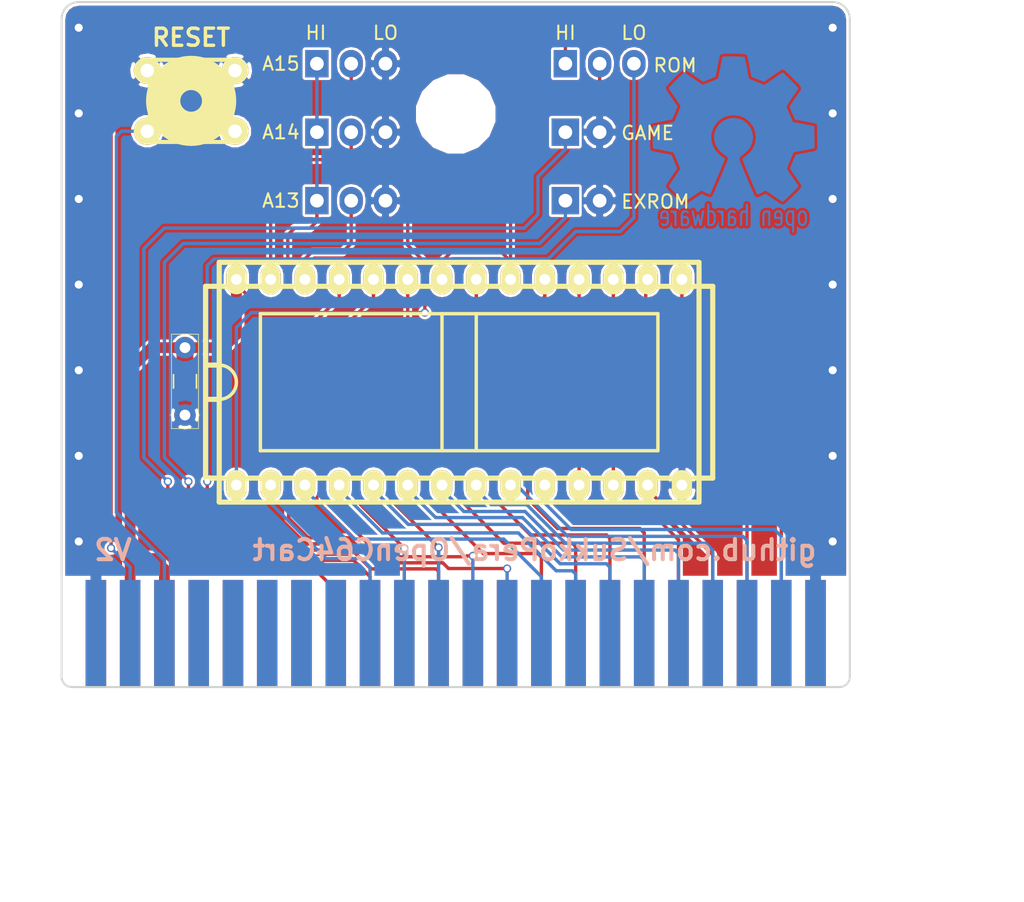
<source format=kicad_pcb>
(kicad_pcb (version 4) (host pcbnew 4.0.7)

  (general
    (links 52)
    (no_connects 0)
    (area 55.174287 78.278666 134.85 147.480001)
    (thickness 1.6)
    (drawings 24)
    (tracks 308)
    (zones 0)
    (modules 12)
    (nets 33)
  )

  (page A4)
  (title_block
    (title "OpenC64Cart: C64 8K Lo/Hi-Rom Cartridge")
    (date 2018-01-04)
    (rev 2)
    (company SukkoPera)
  )

  (layers
    (0 F.Cu signal)
    (31 B.Cu signal)
    (36 B.SilkS user)
    (37 F.SilkS user)
    (38 B.Mask user)
    (39 F.Mask user)
    (44 Edge.Cuts user)
    (49 F.Fab user)
  )

  (setup
    (last_trace_width 0.25)
    (user_trace_width 0.8)
    (trace_clearance 0.2)
    (zone_clearance 0.2)
    (zone_45_only no)
    (trace_min 0.2)
    (segment_width 0.2)
    (edge_width 0.15)
    (via_size 0.6)
    (via_drill 0.4)
    (via_min_size 0.4)
    (via_min_drill 0.3)
    (user_via 0.8 0.6)
    (uvia_size 0.3)
    (uvia_drill 0.1)
    (uvias_allowed no)
    (uvia_min_size 0.2)
    (uvia_min_drill 0.1)
    (pcb_text_width 0.3)
    (pcb_text_size 1.5 1.5)
    (mod_edge_width 0.15)
    (mod_text_size 1 1)
    (mod_text_width 0.15)
    (pad_size 5.5 5.5)
    (pad_drill 5.5)
    (pad_to_mask_clearance 0)
    (aux_axis_origin 0 0)
    (grid_origin 59.69 129.54)
    (visible_elements FFFFFF7F)
    (pcbplotparams
      (layerselection 0x010f0_80000001)
      (usegerberextensions false)
      (excludeedgelayer true)
      (linewidth 0.100000)
      (plotframeref false)
      (viasonmask false)
      (mode 1)
      (useauxorigin false)
      (hpglpennumber 1)
      (hpglpenspeed 20)
      (hpglpendiameter 15)
      (hpglpenoverlay 2)
      (psnegative false)
      (psa4output false)
      (plotreference true)
      (plotvalue true)
      (plotinvisibletext false)
      (padsonsilk false)
      (subtractmaskfromsilk false)
      (outputformat 1)
      (mirror false)
      (drillshape 0)
      (scaleselection 1)
      (outputdirectory gerbers/))
  )

  (net 0 "")
  (net 1 GND)
  (net 2 +5V)
  (net 3 "Net-(P1-Pad1)")
  (net 4 "Net-(P1-Pad2)")
  (net 5 "Net-(P1-Pad3)")
  (net 6 "Net-(U1-Pad21)")
  (net 7 "Net-(U1-Pad20)")
  (net 8 "Net-(U1-Pad19)")
  (net 9 "Net-(U1-Pad18)")
  (net 10 "Net-(U1-Pad17)")
  (net 11 "Net-(U1-Pad16)")
  (net 12 "Net-(U1-Pad15)")
  (net 13 "Net-(U1-Pad14)")
  (net 14 "Net-(U1-PadK)")
  (net 15 "Net-(U1-PadL)")
  (net 16 "Net-(U1-PadM)")
  (net 17 "Net-(U1-PadU)")
  (net 18 "Net-(U1-PadV)")
  (net 19 "Net-(U1-PadW)")
  (net 20 "Net-(U1-PadX)")
  (net 21 "Net-(U1-PadY)")
  (net 22 "Net-(U1-PadR)")
  (net 23 "Net-(U1-PadS)")
  (net 24 "Net-(U1-PadT)")
  (net 25 "Net-(U1-PadP)")
  (net 26 "Net-(U1-PadN)")
  (net 27 "Net-(P2-Pad1)")
  (net 28 "Net-(P3-Pad1)")
  (net 29 "Net-(P4-Pad2)")
  (net 30 "Net-(P5-Pad2)")
  (net 31 "Net-(P6-Pad2)")
  (net 32 "Net-(SW1-Pad3)")

  (net_class Default "This is the default net class."
    (clearance 0.2)
    (trace_width 0.25)
    (via_dia 0.6)
    (via_drill 0.4)
    (uvia_dia 0.3)
    (uvia_drill 0.1)
    (add_net "Net-(P1-Pad1)")
    (add_net "Net-(P1-Pad2)")
    (add_net "Net-(P1-Pad3)")
    (add_net "Net-(P2-Pad1)")
    (add_net "Net-(P3-Pad1)")
    (add_net "Net-(P4-Pad2)")
    (add_net "Net-(P5-Pad2)")
    (add_net "Net-(P6-Pad2)")
    (add_net "Net-(SW1-Pad3)")
    (add_net "Net-(U1-Pad14)")
    (add_net "Net-(U1-Pad15)")
    (add_net "Net-(U1-Pad16)")
    (add_net "Net-(U1-Pad17)")
    (add_net "Net-(U1-Pad18)")
    (add_net "Net-(U1-Pad19)")
    (add_net "Net-(U1-Pad20)")
    (add_net "Net-(U1-Pad21)")
    (add_net "Net-(U1-PadK)")
    (add_net "Net-(U1-PadL)")
    (add_net "Net-(U1-PadM)")
    (add_net "Net-(U1-PadN)")
    (add_net "Net-(U1-PadP)")
    (add_net "Net-(U1-PadR)")
    (add_net "Net-(U1-PadS)")
    (add_net "Net-(U1-PadT)")
    (add_net "Net-(U1-PadU)")
    (add_net "Net-(U1-PadV)")
    (add_net "Net-(U1-PadW)")
    (add_net "Net-(U1-PadX)")
    (add_net "Net-(U1-PadY)")
  )

  (net_class Power ""
    (clearance 0.2)
    (trace_width 0.8)
    (via_dia 0.8)
    (via_drill 0.6)
    (uvia_dia 0.3)
    (uvia_drill 0.1)
    (add_net +5V)
    (add_net GND)
  )

  (module w_pth_circuits:dil_28-600_socket (layer F.Cu) (tedit 59726F3E) (tstamp 59726CFB)
    (at 89.154 106.934)
    (descr "IC, DIL28 x 0,6\", with socket")
    (tags DIL)
    (path /59726871)
    (fp_text reference U2 (at 0 -10.16) (layer F.SilkS) hide
      (effects (font (size 1.524 1.143) (thickness 0.28575)))
    )
    (fp_text value 27512 (at 0 10.414) (layer F.SilkS) hide
      (effects (font (size 1.524 1.143) (thickness 0.28575)))
    )
    (fp_line (start 18.796 7.112) (end 18.796 -7.112) (layer F.SilkS) (width 0.381))
    (fp_line (start 17.78 -8.89) (end 17.78 8.89) (layer F.SilkS) (width 0.381))
    (fp_line (start -17.78 8.89) (end -17.78 -8.89) (layer F.SilkS) (width 0.381))
    (fp_line (start -18.796 -7.112) (end -18.796 7.112) (layer F.SilkS) (width 0.381))
    (fp_line (start -1.27 -5.08) (end -1.27 5.08) (layer F.SilkS) (width 0.254))
    (fp_line (start 1.27 5.08) (end 1.27 -5.08) (layer F.SilkS) (width 0.254))
    (fp_line (start 14.732 -5.08) (end 14.732 5.08) (layer F.SilkS) (width 0.254))
    (fp_line (start -14.732 -5.08) (end -14.732 5.08) (layer F.SilkS) (width 0.254))
    (fp_line (start -17.78 -8.89) (end 17.78 -8.89) (layer F.SilkS) (width 0.381))
    (fp_line (start 18.796 -7.112) (end -18.796 -7.112) (layer F.SilkS) (width 0.381))
    (fp_line (start -17.78 8.89) (end 17.78 8.89) (layer F.SilkS) (width 0.381))
    (fp_line (start 18.796 7.112) (end -18.796 7.112) (layer F.SilkS) (width 0.381))
    (fp_line (start -14.732 5.08) (end 14.732 5.08) (layer F.SilkS) (width 0.254))
    (fp_line (start 14.732 -5.08) (end -14.732 -5.08) (layer F.SilkS) (width 0.254))
    (fp_line (start -17.78 -1.27) (end -17.78 1.27) (layer F.SilkS) (width 0.381))
    (fp_arc (start -17.78 0) (end -17.78 -1.27) (angle 90) (layer F.SilkS) (width 0.254))
    (fp_arc (start -17.78 0) (end -16.51 0) (angle 90) (layer F.SilkS) (width 0.254))
    (fp_line (start -17.78 1.27) (end -18.796 1.27) (layer F.SilkS) (width 0.381))
    (fp_line (start -17.78 -1.27) (end -18.796 -1.27) (layer F.SilkS) (width 0.381))
    (pad 1 thru_hole oval (at -16.51 7.62) (size 1.50114 2.19964) (drill 0.8001) (layers *.Cu *.Mask F.SilkS)
      (net 31 "Net-(P6-Pad2)"))
    (pad 2 thru_hole oval (at -13.97 7.62) (size 1.50114 2.19964) (drill 0.8001) (layers *.Cu *.Mask F.SilkS)
      (net 14 "Net-(U1-PadK)"))
    (pad 3 thru_hole oval (at -11.43 7.62) (size 1.50114 2.19964) (drill 0.8001) (layers *.Cu *.Mask F.SilkS)
      (net 22 "Net-(U1-PadR)"))
    (pad 4 thru_hole oval (at -8.89 7.62) (size 1.50114 2.19964) (drill 0.8001) (layers *.Cu *.Mask F.SilkS)
      (net 23 "Net-(U1-PadS)"))
    (pad 5 thru_hole oval (at -6.35 7.62) (size 1.50114 2.19964) (drill 0.8001) (layers *.Cu *.Mask F.SilkS)
      (net 24 "Net-(U1-PadT)"))
    (pad 6 thru_hole oval (at -3.81 7.62) (size 1.50114 2.19964) (drill 0.8001) (layers *.Cu *.Mask F.SilkS)
      (net 17 "Net-(U1-PadU)"))
    (pad 7 thru_hole oval (at -1.27 7.62) (size 1.50114 2.19964) (drill 0.8001) (layers *.Cu *.Mask F.SilkS)
      (net 18 "Net-(U1-PadV)"))
    (pad 8 thru_hole oval (at 1.27 7.62) (size 1.50114 2.19964) (drill 0.8001) (layers *.Cu *.Mask F.SilkS)
      (net 19 "Net-(U1-PadW)"))
    (pad 9 thru_hole oval (at 3.81 7.62) (size 1.50114 2.19964) (drill 0.8001) (layers *.Cu *.Mask F.SilkS)
      (net 20 "Net-(U1-PadX)"))
    (pad 10 thru_hole oval (at 6.35 7.62) (size 1.50114 2.19964) (drill 0.8001) (layers *.Cu *.Mask F.SilkS)
      (net 21 "Net-(U1-PadY)"))
    (pad 11 thru_hole oval (at 8.89 7.62) (size 1.50114 2.19964) (drill 0.8001) (layers *.Cu *.Mask F.SilkS)
      (net 6 "Net-(U1-Pad21)"))
    (pad 12 thru_hole oval (at 11.43 7.62) (size 1.50114 2.19964) (drill 0.8001) (layers *.Cu *.Mask F.SilkS)
      (net 7 "Net-(U1-Pad20)"))
    (pad 13 thru_hole oval (at 13.97 7.62) (size 1.50114 2.19964) (drill 0.8001) (layers *.Cu *.Mask F.SilkS)
      (net 8 "Net-(U1-Pad19)"))
    (pad 14 thru_hole oval (at 16.51 7.62) (size 1.50114 2.19964) (drill 0.8001) (layers *.Cu *.Mask F.SilkS)
      (net 1 GND))
    (pad 15 thru_hole oval (at 16.51 -7.62) (size 1.50114 2.19964) (drill 0.8001) (layers *.Cu *.Mask F.SilkS)
      (net 9 "Net-(U1-Pad18)"))
    (pad 16 thru_hole oval (at 13.97 -7.62) (size 1.50114 2.19964) (drill 0.8001) (layers *.Cu *.Mask F.SilkS)
      (net 10 "Net-(U1-Pad17)"))
    (pad 17 thru_hole oval (at 11.43 -7.62) (size 1.50114 2.19964) (drill 0.8001) (layers *.Cu *.Mask F.SilkS)
      (net 11 "Net-(U1-Pad16)"))
    (pad 18 thru_hole oval (at 8.89 -7.62) (size 1.50114 2.19964) (drill 0.8001) (layers *.Cu *.Mask F.SilkS)
      (net 12 "Net-(U1-Pad15)"))
    (pad 19 thru_hole oval (at 6.35 -7.62) (size 1.50114 2.19964) (drill 0.8001) (layers *.Cu *.Mask F.SilkS)
      (net 13 "Net-(U1-Pad14)"))
    (pad 20 thru_hole oval (at 3.81 -7.62) (size 1.50114 2.19964) (drill 0.8001) (layers *.Cu *.Mask F.SilkS)
      (net 4 "Net-(P1-Pad2)"))
    (pad 21 thru_hole oval (at 1.27 -7.62) (size 1.50114 2.19964) (drill 0.8001) (layers *.Cu *.Mask F.SilkS)
      (net 16 "Net-(U1-PadM)"))
    (pad 22 thru_hole oval (at -1.27 -7.62) (size 1.50114 2.19964) (drill 0.8001) (layers *.Cu *.Mask F.SilkS)
      (net 4 "Net-(P1-Pad2)"))
    (pad 23 thru_hole oval (at -3.81 -7.62) (size 1.50114 2.19964) (drill 0.8001) (layers *.Cu *.Mask F.SilkS)
      (net 15 "Net-(U1-PadL)"))
    (pad 24 thru_hole oval (at -6.35 -7.62) (size 1.50114 2.19964) (drill 0.8001) (layers *.Cu *.Mask F.SilkS)
      (net 26 "Net-(U1-PadN)"))
    (pad 25 thru_hole oval (at -8.89 -7.62) (size 1.50114 2.19964) (drill 0.8001) (layers *.Cu *.Mask F.SilkS)
      (net 25 "Net-(U1-PadP)"))
    (pad 26 thru_hole oval (at -11.43 -7.62) (size 1.50114 2.19964) (drill 0.8001) (layers *.Cu *.Mask F.SilkS)
      (net 29 "Net-(P4-Pad2)"))
    (pad 27 thru_hole oval (at -13.97 -7.62) (size 1.50114 2.19964) (drill 0.8001) (layers *.Cu *.Mask F.SilkS)
      (net 30 "Net-(P5-Pad2)"))
    (pad 28 thru_hole oval (at -16.51 -7.62) (size 1.50114 2.19964) (drill 0.8001) (layers *.Cu *.Mask F.SilkS)
      (net 2 +5V))
    (model /home/sukko/Documents/kicad/lib/kicad_libs/modules/packages3d/walter/pth_circuits/dil_28-600_socket.wrl
      (at (xyz 0 0 0))
      (scale (xyz 1 1 1))
      (rotate (xyz 0 0 0))
    )
  )

  (module OpenC64Cart:C_0805+THT (layer F.Cu) (tedit 59F2594F) (tstamp 5971449A)
    (at 68.834 106.8705 90)
    (descr "Capacitor SMD 0805, hand soldering")
    (tags "capacitor 0805")
    (path /597140F9)
    (attr smd)
    (fp_text reference C1 (at 0 -1.75 90) (layer F.SilkS) hide
      (effects (font (size 1 1) (thickness 0.15)))
    )
    (fp_text value C (at 0 1.75 90) (layer F.Fab)
      (effects (font (size 1 1) (thickness 0.15)))
    )
    (fp_text user %R (at 0 -1.75 90) (layer F.Fab)
      (effects (font (size 1 1) (thickness 0.15)))
    )
    (fp_line (start -1 0.62) (end -1 -0.62) (layer F.Fab) (width 0.1))
    (fp_line (start 1 0.62) (end -1 0.62) (layer F.Fab) (width 0.1))
    (fp_line (start 1 -0.62) (end 1 0.62) (layer F.Fab) (width 0.1))
    (fp_line (start -1 -0.62) (end 1 -0.62) (layer F.Fab) (width 0.1))
    (fp_line (start 0.5 -0.85) (end -0.5 -0.85) (layer F.SilkS) (width 0.12))
    (fp_line (start -0.5 0.85) (end 0.5 0.85) (layer F.SilkS) (width 0.12))
    (fp_line (start -3.5 -1) (end 3.5 -1) (layer F.SilkS) (width 0.05))
    (fp_line (start -3.5 -1) (end -3.5 1) (layer F.SilkS) (width 0.05))
    (fp_line (start 3.5 1) (end 3.5 -1) (layer F.SilkS) (width 0.05))
    (fp_line (start 3.5 1) (end -3.5 1) (layer F.SilkS) (width 0.05))
    (pad 1 smd rect (at -1.25 0 90) (size 1.5 1.25) (layers F.Cu F.Mask)
      (net 1 GND))
    (pad 2 smd rect (at 1.25 0 90) (size 1.5 1.25) (layers F.Cu F.Mask)
      (net 2 +5V))
    (pad 1 thru_hole circle (at -2.5 0 90) (size 1.6 1.6) (drill 0.8) (layers *.Cu *.Mask)
      (net 1 GND))
    (pad 2 thru_hole circle (at 2.5 0 90) (size 1.6 1.6) (drill 0.8) (layers *.Cu *.Mask)
      (net 2 +5V))
    (model Capacitors_SMD.3dshapes/C_0805.wrl
      (at (xyz 0 0 0))
      (scale (xyz 1 1 1))
      (rotate (xyz 0 0 0))
    )
    (model Capacitors_THT.3dshapes/C_Disc_D5.0mm_W2.5mm_P5.00mm.wrl
      (at (xyz -0.1 0 0))
      (scale (xyz 1 1 1))
      (rotate (xyz 0 0 0))
    )
  )

  (module w_logo:Logo_copper_OSHW_12x13mm (layer B.Cu) (tedit 0) (tstamp 5A47AF95)
    (at 109.4994 88.1634 180)
    (descr "Open Hardware Logo, 12x13mm")
    (path /5A47B1EF)
    (fp_text reference J98 (at 0 0 180) (layer B.SilkS) hide
      (effects (font (size 0.5461 0.5461) (thickness 0.10922)) (justify mirror))
    )
    (fp_text value OSHW_LOGO (at 0 -0.9 180) (layer B.SilkS) hide
      (effects (font (size 0.5461 0.5461) (thickness 0.10922)) (justify mirror))
    )
    (fp_line (start 5.21 -7.11) (end 5.31 -7.04) (layer B.Cu) (width 0.15))
    (fp_line (start 5.03 -7.11) (end 5.21 -7.11) (layer B.Cu) (width 0.15))
    (fp_line (start 4.93 -7.04) (end 5.03 -7.11) (layer B.Cu) (width 0.15))
    (fp_line (start 4.88 -6.9) (end 4.93 -7.04) (layer B.Cu) (width 0.15))
    (fp_line (start 4.88 -6.32) (end 4.88 -6.9) (layer B.Cu) (width 0.15))
    (fp_line (start 4.94 -6.17) (end 4.88 -6.32) (layer B.Cu) (width 0.15))
    (fp_line (start 5.04 -6.1) (end 4.94 -6.17) (layer B.Cu) (width 0.15))
    (fp_line (start 5.21 -6.1) (end 5.04 -6.1) (layer B.Cu) (width 0.15))
    (fp_line (start 5.31 -6.19) (end 5.21 -6.1) (layer B.Cu) (width 0.15))
    (fp_line (start 5.36 -6.32) (end 5.31 -6.19) (layer B.Cu) (width 0.15))
    (fp_line (start 5.36 -6.59) (end 5.36 -6.32) (layer B.Cu) (width 0.15))
    (fp_line (start 4.88 -6.59) (end 5.36 -6.59) (layer B.Cu) (width 0.15))
    (fp_line (start 4.31 -6.11) (end 4.31 -7.11) (layer B.Cu) (width 0.15))
    (fp_line (start 4.36 -6.25) (end 4.31 -6.42) (layer B.Cu) (width 0.15))
    (fp_line (start 4.4 -6.19) (end 4.36 -6.25) (layer B.Cu) (width 0.15))
    (fp_line (start 4.5 -6.11) (end 4.4 -6.19) (layer B.Cu) (width 0.15))
    (fp_line (start 4.61 -6.11) (end 4.5 -6.11) (layer B.Cu) (width 0.15))
    (fp_line (start 2.26 -6.1) (end 2.45 -7.11) (layer B.Cu) (width 0.15))
    (fp_line (start 2.45 -7.11) (end 2.64 -6.39) (layer B.Cu) (width 0.15))
    (fp_line (start 2.64 -6.39) (end 2.83 -7.11) (layer B.Cu) (width 0.15))
    (fp_line (start 2.83 -7.11) (end 3.03 -6.1) (layer B.Cu) (width 0.15))
    (fp_line (start 1.88 -7.03) (end 1.79 -7.11) (layer B.Cu) (width 0.15))
    (fp_line (start 1.79 -7.11) (end 1.6 -7.11) (layer B.Cu) (width 0.15))
    (fp_line (start 1.6 -7.11) (end 1.53 -7.06) (layer B.Cu) (width 0.15))
    (fp_line (start 1.53 -7.06) (end 1.46 -6.98) (layer B.Cu) (width 0.15))
    (fp_line (start 1.46 -6.98) (end 1.4 -6.82) (layer B.Cu) (width 0.15))
    (fp_line (start 1.4 -6.82) (end 1.4 -6.4) (layer B.Cu) (width 0.15))
    (fp_line (start 1.4 -6.4) (end 1.45 -6.25) (layer B.Cu) (width 0.15))
    (fp_line (start 1.45 -6.25) (end 1.52 -6.16) (layer B.Cu) (width 0.15))
    (fp_line (start 1.52 -6.16) (end 1.6 -6.11) (layer B.Cu) (width 0.15))
    (fp_line (start 1.6 -6.11) (end 1.78 -6.11) (layer B.Cu) (width 0.15))
    (fp_line (start 1.78 -6.11) (end 1.88 -6.19) (layer B.Cu) (width 0.15))
    (fp_line (start 1.88 -5.61) (end 1.88 -7.11) (layer B.Cu) (width 0.15))
    (fp_line (start 1.13 -6.11) (end 1.02 -6.11) (layer B.Cu) (width 0.15))
    (fp_line (start 1.02 -6.11) (end 0.92 -6.19) (layer B.Cu) (width 0.15))
    (fp_line (start 0.92 -6.19) (end 0.88 -6.25) (layer B.Cu) (width 0.15))
    (fp_line (start 0.88 -6.25) (end 0.83 -6.42) (layer B.Cu) (width 0.15))
    (fp_line (start 0.83 -6.11) (end 0.83 -7.11) (layer B.Cu) (width 0.15))
    (fp_line (start 3.84 -6.32) (end 3.84 -7.11) (layer B.Cu) (width 0.15))
    (fp_line (start 3.78 -6.17) (end 3.84 -6.32) (layer B.Cu) (width 0.15))
    (fp_line (start 3.69 -6.1) (end 3.78 -6.17) (layer B.Cu) (width 0.15))
    (fp_line (start 3.51 -6.1) (end 3.69 -6.1) (layer B.Cu) (width 0.15))
    (fp_line (start 3.4 -6.18) (end 3.51 -6.1) (layer B.Cu) (width 0.15))
    (fp_line (start 3.36 -6.88) (end 3.4 -7.02) (layer B.Cu) (width 0.15))
    (fp_line (start 3.36 -6.75) (end 3.36 -6.88) (layer B.Cu) (width 0.15))
    (fp_line (start 3.41 -6.61) (end 3.36 -6.75) (layer B.Cu) (width 0.15))
    (fp_line (start 3.51 -6.53) (end 3.41 -6.61) (layer B.Cu) (width 0.15))
    (fp_line (start 3.75 -6.53) (end 3.51 -6.53) (layer B.Cu) (width 0.15))
    (fp_line (start 3.84 -6.46) (end 3.75 -6.53) (layer B.Cu) (width 0.15))
    (fp_line (start 3.74 -7.11) (end 3.84 -7.03) (layer B.Cu) (width 0.15))
    (fp_line (start 3.51 -7.11) (end 3.74 -7.11) (layer B.Cu) (width 0.15))
    (fp_line (start 3.4 -7.02) (end 3.51 -7.11) (layer B.Cu) (width 0.15))
    (fp_line (start -0.08 -7.02) (end 0.03 -7.11) (layer B.Cu) (width 0.15))
    (fp_line (start 0.03 -7.11) (end 0.26 -7.11) (layer B.Cu) (width 0.15))
    (fp_line (start 0.26 -7.11) (end 0.36 -7.03) (layer B.Cu) (width 0.15))
    (fp_line (start 0.36 -6.46) (end 0.27 -6.53) (layer B.Cu) (width 0.15))
    (fp_line (start 0.27 -6.53) (end 0.03 -6.53) (layer B.Cu) (width 0.15))
    (fp_line (start 0.03 -6.53) (end -0.07 -6.61) (layer B.Cu) (width 0.15))
    (fp_line (start -0.07 -6.61) (end -0.12 -6.75) (layer B.Cu) (width 0.15))
    (fp_line (start -0.12 -6.75) (end -0.12 -6.88) (layer B.Cu) (width 0.15))
    (fp_line (start -0.12 -6.88) (end -0.08 -7.02) (layer B.Cu) (width 0.15))
    (fp_line (start -0.08 -6.18) (end 0.03 -6.1) (layer B.Cu) (width 0.15))
    (fp_line (start 0.03 -6.1) (end 0.21 -6.1) (layer B.Cu) (width 0.15))
    (fp_line (start 0.21 -6.1) (end 0.3 -6.17) (layer B.Cu) (width 0.15))
    (fp_line (start 0.3 -6.17) (end 0.36 -6.32) (layer B.Cu) (width 0.15))
    (fp_line (start 0.36 -6.32) (end 0.36 -7.11) (layer B.Cu) (width 0.15))
    (fp_line (start -0.98 -7.11) (end -0.98 -5.61) (layer B.Cu) (width 0.15))
    (fp_line (start -0.92 -6.17) (end -0.98 -6.24) (layer B.Cu) (width 0.15))
    (fp_line (start -0.84 -6.11) (end -0.92 -6.17) (layer B.Cu) (width 0.15))
    (fp_line (start -0.7 -6.11) (end -0.84 -6.11) (layer B.Cu) (width 0.15))
    (fp_line (start -0.6 -6.18) (end -0.7 -6.11) (layer B.Cu) (width 0.15))
    (fp_line (start -0.55 -6.33) (end -0.6 -6.18) (layer B.Cu) (width 0.15))
    (fp_line (start -0.55 -7.11) (end -0.55 -6.33) (layer B.Cu) (width 0.15))
    (fp_line (start -2.21 -7.11) (end -2.21 -6.33) (layer B.Cu) (width 0.15))
    (fp_line (start -2.21 -6.33) (end -2.26 -6.18) (layer B.Cu) (width 0.15))
    (fp_line (start -2.26 -6.18) (end -2.36 -6.11) (layer B.Cu) (width 0.15))
    (fp_line (start -2.36 -6.11) (end -2.5 -6.11) (layer B.Cu) (width 0.15))
    (fp_line (start -2.5 -6.11) (end -2.58 -6.17) (layer B.Cu) (width 0.15))
    (fp_line (start -2.58 -6.17) (end -2.64 -6.24) (layer B.Cu) (width 0.15))
    (fp_line (start -2.64 -6.11) (end -2.64 -7.11) (layer B.Cu) (width 0.15))
    (fp_line (start -3.55 -6.59) (end -3.07 -6.59) (layer B.Cu) (width 0.15))
    (fp_line (start -3.07 -6.59) (end -3.07 -6.32) (layer B.Cu) (width 0.15))
    (fp_line (start -3.07 -6.32) (end -3.12 -6.19) (layer B.Cu) (width 0.15))
    (fp_line (start -3.12 -6.19) (end -3.22 -6.1) (layer B.Cu) (width 0.15))
    (fp_line (start -3.22 -6.1) (end -3.39 -6.1) (layer B.Cu) (width 0.15))
    (fp_line (start -3.39 -6.1) (end -3.49 -6.17) (layer B.Cu) (width 0.15))
    (fp_line (start -3.49 -6.17) (end -3.55 -6.32) (layer B.Cu) (width 0.15))
    (fp_line (start -3.55 -6.32) (end -3.55 -6.9) (layer B.Cu) (width 0.15))
    (fp_line (start -3.55 -6.9) (end -3.5 -7.04) (layer B.Cu) (width 0.15))
    (fp_line (start -3.5 -7.04) (end -3.4 -7.11) (layer B.Cu) (width 0.15))
    (fp_line (start -3.4 -7.11) (end -3.22 -7.11) (layer B.Cu) (width 0.15))
    (fp_line (start -3.22 -7.11) (end -3.12 -7.04) (layer B.Cu) (width 0.15))
    (fp_line (start -4.41 -6.1) (end -4.41 -7.61) (layer B.Cu) (width 0.15))
    (fp_line (start -4.3 -6.1) (end -4.12 -6.1) (layer B.Cu) (width 0.15))
    (fp_line (start -4.3 -7.1) (end -4.11 -7.1) (layer B.Cu) (width 0.15))
    (fp_line (start -4.3 -6.1) (end -4.38 -6.16) (layer B.Cu) (width 0.15))
    (fp_line (start -4.03 -6.17) (end -4.12 -6.1) (layer B.Cu) (width 0.15))
    (fp_line (start -3.98 -6.24) (end -4.03 -6.17) (layer B.Cu) (width 0.15))
    (fp_line (start -3.93 -6.4) (end -3.98 -6.24) (layer B.Cu) (width 0.15))
    (fp_line (start -3.93 -6.81) (end -3.93 -6.4) (layer B.Cu) (width 0.15))
    (fp_line (start -3.98 -6.95) (end -3.93 -6.81) (layer B.Cu) (width 0.15))
    (fp_line (start -4.02 -7.02) (end -3.98 -6.95) (layer B.Cu) (width 0.15))
    (fp_line (start -4.12 -7.1) (end -4.02 -7.02) (layer B.Cu) (width 0.15))
    (fp_line (start -4.4 -7.03) (end -4.3 -7.1) (layer B.Cu) (width 0.15))
    (fp_line (start -5.36 -6.4) (end -5.36 -6.81) (layer B.Cu) (width 0.15))
    (fp_line (start -5.36 -6.81) (end -5.31 -6.95) (layer B.Cu) (width 0.15))
    (fp_line (start -5.31 -6.95) (end -5.26 -7.04) (layer B.Cu) (width 0.15))
    (fp_line (start -5.26 -7.04) (end -5.16 -7.11) (layer B.Cu) (width 0.15))
    (fp_line (start -5.16 -7.11) (end -5.02 -7.11) (layer B.Cu) (width 0.15))
    (fp_line (start -5.02 -7.11) (end -4.92 -7.03) (layer B.Cu) (width 0.15))
    (fp_line (start -4.92 -7.03) (end -4.88 -6.96) (layer B.Cu) (width 0.15))
    (fp_line (start -4.88 -6.96) (end -4.83 -6.82) (layer B.Cu) (width 0.15))
    (fp_line (start -4.83 -6.82) (end -4.83 -6.41) (layer B.Cu) (width 0.15))
    (fp_line (start -4.83 -6.41) (end -4.88 -6.25) (layer B.Cu) (width 0.15))
    (fp_line (start -4.88 -6.25) (end -4.93 -6.18) (layer B.Cu) (width 0.15))
    (fp_line (start -4.93 -6.18) (end -5.02 -6.11) (layer B.Cu) (width 0.15))
    (fp_line (start -5.02 -6.11) (end -5.17 -6.11) (layer B.Cu) (width 0.15))
    (fp_line (start -5.17 -6.11) (end -5.25 -6.17) (layer B.Cu) (width 0.15))
    (fp_line (start -5.25 -6.17) (end -5.31 -6.25) (layer B.Cu) (width 0.15))
    (fp_line (start -5.31 -6.25) (end -5.36 -6.4) (layer B.Cu) (width 0.15))
    (fp_poly (pts (xy -3.63728 -5.38988) (xy -3.57378 -5.35686) (xy -3.43408 -5.26796) (xy -3.23342 -5.13842)
      (xy -2.9972 -4.9784) (xy -2.75844 -4.81838) (xy -2.56286 -4.6863) (xy -2.4257 -4.59994)
      (xy -2.36982 -4.56692) (xy -2.33934 -4.57708) (xy -2.22504 -4.63296) (xy -2.06248 -4.71932)
      (xy -1.96596 -4.76758) (xy -1.8161 -4.83362) (xy -1.74244 -4.84632) (xy -1.72974 -4.826)
      (xy -1.67386 -4.70916) (xy -1.5875 -4.51358) (xy -1.4732 -4.25196) (xy -1.34366 -3.9497)
      (xy -1.2065 -3.6195) (xy -1.0668 -3.28422) (xy -0.93472 -2.96672) (xy -0.81534 -2.6797)
      (xy -0.72136 -2.44602) (xy -0.6604 -2.28346) (xy -0.63754 -2.21234) (xy -0.64516 -2.1971)
      (xy -0.71882 -2.12598) (xy -0.8509 -2.02692) (xy -1.13538 -1.79578) (xy -1.41478 -1.44526)
      (xy -1.58496 -1.04902) (xy -1.64338 -0.60706) (xy -1.59512 -0.19812) (xy -1.43256 0.19558)
      (xy -1.15824 0.54864) (xy -0.8255 0.8128) (xy -0.43688 0.9779) (xy 0 1.03378)
      (xy 0.4191 0.98552) (xy 0.82042 0.82804) (xy 1.17348 0.5588) (xy 1.32334 0.38608)
      (xy 1.52908 0.02794) (xy 1.64592 -0.35814) (xy 1.65862 -0.45466) (xy 1.64084 -0.8763)
      (xy 1.51638 -1.28016) (xy 1.2954 -1.64084) (xy 0.98552 -1.93802) (xy 0.94742 -1.96596)
      (xy 0.80264 -2.07264) (xy 0.70866 -2.1463) (xy 0.63246 -2.20726) (xy 1.1684 -3.50012)
      (xy 1.25476 -3.70586) (xy 1.40208 -4.05638) (xy 1.53162 -4.36118) (xy 1.63576 -4.60502)
      (xy 1.70688 -4.76504) (xy 1.73736 -4.83108) (xy 1.74244 -4.83362) (xy 1.78816 -4.84124)
      (xy 1.88722 -4.80568) (xy 2.06756 -4.71932) (xy 2.18694 -4.65836) (xy 2.3241 -4.59232)
      (xy 2.38506 -4.56692) (xy 2.4384 -4.59486) (xy 2.57048 -4.68122) (xy 2.76098 -4.81076)
      (xy 2.99212 -4.9657) (xy 3.2131 -5.11556) (xy 3.4163 -5.25018) (xy 3.56362 -5.34416)
      (xy 3.63474 -5.38226) (xy 3.6449 -5.38226) (xy 3.7084 -5.3467) (xy 3.82524 -5.25018)
      (xy 4.0005 -5.08254) (xy 4.24942 -4.8387) (xy 4.28752 -4.8006) (xy 4.49326 -4.59232)
      (xy 4.65836 -4.41706) (xy 4.77012 -4.2926) (xy 4.81076 -4.23672) (xy 4.81076 -4.23672)
      (xy 4.77266 -4.1656) (xy 4.68122 -4.01828) (xy 4.5466 -3.81508) (xy 4.38404 -3.57378)
      (xy 3.95478 -2.95402) (xy 4.191 -2.36728) (xy 4.26212 -2.18694) (xy 4.35356 -1.9685)
      (xy 4.42214 -1.81356) (xy 4.4577 -1.74498) (xy 4.5212 -1.72212) (xy 4.68122 -1.68402)
      (xy 4.9149 -1.63576) (xy 5.19176 -1.58496) (xy 5.45592 -1.5367) (xy 5.69468 -1.49098)
      (xy 5.8674 -1.45796) (xy 5.94614 -1.44272) (xy 5.96392 -1.43002) (xy 5.97916 -1.39192)
      (xy 5.98932 -1.31064) (xy 5.9944 -1.16586) (xy 5.99948 -0.93726) (xy 5.99948 -0.60706)
      (xy 5.99948 -0.5715) (xy 5.9944 -0.25654) (xy 5.98932 -0.00508) (xy 5.9817 0.16002)
      (xy 5.969 0.22606) (xy 5.969 0.22606) (xy 5.89534 0.24384) (xy 5.72516 0.2794)
      (xy 5.4864 0.32766) (xy 5.20192 0.381) (xy 5.18414 0.38354) (xy 4.89966 0.43942)
      (xy 4.66344 0.48768) (xy 4.4958 0.52578) (xy 4.42722 0.54864) (xy 4.41198 0.56896)
      (xy 4.35356 0.68072) (xy 4.27228 0.85598) (xy 4.1783 1.06934) (xy 4.08686 1.29286)
      (xy 4.00558 1.49352) (xy 3.95224 1.64338) (xy 3.937 1.71196) (xy 3.937 1.71196)
      (xy 3.98018 1.78054) (xy 4.0767 1.92786) (xy 4.2164 2.13106) (xy 4.3815 2.37236)
      (xy 4.3942 2.39268) (xy 4.55676 2.63144) (xy 4.68884 2.83464) (xy 4.77774 2.97942)
      (xy 4.81076 3.04292) (xy 4.81076 3.048) (xy 4.75488 3.11912) (xy 4.63296 3.25628)
      (xy 4.4577 3.43916) (xy 4.24942 3.64998) (xy 4.18084 3.71602) (xy 3.9497 3.94462)
      (xy 3.78714 4.09194) (xy 3.68554 4.17322) (xy 3.63728 4.191) (xy 3.63474 4.18846)
      (xy 3.56362 4.14528) (xy 3.41122 4.04622) (xy 3.20548 3.90652) (xy 2.96164 3.74142)
      (xy 2.9464 3.73126) (xy 2.7051 3.5687) (xy 2.50698 3.43154) (xy 2.36474 3.33756)
      (xy 2.30124 3.302) (xy 2.29108 3.302) (xy 2.19456 3.32994) (xy 2.02438 3.38836)
      (xy 1.81356 3.46964) (xy 1.59258 3.55854) (xy 1.38938 3.6449) (xy 1.23952 3.71348)
      (xy 1.1684 3.75412) (xy 1.16586 3.75666) (xy 1.14046 3.84302) (xy 1.09982 4.02336)
      (xy 1.04648 4.26974) (xy 0.99314 4.56438) (xy 0.98298 4.6101) (xy 0.92964 4.89712)
      (xy 0.88392 5.13334) (xy 0.84836 5.2959) (xy 0.83312 5.36448) (xy 0.79248 5.3721)
      (xy 0.65278 5.38226) (xy 0.43942 5.38988) (xy 0.18034 5.39242) (xy -0.09144 5.38988)
      (xy -0.3556 5.3848) (xy -0.58166 5.37718) (xy -0.74422 5.36448) (xy -0.8128 5.35178)
      (xy -0.81534 5.3467) (xy -0.8382 5.2578) (xy -0.87884 5.08) (xy -0.92964 4.83108)
      (xy -0.98552 4.53644) (xy -0.99568 4.4831) (xy -1.04902 4.19862) (xy -1.09728 3.96494)
      (xy -1.13284 3.80492) (xy -1.15062 3.74142) (xy -1.17602 3.72872) (xy -1.29286 3.67538)
      (xy -1.48336 3.59664) (xy -1.72212 3.50012) (xy -2.27076 3.27914) (xy -2.94386 3.74142)
      (xy -3.00482 3.78206) (xy -3.24866 3.94716) (xy -3.44678 4.07924) (xy -3.58648 4.16814)
      (xy -3.64236 4.20116) (xy -3.64744 4.19862) (xy -3.71602 4.1402) (xy -3.8481 4.01574)
      (xy -4.03098 3.83794) (xy -4.2418 3.62712) (xy -4.39928 3.46964) (xy -4.5847 3.28168)
      (xy -4.70154 3.15468) (xy -4.76758 3.0734) (xy -4.79044 3.0226) (xy -4.78282 2.98958)
      (xy -4.73964 2.921) (xy -4.64058 2.77368) (xy -4.50342 2.56794) (xy -4.33832 2.33172)
      (xy -4.2037 2.13106) (xy -4.05638 1.905) (xy -3.9624 1.74498) (xy -3.92938 1.66624)
      (xy -3.937 1.63322) (xy -3.98526 1.50114) (xy -4.064 1.30048) (xy -4.1656 1.06426)
      (xy -4.39928 0.53086) (xy -4.7498 0.46482) (xy -4.96062 0.42418) (xy -5.2578 0.36576)
      (xy -5.54228 0.31242) (xy -5.98424 0.22606) (xy -5.99948 -1.39954) (xy -5.9309 -1.43002)
      (xy -5.86486 -1.4478) (xy -5.7023 -1.48336) (xy -5.46862 -1.52908) (xy -5.19176 -1.58242)
      (xy -4.95554 -1.6256) (xy -4.71932 -1.67132) (xy -4.54914 -1.70434) (xy -4.47294 -1.71958)
      (xy -4.45516 -1.74498) (xy -4.3942 -1.86182) (xy -4.31038 -2.04216) (xy -4.2164 -2.26314)
      (xy -4.12242 -2.4892) (xy -4.0386 -2.70002) (xy -3.98018 -2.86004) (xy -3.95732 -2.94386)
      (xy -3.99034 -3.00482) (xy -4.07924 -3.14452) (xy -4.21132 -3.34264) (xy -4.37134 -3.57886)
      (xy -4.5339 -3.81508) (xy -4.66852 -4.01574) (xy -4.76504 -4.16052) (xy -4.80314 -4.22656)
      (xy -4.78282 -4.27228) (xy -4.68884 -4.38658) (xy -4.51104 -4.56946) (xy -4.24688 -4.83108)
      (xy -4.2037 -4.87426) (xy -3.99288 -5.07492) (xy -3.81508 -5.24002) (xy -3.69316 -5.34924)
      (xy -3.63728 -5.38988)) (layer B.Cu) (width 0.00254))
  )

  (module Connectors:1pin (layer F.Cu) (tedit 5A47B020) (tstamp 5A47AF9A)
    (at 88.9 87.04)
    (descr "module 1 pin (ou trou mecanique de percage)")
    (tags DEV)
    (path /5A47B067)
    (fp_text reference J99 (at 0 -3.048) (layer F.SilkS) hide
      (effects (font (size 1 1) (thickness 0.15)))
    )
    (fp_text value PEG_HOLE (at 0 3) (layer F.Fab)
      (effects (font (size 1 1) (thickness 0.15)))
    )
    (fp_circle (center 0 0) (end 2 0.8) (layer F.Fab) (width 0.1))
    (fp_circle (center 0 0) (end 2.6 0) (layer F.CrtYd) (width 0.05))
    (fp_circle (center 0 0) (end 0 -2.286) (layer F.SilkS) (width 0.12))
    (pad "" np_thru_hole circle (at 0 0) (size 5.5 5.5) (drill 5.5) (layers *.Cu *.Mask))
  )

  (module OpenC64Cart:Pin_Header_Straight_1x03-NoSilkS (layer F.Cu) (tedit 59726341) (tstamp 5A47AF9B)
    (at 97.028 83.312 90)
    (descr "Through hole pin header")
    (tags "pin header")
    (path /59715C53)
    (fp_text reference P1 (at 0 -2.794 90) (layer F.SilkS) hide
      (effects (font (size 1 1) (thickness 0.15)))
    )
    (fp_text value CONN_01X03 (at 0 -3.1 90) (layer F.Fab) hide
      (effects (font (size 1 1) (thickness 0.15)))
    )
    (fp_line (start -1.75 -1.75) (end -1.75 6.85) (layer F.CrtYd) (width 0.05))
    (fp_line (start 1.75 -1.75) (end 1.75 6.85) (layer F.CrtYd) (width 0.05))
    (fp_line (start -1.75 -1.75) (end 1.75 -1.75) (layer F.CrtYd) (width 0.05))
    (fp_line (start -1.75 6.85) (end 1.75 6.85) (layer F.CrtYd) (width 0.05))
    (pad 1 thru_hole rect (at 0 0 90) (size 2.032 1.7272) (drill 1.016) (layers *.Cu *.Mask)
      (net 3 "Net-(P1-Pad1)"))
    (pad 2 thru_hole oval (at 0 2.54 90) (size 2.032 1.7272) (drill 1.016) (layers *.Cu *.Mask)
      (net 4 "Net-(P1-Pad2)"))
    (pad 3 thru_hole oval (at 0 5.08 90) (size 2.032 1.7272) (drill 1.016) (layers *.Cu *.Mask)
      (net 5 "Net-(P1-Pad3)"))
    (model Pin_Headers.3dshapes/Pin_Header_Straight_1x03_Pitch2.54mm.wrl
      (at (xyz 0 0 0))
      (scale (xyz 1 1 1))
      (rotate (xyz 0 0 0))
    )
  )

  (module OpenC64Cart:Pin_Header_Straight_1x02-NoSilkS (layer F.Cu) (tedit 5972624A) (tstamp 5A47AFA1)
    (at 97.028 88.392 90)
    (descr "Through hole pin header")
    (tags "pin header")
    (path /5971547B)
    (fp_text reference P2 (at 0 -2.794 90) (layer F.SilkS) hide
      (effects (font (size 1 1) (thickness 0.15)))
    )
    (fp_text value CONN_01X02 (at 0 -3.1 90) (layer F.Fab) hide
      (effects (font (size 1 1) (thickness 0.15)))
    )
    (fp_line (start -1.75 -1.75) (end -1.75 4.3) (layer F.CrtYd) (width 0.05))
    (fp_line (start 1.75 -1.75) (end 1.75 4.3) (layer F.CrtYd) (width 0.05))
    (fp_line (start -1.75 -1.75) (end 1.75 -1.75) (layer F.CrtYd) (width 0.05))
    (fp_line (start -1.75 4.3) (end 1.75 4.3) (layer F.CrtYd) (width 0.05))
    (pad 1 thru_hole rect (at 0 0 90) (size 2.032 2.032) (drill 1.016) (layers *.Cu *.Mask)
      (net 27 "Net-(P2-Pad1)"))
    (pad 2 thru_hole oval (at 0 2.54 90) (size 2.032 2.032) (drill 1.016) (layers *.Cu *.Mask)
      (net 1 GND))
    (model Pin_Headers.3dshapes/Pin_Header_Straight_1x02_Pitch2.54mm.wrl
      (at (xyz 0 0 0))
      (scale (xyz 1 1 1))
      (rotate (xyz 0 0 0))
    )
  )

  (module OpenC64Cart:Pin_Header_Straight_1x02-NoSilkS (layer F.Cu) (tedit 5972624A) (tstamp 5A47AFA6)
    (at 97.028 93.472 90)
    (descr "Through hole pin header")
    (tags "pin header")
    (path /597157A2)
    (fp_text reference P3 (at 0 -2.794 90) (layer F.SilkS) hide
      (effects (font (size 1 1) (thickness 0.15)))
    )
    (fp_text value CONN_01X02 (at 0 -3.1 90) (layer F.Fab) hide
      (effects (font (size 1 1) (thickness 0.15)))
    )
    (fp_line (start -1.75 -1.75) (end -1.75 4.3) (layer F.CrtYd) (width 0.05))
    (fp_line (start 1.75 -1.75) (end 1.75 4.3) (layer F.CrtYd) (width 0.05))
    (fp_line (start -1.75 -1.75) (end 1.75 -1.75) (layer F.CrtYd) (width 0.05))
    (fp_line (start -1.75 4.3) (end 1.75 4.3) (layer F.CrtYd) (width 0.05))
    (pad 1 thru_hole rect (at 0 0 90) (size 2.032 2.032) (drill 1.016) (layers *.Cu *.Mask)
      (net 28 "Net-(P3-Pad1)"))
    (pad 2 thru_hole oval (at 0 2.54 90) (size 2.032 2.032) (drill 1.016) (layers *.Cu *.Mask)
      (net 1 GND))
    (model Pin_Headers.3dshapes/Pin_Header_Straight_1x02_Pitch2.54mm.wrl
      (at (xyz 0 0 0))
      (scale (xyz 1 1 1))
      (rotate (xyz 0 0 0))
    )
  )

  (module OpenC64Cart:Pin_Header_Straight_1x03-NoSilkS (layer F.Cu) (tedit 59726341) (tstamp 5A47AFAB)
    (at 78.613 93.472 90)
    (descr "Through hole pin header")
    (tags "pin header")
    (path /597272F6)
    (fp_text reference P4 (at 0 -2.794 90) (layer F.SilkS) hide
      (effects (font (size 1 1) (thickness 0.15)))
    )
    (fp_text value CONN_01X03 (at 0 -3.1 90) (layer F.Fab) hide
      (effects (font (size 1 1) (thickness 0.15)))
    )
    (fp_line (start -1.75 -1.75) (end -1.75 6.85) (layer F.CrtYd) (width 0.05))
    (fp_line (start 1.75 -1.75) (end 1.75 6.85) (layer F.CrtYd) (width 0.05))
    (fp_line (start -1.75 -1.75) (end 1.75 -1.75) (layer F.CrtYd) (width 0.05))
    (fp_line (start -1.75 6.85) (end 1.75 6.85) (layer F.CrtYd) (width 0.05))
    (pad 1 thru_hole rect (at 0 0 90) (size 2.032 1.7272) (drill 1.016) (layers *.Cu *.Mask)
      (net 2 +5V))
    (pad 2 thru_hole oval (at 0 2.54 90) (size 2.032 1.7272) (drill 1.016) (layers *.Cu *.Mask)
      (net 29 "Net-(P4-Pad2)"))
    (pad 3 thru_hole oval (at 0 5.08 90) (size 2.032 1.7272) (drill 1.016) (layers *.Cu *.Mask)
      (net 1 GND))
    (model Pin_Headers.3dshapes/Pin_Header_Straight_1x03_Pitch2.54mm.wrl
      (at (xyz 0 0 0))
      (scale (xyz 1 1 1))
      (rotate (xyz 0 0 0))
    )
  )

  (module OpenC64Cart:Pin_Header_Straight_1x03-NoSilkS (layer F.Cu) (tedit 59726341) (tstamp 5A47AFB1)
    (at 78.613 88.392 90)
    (descr "Through hole pin header")
    (tags "pin header")
    (path /5972743E)
    (fp_text reference P5 (at 0 -2.794 90) (layer F.SilkS) hide
      (effects (font (size 1 1) (thickness 0.15)))
    )
    (fp_text value CONN_01X03 (at 0 -3.1 90) (layer F.Fab) hide
      (effects (font (size 1 1) (thickness 0.15)))
    )
    (fp_line (start -1.75 -1.75) (end -1.75 6.85) (layer F.CrtYd) (width 0.05))
    (fp_line (start 1.75 -1.75) (end 1.75 6.85) (layer F.CrtYd) (width 0.05))
    (fp_line (start -1.75 -1.75) (end 1.75 -1.75) (layer F.CrtYd) (width 0.05))
    (fp_line (start -1.75 6.85) (end 1.75 6.85) (layer F.CrtYd) (width 0.05))
    (pad 1 thru_hole rect (at 0 0 90) (size 2.032 1.7272) (drill 1.016) (layers *.Cu *.Mask)
      (net 2 +5V))
    (pad 2 thru_hole oval (at 0 2.54 90) (size 2.032 1.7272) (drill 1.016) (layers *.Cu *.Mask)
      (net 30 "Net-(P5-Pad2)"))
    (pad 3 thru_hole oval (at 0 5.08 90) (size 2.032 1.7272) (drill 1.016) (layers *.Cu *.Mask)
      (net 1 GND))
    (model Pin_Headers.3dshapes/Pin_Header_Straight_1x03_Pitch2.54mm.wrl
      (at (xyz 0 0 0))
      (scale (xyz 1 1 1))
      (rotate (xyz 0 0 0))
    )
  )

  (module OpenC64Cart:Pin_Header_Straight_1x03-NoSilkS (layer F.Cu) (tedit 59726341) (tstamp 5A47AFB7)
    (at 78.613 83.312 90)
    (descr "Through hole pin header")
    (tags "pin header")
    (path /59727475)
    (fp_text reference P6 (at 0 -2.794 90) (layer F.SilkS) hide
      (effects (font (size 1 1) (thickness 0.15)))
    )
    (fp_text value CONN_01X03 (at 0 -3.1 90) (layer F.Fab) hide
      (effects (font (size 1 1) (thickness 0.15)))
    )
    (fp_line (start -1.75 -1.75) (end -1.75 6.85) (layer F.CrtYd) (width 0.05))
    (fp_line (start 1.75 -1.75) (end 1.75 6.85) (layer F.CrtYd) (width 0.05))
    (fp_line (start -1.75 -1.75) (end 1.75 -1.75) (layer F.CrtYd) (width 0.05))
    (fp_line (start -1.75 6.85) (end 1.75 6.85) (layer F.CrtYd) (width 0.05))
    (pad 1 thru_hole rect (at 0 0 90) (size 2.032 1.7272) (drill 1.016) (layers *.Cu *.Mask)
      (net 2 +5V))
    (pad 2 thru_hole oval (at 0 2.54 90) (size 2.032 1.7272) (drill 1.016) (layers *.Cu *.Mask)
      (net 31 "Net-(P6-Pad2)"))
    (pad 3 thru_hole oval (at 0 5.08 90) (size 2.032 1.7272) (drill 1.016) (layers *.Cu *.Mask)
      (net 1 GND))
    (model Pin_Headers.3dshapes/Pin_Header_Straight_1x03_Pitch2.54mm.wrl
      (at (xyz 0 0 0))
      (scale (xyz 1 1 1))
      (rotate (xyz 0 0 0))
    )
  )

  (module OpenC64Cart:PCB_PUSH (layer F.Cu) (tedit 5A47B11B) (tstamp 5A47AFBD)
    (at 69.2912 86.07044 270)
    (descr "PCB pushbutton, Tyco FSM6x6 series")
    (tags pushbutton)
    (path /597269BF)
    (fp_text reference SW1 (at 0 -5.08 270) (layer F.SilkS) hide
      (effects (font (size 1.27 1.27) (thickness 0.3175)))
    )
    (fp_text value RESET (at -4.699 0 360) (layer F.SilkS)
      (effects (font (size 1.27 1.27) (thickness 0.254)))
    )
    (fp_line (start -3.048 -3.048) (end 3.048 -3.048) (layer F.SilkS) (width 0.3048))
    (fp_line (start 3.048 -3.048) (end 3.048 3.048) (layer F.SilkS) (width 0.3048))
    (fp_line (start 3.048 3.048) (end -3.048 3.048) (layer F.SilkS) (width 0.3048))
    (fp_line (start -3.048 3.048) (end -3.048 -3.048) (layer F.SilkS) (width 0.3048))
    (fp_circle (center 0 0) (end -0.762 0.254) (layer F.SilkS) (width 2.54))
    (pad 1 thru_hole circle (at -2.25044 -3.2512 270) (size 1.99898 1.99898) (drill 1.00076) (layers *.Cu *.Mask F.SilkS)
      (net 1 GND))
    (pad 2 thru_hole circle (at -2.25044 3.2512 270) (size 1.99898 1.99898) (drill 1.00076) (layers *.Cu *.Mask F.SilkS)
      (net 1 GND))
    (pad 4 thru_hole circle (at 2.25044 -3.2512 270) (size 1.99898 1.99898) (drill 1.00076) (layers *.Cu *.Mask F.SilkS)
      (net 32 "Net-(SW1-Pad3)"))
    (pad 3 thru_hole circle (at 2.25044 3.2512 270) (size 1.99898 1.99898) (drill 1.00076) (layers *.Cu *.Mask F.SilkS)
      (net 32 "Net-(SW1-Pad3)"))
    (model ${P3D_WALTER}/switch/pcb_push.wrl
      (at (xyz 0 0 0))
      (scale (xyz 1 1 1))
      (rotate (xyz 0 0 0))
    )
  )

  (module OpenC64Cart:C64-Cart locked (layer F.Cu) (tedit 5A47AD92) (tstamp 5A47AFC4)
    (at 59.69 129.54)
    (path /59713F4B)
    (fp_text reference U1 (at 3.81 -9.018274) (layer F.SilkS) hide
      (effects (font (size 1 1) (thickness 0.15)))
    )
    (fp_text value C64-Exp-Port (at 30.48 1.27) (layer F.Fab) hide
      (effects (font (size 1 1) (thickness 0.15)))
    )
    (fp_line (start 58.42 -35.56) (end 0 -35.56) (layer Dwgs.User) (width 0.15))
    (fp_text user "Card will be inside C64 up to this point" (at 29.21 -36.576) (layer Dwgs.User)
      (effects (font (size 1 1) (thickness 0.15)))
    )
    (fp_line (start 58.42 0) (end 58.42 -35.56) (layer Dwgs.User) (width 0.15))
    (fp_line (start 0 0) (end 58.42 0) (layer F.Fab) (width 0.15))
    (fp_line (start 0 -35.56) (end 0 0) (layer Dwgs.User) (width 0.15))
    (pad 1 smd rect (at 2.54 -3.938274 180) (size 1.524 8) (layers F.Cu F.Mask)
      (net 1 GND))
    (pad 4 smd rect (at 10.16 -3.938274 180) (size 1.524 8) (layers F.Cu F.Mask))
    (pad 5 smd rect (at 12.7 -3.938274 180) (size 1.524 8) (layers F.Cu F.Mask))
    (pad 6 smd rect (at 15.24 -3.938274 180) (size 1.524 8) (layers F.Cu F.Mask))
    (pad 7 smd rect (at 17.78 -3.938274 180) (size 1.524 8) (layers F.Cu F.Mask))
    (pad 8 smd rect (at 20.32 -3.938274 180) (size 1.524 8) (layers F.Cu F.Mask)
      (net 27 "Net-(P2-Pad1)"))
    (pad 9 smd rect (at 22.86 -3.938274 180) (size 1.524 8) (layers F.Cu F.Mask)
      (net 28 "Net-(P3-Pad1)"))
    (pad 10 smd rect (at 25.4 -3.938274 180) (size 1.524 8) (layers F.Cu F.Mask))
    (pad 11 smd rect (at 27.94 -3.938274 180) (size 1.524 8) (layers F.Cu F.Mask)
      (net 5 "Net-(P1-Pad3)"))
    (pad 13 smd rect (at 33.02 -3.938274 180) (size 1.524 8) (layers F.Cu F.Mask))
    (pad 14 smd rect (at 35.56 -3.938274 180) (size 1.524 8) (layers F.Cu F.Mask)
      (net 13 "Net-(U1-Pad14)"))
    (pad 12 smd rect (at 30.48 -3.938274 180) (size 1.524 8) (layers F.Cu F.Mask))
    (pad 2 smd rect (at 5.08 -3.938274 180) (size 1.524 8) (layers F.Cu F.Mask)
      (net 2 +5V))
    (pad 3 smd rect (at 7.62 -3.938274 180) (size 1.524 8) (layers F.Cu F.Mask)
      (net 2 +5V))
    (pad 15 smd rect (at 38.1 -3.938274 180) (size 1.524 8) (layers F.Cu F.Mask)
      (net 12 "Net-(U1-Pad15)"))
    (pad 16 smd rect (at 40.64 -3.938274 180) (size 1.524 8) (layers F.Cu F.Mask)
      (net 11 "Net-(U1-Pad16)"))
    (pad 17 smd rect (at 43.18 -3.938274 180) (size 1.524 8) (layers F.Cu F.Mask)
      (net 10 "Net-(U1-Pad17)"))
    (pad 18 smd rect (at 45.72 -3.938274 180) (size 1.524 8) (layers F.Cu F.Mask)
      (net 9 "Net-(U1-Pad18)"))
    (pad 19 smd rect (at 48.26 -3.938274 180) (size 1.524 8) (layers F.Cu F.Mask)
      (net 8 "Net-(U1-Pad19)"))
    (pad 20 smd rect (at 50.8 -3.938274 180) (size 1.524 8) (layers F.Cu F.Mask)
      (net 7 "Net-(U1-Pad20)"))
    (pad 21 smd rect (at 53.34 -3.938274 180) (size 1.524 8) (layers F.Cu F.Mask)
      (net 6 "Net-(U1-Pad21)"))
    (pad 22 smd rect (at 55.88 -3.938274 180) (size 1.524 8) (layers F.Cu F.Mask)
      (net 1 GND))
    (pad F smd rect (at 15.24 -3.938274) (size 1.524 8) (layers B.Cu B.Mask))
    (pad H smd rect (at 17.78 -3.938274) (size 1.524 8) (layers B.Cu B.Mask))
    (pad J smd rect (at 20.32 -3.938274) (size 1.524 8) (layers B.Cu B.Mask))
    (pad K smd rect (at 22.86 -3.938274) (size 1.524 8) (layers B.Cu B.Mask)
      (net 14 "Net-(U1-PadK)"))
    (pad L smd rect (at 25.4 -3.938274) (size 1.524 8) (layers B.Cu B.Mask)
      (net 15 "Net-(U1-PadL)"))
    (pad M smd rect (at 27.94 -3.938274) (size 1.524 8) (layers B.Cu B.Mask)
      (net 16 "Net-(U1-PadM)"))
    (pad B smd rect (at 5.08 -3.938274) (size 1.524 8) (layers B.Cu B.Mask)
      (net 3 "Net-(P1-Pad1)"))
    (pad C smd rect (at 7.62 -3.938274) (size 1.524 8) (layers B.Cu B.Mask)
      (net 32 "Net-(SW1-Pad3)"))
    (pad D smd rect (at 10.16 -3.938274) (size 1.524 8) (layers B.Cu B.Mask))
    (pad E smd rect (at 12.7 -3.938274) (size 1.524 8) (layers B.Cu B.Mask))
    (pad A smd rect (at 2.54 -3.938274) (size 1.524 8) (layers B.Cu B.Mask)
      (net 1 GND))
    (pad U smd rect (at 43.18 -3.938274) (size 1.524 8) (layers B.Cu B.Mask)
      (net 17 "Net-(U1-PadU)"))
    (pad V smd rect (at 45.72 -3.938274) (size 1.524 8) (layers B.Cu B.Mask)
      (net 18 "Net-(U1-PadV)"))
    (pad W smd rect (at 48.26 -3.938274) (size 1.524 8) (layers B.Cu B.Mask)
      (net 19 "Net-(U1-PadW)"))
    (pad X smd rect (at 50.8 -3.938274) (size 1.524 8) (layers B.Cu B.Mask)
      (net 20 "Net-(U1-PadX)"))
    (pad Y smd rect (at 53.34 -3.938274) (size 1.524 8) (layers B.Cu B.Mask)
      (net 21 "Net-(U1-PadY)"))
    (pad Z smd rect (at 55.88 -3.938274) (size 1.524 8) (layers B.Cu B.Mask)
      (net 1 GND))
    (pad R smd rect (at 35.56 -3.938274) (size 1.524 8) (layers B.Cu B.Mask)
      (net 22 "Net-(U1-PadR)"))
    (pad S smd rect (at 38.1 -3.938274) (size 1.524 8) (layers B.Cu B.Mask)
      (net 23 "Net-(U1-PadS)"))
    (pad T smd rect (at 40.64 -3.938274) (size 1.524 8) (layers B.Cu B.Mask)
      (net 24 "Net-(U1-PadT)"))
    (pad P smd rect (at 33.02 -3.938274) (size 1.524 8) (layers B.Cu B.Mask)
      (net 25 "Net-(U1-PadP)"))
    (pad N smd rect (at 30.48 -3.938274) (size 1.524 8) (layers B.Cu B.Mask)
      (net 26 "Net-(U1-PadN)"))
    (pad NoSo smd rect (at 29.21 -3.81 180) (size 58.42 8.3) (layers B.Mask))
    (pad NoSo smd rect (at 29.21 -3.81 180) (size 58.42 8.3) (layers F.Mask))
  )

  (gr_arc (start 60.96 80.01) (end 59.69 80.01) (angle 90) (layer Edge.Cuts) (width 0.15))
  (gr_arc (start 116.84 80.01) (end 116.84 78.74) (angle 90) (layer Edge.Cuts) (width 0.15))
  (gr_arc (start 117.348 128.778) (end 118.11 128.778) (angle 90) (layer Edge.Cuts) (width 0.15))
  (gr_arc (start 60.452 128.778) (end 60.452 129.54) (angle 90) (layer Edge.Cuts) (width 0.15))
  (dimension 2.54 (width 0.3) (layer F.Fab)
    (gr_text "2,540 mm" (at 60.96 146.13) (layer F.Fab)
      (effects (font (size 1.5 1.5) (thickness 0.3)))
    )
    (feature1 (pts (xy 59.69 125.73) (xy 59.69 147.48)))
    (feature2 (pts (xy 62.23 125.73) (xy 62.23 147.48)))
    (crossbar (pts (xy 62.23 144.78) (xy 59.69 144.78)))
    (arrow1a (pts (xy 59.69 144.78) (xy 60.816504 144.193579)))
    (arrow1b (pts (xy 59.69 144.78) (xy 60.816504 145.366421)))
    (arrow2a (pts (xy 62.23 144.78) (xy 61.103496 144.193579)))
    (arrow2b (pts (xy 62.23 144.78) (xy 61.103496 145.366421)))
  )
  (dimension 2.54 (width 0.3) (layer F.Fab)
    (gr_text "2,540 mm" (at 116.84 146.13) (layer F.Fab)
      (effects (font (size 1.5 1.5) (thickness 0.3)))
    )
    (feature1 (pts (xy 118.11 125.476) (xy 118.11 147.48)))
    (feature2 (pts (xy 115.57 125.476) (xy 115.57 147.48)))
    (crossbar (pts (xy 115.57 144.78) (xy 118.11 144.78)))
    (arrow1a (pts (xy 118.11 144.78) (xy 116.983496 145.366421)))
    (arrow1b (pts (xy 118.11 144.78) (xy 116.983496 144.193579)))
    (arrow2a (pts (xy 115.57 144.78) (xy 116.696504 145.366421)))
    (arrow2b (pts (xy 115.57 144.78) (xy 116.696504 144.193579)))
  )
  (gr_text V2 (at 63.5 119.38) (layer B.SilkS) (tstamp 597327A7)
    (effects (font (size 1.5 1.5) (thickness 0.3)) (justify mirror))
  )
  (gr_text ROM (at 105.156 83.439) (layer F.SilkS) (tstamp 59732585)
    (effects (font (size 1 1) (thickness 0.15)))
  )
  (gr_text A13 (at 75.946 93.472) (layer F.SilkS) (tstamp 597287C9)
    (effects (font (size 1 1) (thickness 0.15)))
  )
  (gr_text A14 (at 75.946 88.392) (layer F.SilkS) (tstamp 597287C5)
    (effects (font (size 1 1) (thickness 0.15)))
  )
  (gr_text A15 (at 75.946 83.312) (layer F.SilkS) (tstamp 5972878B)
    (effects (font (size 1 1) (thickness 0.15)))
  )
  (gr_text LO (at 83.693 81.026) (layer F.SilkS) (tstamp 5972874F)
    (effects (font (size 1 1) (thickness 0.15)))
  )
  (gr_text HI (at 78.5368 81.026) (layer F.SilkS) (tstamp 59728742)
    (effects (font (size 1 1) (thickness 0.15)))
  )
  (gr_text github.com/SukkoPera/OpenC64Cart (at 94.742 119.38) (layer B.SilkS)
    (effects (font (size 1.5 1.5) (thickness 0.3)) (justify mirror))
  )
  (gr_text HI (at 97.028 81.026) (layer F.SilkS) (tstamp 597265B7)
    (effects (font (size 1 1) (thickness 0.15)))
  )
  (gr_text LO (at 102.108 81.026) (layer F.SilkS) (tstamp 597265B1)
    (effects (font (size 1 1) (thickness 0.15)))
  )
  (gr_text EXROM (at 103.6955 93.5482) (layer F.SilkS) (tstamp 59726587)
    (effects (font (size 1 1) (thickness 0.15)))
  )
  (gr_text GAME (at 103.124072 88.4555) (layer F.SilkS)
    (effects (font (size 1 1) (thickness 0.15)))
  )
  (dimension 58.42 (width 0.3) (layer F.Fab)
    (gr_text "58,420 mm" (at 88.9 138.51) (layer F.Fab)
      (effects (font (size 1.5 1.5) (thickness 0.3)))
    )
    (feature1 (pts (xy 118.11 129.54) (xy 118.11 139.86)))
    (feature2 (pts (xy 59.69 129.54) (xy 59.69 139.86)))
    (crossbar (pts (xy 59.69 137.16) (xy 118.11 137.16)))
    (arrow1a (pts (xy 118.11 137.16) (xy 116.983496 137.746421)))
    (arrow1b (pts (xy 118.11 137.16) (xy 116.983496 136.573579)))
    (arrow2a (pts (xy 59.69 137.16) (xy 60.816504 137.746421)))
    (arrow2b (pts (xy 59.69 137.16) (xy 60.816504 136.573579)))
  )
  (dimension 50.8 (width 0.3) (layer F.Fab)
    (gr_text "50,800 mm" (at 128.35 104.14 270) (layer F.Fab) (tstamp 59726DD5)
      (effects (font (size 1.5 1.5) (thickness 0.3)))
    )
    (feature1 (pts (xy 118.11 129.54) (xy 129.7 129.54)))
    (feature2 (pts (xy 118.11 78.74) (xy 129.7 78.74)))
    (crossbar (pts (xy 127 78.74) (xy 127 129.54)))
    (arrow1a (pts (xy 127 129.54) (xy 126.413579 128.413496)))
    (arrow1b (pts (xy 127 129.54) (xy 127.586421 128.413496)))
    (arrow2a (pts (xy 127 78.74) (xy 126.413579 79.866504)))
    (arrow2b (pts (xy 127 78.74) (xy 127.586421 79.866504)))
  )
  (gr_line (start 59.69 128.778) (end 59.69 80.01) (layer Edge.Cuts) (width 0.15))
  (gr_line (start 117.348 129.54) (end 60.452 129.54) (layer Edge.Cuts) (width 0.15))
  (gr_line (start 118.11 80.01) (end 118.11 128.778) (layer Edge.Cuts) (width 0.15))
  (gr_line (start 60.96 78.74) (end 116.84 78.74) (layer Edge.Cuts) (width 0.15))

  (segment (start 116.84 86.995) (end 116.84 80.645) (width 0.8) (layer B.Cu) (net 1))
  (via (at 116.84 80.645) (size 0.8) (drill 0.6) (layers F.Cu B.Cu) (net 1))
  (segment (start 116.84 93.345) (end 116.84 86.995) (width 0.8) (layer F.Cu) (net 1))
  (via (at 116.84 86.995) (size 0.8) (drill 0.6) (layers F.Cu B.Cu) (net 1))
  (segment (start 116.84 99.695) (end 116.84 93.345) (width 0.8) (layer B.Cu) (net 1))
  (via (at 116.84 93.345) (size 0.8) (drill 0.6) (layers F.Cu B.Cu) (net 1))
  (segment (start 60.96 86.995) (end 60.96 80.645) (width 0.8) (layer F.Cu) (net 1))
  (via (at 60.96 80.645) (size 0.8) (drill 0.6) (layers F.Cu B.Cu) (net 1))
  (segment (start 60.96 93.345) (end 60.96 86.995) (width 0.8) (layer B.Cu) (net 1))
  (via (at 60.96 86.995) (size 0.8) (drill 0.6) (layers F.Cu B.Cu) (net 1))
  (segment (start 60.96 99.695) (end 60.96 93.345) (width 0.8) (layer F.Cu) (net 1))
  (via (at 60.96 93.345) (size 0.8) (drill 0.6) (layers F.Cu B.Cu) (net 1))
  (segment (start 116.84 118.745) (end 115.57 120.015) (width 0.8) (layer B.Cu) (net 1))
  (segment (start 115.57 120.015) (end 115.57 125.601726) (width 0.8) (layer B.Cu) (net 1))
  (segment (start 60.96 118.745) (end 62.23 120.015) (width 0.8) (layer B.Cu) (net 1))
  (segment (start 62.23 120.015) (end 62.23 125.601726) (width 0.8) (layer B.Cu) (net 1))
  (segment (start 116.84 106.68) (end 116.84 106.045) (width 0.8) (layer F.Cu) (net 1))
  (segment (start 116.84 106.045) (end 116.84 99.695) (width 0.8) (layer B.Cu) (net 1))
  (via (at 116.84 99.695) (size 0.8) (drill 0.6) (layers F.Cu B.Cu) (net 1))
  (segment (start 116.84 112.395) (end 116.84 106.68) (width 0.8) (layer F.Cu) (net 1))
  (via (at 116.84 106.045) (size 0.8) (drill 0.6) (layers F.Cu B.Cu) (net 1))
  (via (at 116.84 112.395) (size 0.8) (drill 0.6) (layers F.Cu B.Cu) (net 1))
  (segment (start 116.84 118.179315) (end 116.84 112.395) (width 0.8) (layer B.Cu) (net 1))
  (segment (start 116.84 118.745) (end 116.84 118.179315) (width 0.8) (layer B.Cu) (net 1))
  (segment (start 115.57 120.801726) (end 115.57 120.015) (width 0.8) (layer F.Cu) (net 1))
  (segment (start 116.84 118.745) (end 115.57 120.015) (width 0.8) (layer F.Cu) (net 1))
  (via (at 116.84 118.745) (size 0.8) (drill 0.6) (layers F.Cu B.Cu) (net 1))
  (segment (start 115.57 125.601726) (end 115.57 120.801726) (width 0.8) (layer F.Cu) (net 1))
  (segment (start 60.96 106.045) (end 60.96 99.695) (width 0.8) (layer B.Cu) (net 1))
  (via (at 60.96 99.695) (size 0.8) (drill 0.6) (layers F.Cu B.Cu) (net 1))
  (segment (start 60.96 112.395) (end 60.96 106.045) (width 0.8) (layer F.Cu) (net 1))
  (via (at 60.96 106.045) (size 0.8) (drill 0.6) (layers F.Cu B.Cu) (net 1))
  (segment (start 60.96 118.745) (end 60.96 112.395) (width 0.8) (layer B.Cu) (net 1))
  (via (at 60.96 112.395) (size 0.8) (drill 0.6) (layers F.Cu B.Cu) (net 1))
  (segment (start 62.23 120.015) (end 60.96 118.745) (width 0.8) (layer F.Cu) (net 1))
  (via (at 60.96 118.745) (size 0.8) (drill 0.6) (layers F.Cu B.Cu) (net 1))
  (segment (start 62.23 125.601726) (end 62.23 120.015) (width 0.8) (layer F.Cu) (net 1))
  (segment (start 68.834 105.6205) (end 68.834 104.3705) (width 0.8) (layer F.Cu) (net 2))
  (segment (start 64.77 118.11) (end 64.77 105.96) (width 0.8) (layer F.Cu) (net 2))
  (segment (start 64.77 125.601726) (end 64.77 120.015) (width 0.8) (layer F.Cu) (net 2))
  (segment (start 64.77 120.015) (end 64.77 118.11) (width 0.8) (layer F.Cu) (net 2))
  (segment (start 67.31 125.601726) (end 67.31 120.801726) (width 0.8) (layer F.Cu) (net 2))
  (segment (start 67.31 120.801726) (end 66.523274 120.015) (width 0.8) (layer F.Cu) (net 2))
  (segment (start 66.523274 120.015) (end 64.77 120.015) (width 0.8) (layer F.Cu) (net 2))
  (segment (start 68.58 104.3705) (end 71.6768 104.3705) (width 0.8) (layer F.Cu) (net 2))
  (segment (start 71.6768 104.3705) (end 72.644 103.4033) (width 0.8) (layer F.Cu) (net 2))
  (segment (start 64.77 105.96) (end 66.3595 104.3705) (width 0.8) (layer F.Cu) (net 2))
  (segment (start 66.3595 104.3705) (end 68.58 104.3705) (width 0.8) (layer F.Cu) (net 2))
  (segment (start 72.644 99.66325) (end 73.94575 100.965) (width 0.25) (layer F.Cu) (net 2))
  (segment (start 73.94575 100.965) (end 75.8825 100.965) (width 0.25) (layer F.Cu) (net 2))
  (segment (start 75.8825 100.965) (end 76.454 100.3935) (width 0.25) (layer F.Cu) (net 2))
  (segment (start 78.105 95.504) (end 78.613 94.996) (width 0.25) (layer F.Cu) (net 2))
  (segment (start 76.454 100.3935) (end 76.454 96.012) (width 0.25) (layer F.Cu) (net 2))
  (segment (start 76.454 96.012) (end 76.962 95.504) (width 0.25) (layer F.Cu) (net 2))
  (segment (start 76.962 95.504) (end 78.105 95.504) (width 0.25) (layer F.Cu) (net 2))
  (segment (start 78.613 94.996) (end 78.613 93.472) (width 0.25) (layer F.Cu) (net 2))
  (segment (start 72.644 99.314) (end 72.644 99.66325) (width 0.8) (layer F.Cu) (net 2))
  (segment (start 78.613 88.392) (end 78.613 83.312) (width 0.254) (layer B.Cu) (net 2))
  (segment (start 78.613 88.392) (end 78.613 93.472) (width 0.254) (layer B.Cu) (net 2))
  (segment (start 72.644 101.21382) (end 72.644 99.314) (width 0.8) (layer F.Cu) (net 2))
  (segment (start 72.644 103.4033) (end 72.644 101.21382) (width 0.8) (layer F.Cu) (net 2))
  (segment (start 63.356609 119.236609) (end 63.356609 82.502891) (width 0.25) (layer F.Cu) (net 3))
  (segment (start 63.356609 82.502891) (end 64.3255 81.534) (width 0.25) (layer F.Cu) (net 3))
  (segment (start 64.3255 81.534) (end 96.52 81.534) (width 0.25) (layer F.Cu) (net 3))
  (segment (start 96.52 81.534) (end 97.028 82.042) (width 0.25) (layer F.Cu) (net 3))
  (segment (start 97.028 82.042) (end 97.028 83.312) (width 0.25) (layer F.Cu) (net 3))
  (segment (start 63.356609 119.236609) (end 64.77 120.65) (width 0.25) (layer B.Cu) (net 3))
  (segment (start 64.77 120.65) (end 64.77 125.601726) (width 0.25) (layer B.Cu) (net 3))
  (via (at 63.356609 119.236609) (size 0.6) (drill 0.4) (layers F.Cu B.Cu) (net 3))
  (segment (start 87.884 97.96418) (end 88.519 97.32918) (width 0.25) (layer F.Cu) (net 4))
  (segment (start 92.329 97.32918) (end 92.964 97.96418) (width 0.25) (layer F.Cu) (net 4))
  (segment (start 88.519 97.32918) (end 92.329 97.32918) (width 0.25) (layer F.Cu) (net 4))
  (segment (start 92.964 99.314) (end 92.964 86.36) (width 0.25) (layer F.Cu) (net 4))
  (segment (start 92.964 86.36) (end 93.599 85.725) (width 0.25) (layer F.Cu) (net 4))
  (segment (start 93.599 85.725) (end 98.421 85.725) (width 0.25) (layer F.Cu) (net 4))
  (segment (start 98.421 85.725) (end 99.568 84.578) (width 0.25) (layer F.Cu) (net 4))
  (segment (start 99.568 84.578) (end 99.568 83.312) (width 0.25) (layer F.Cu) (net 4))
  (segment (start 87.884 99.314) (end 87.884 97.96418) (width 0.25) (layer F.Cu) (net 4))
  (segment (start 92.964 97.96418) (end 92.964 99.314) (width 0.25) (layer F.Cu) (net 4))
  (segment (start 97.79 95.758) (end 95.758 97.79) (width 0.25) (layer B.Cu) (net 5))
  (segment (start 95.758 97.79) (end 70.993 97.79) (width 0.25) (layer B.Cu) (net 5))
  (segment (start 70.993 97.79) (end 70.485 98.298) (width 0.25) (layer B.Cu) (net 5))
  (segment (start 102.108 94.742) (end 102.108 83.312) (width 0.25) (layer B.Cu) (net 5))
  (segment (start 101.092 95.758) (end 102.108 94.742) (width 0.25) (layer B.Cu) (net 5))
  (segment (start 101.092 95.758) (end 97.79 95.758) (width 0.25) (layer B.Cu) (net 5))
  (segment (start 70.485 98.298) (end 70.485 114.3) (width 0.25) (layer B.Cu) (net 5))
  (segment (start 82.611912 120.777227) (end 87.439727 120.777227) (width 0.25) (layer F.Cu) (net 5))
  (segment (start 87.63 120.9675) (end 87.63 125.601726) (width 0.25) (layer F.Cu) (net 5))
  (segment (start 70.485 118.745) (end 71.12 119.38) (width 0.25) (layer F.Cu) (net 5))
  (segment (start 81.2165 119.38) (end 81.2165 119.381815) (width 0.25) (layer F.Cu) (net 5))
  (segment (start 81.2165 119.381815) (end 82.611912 120.777227) (width 0.25) (layer F.Cu) (net 5))
  (segment (start 71.12 119.38) (end 81.2165 119.38) (width 0.25) (layer F.Cu) (net 5))
  (segment (start 70.485 114.3) (end 70.485 118.745) (width 0.25) (layer F.Cu) (net 5))
  (segment (start 87.439727 120.777227) (end 87.63 120.9675) (width 0.25) (layer F.Cu) (net 5))
  (via (at 70.485 114.3) (size 0.6) (drill 0.4) (layers F.Cu B.Cu) (net 5))
  (segment (start 113.03 125.601726) (end 113.03 116.84) (width 0.25) (layer F.Cu) (net 6))
  (segment (start 113.03 116.84) (end 107.696 111.506) (width 0.25) (layer F.Cu) (net 6))
  (segment (start 107.696 111.506) (end 98.298 111.506) (width 0.25) (layer F.Cu) (net 6))
  (segment (start 98.298 111.506) (end 98.044 111.76) (width 0.25) (layer F.Cu) (net 6))
  (segment (start 98.044 111.76) (end 98.044 114.554) (width 0.25) (layer F.Cu) (net 6))
  (segment (start 110.49 125.601726) (end 110.49 116.078) (width 0.25) (layer F.Cu) (net 7))
  (segment (start 110.49 116.078) (end 107.188 112.776) (width 0.25) (layer F.Cu) (net 7))
  (segment (start 107.188 112.776) (end 100.838 112.776) (width 0.25) (layer F.Cu) (net 7))
  (segment (start 100.838 112.776) (end 100.584 113.03) (width 0.25) (layer F.Cu) (net 7))
  (segment (start 100.584 113.03) (end 100.584 114.554) (width 0.25) (layer F.Cu) (net 7))
  (segment (start 103.124 114.554) (end 103.124 114.90325) (width 0.25) (layer F.Cu) (net 8))
  (segment (start 103.124 114.90325) (end 107.95 119.72925) (width 0.25) (layer F.Cu) (net 8))
  (segment (start 107.95 119.72925) (end 107.95 121.351726) (width 0.25) (layer F.Cu) (net 8))
  (segment (start 107.95 121.351726) (end 107.95 125.601726) (width 0.25) (layer F.Cu) (net 8))
  (segment (start 104.14 117.329789) (end 98.533789 117.329789) (width 0.25) (layer F.Cu) (net 9))
  (segment (start 105.41 125.601726) (end 105.41 118.618) (width 0.25) (layer F.Cu) (net 9))
  (segment (start 104.14 117.329789) (end 104.14 117.348) (width 0.25) (layer F.Cu) (net 9))
  (segment (start 104.14 117.348) (end 105.41 118.618) (width 0.25) (layer F.Cu) (net 9))
  (segment (start 98.533789 117.329789) (end 96.774 115.57) (width 0.25) (layer F.Cu) (net 9))
  (segment (start 96.774 115.57) (end 96.774 109.55382) (width 0.25) (layer F.Cu) (net 9))
  (segment (start 96.774 109.55382) (end 105.664 100.66382) (width 0.25) (layer F.Cu) (net 9))
  (segment (start 105.664 100.66382) (end 105.664 99.314) (width 0.25) (layer F.Cu) (net 9))
  (segment (start 102.87 125.601726) (end 102.87 118.11) (width 0.25) (layer F.Cu) (net 10))
  (segment (start 102.87 118.11) (end 102.5398 117.7798) (width 0.25) (layer F.Cu) (net 10))
  (segment (start 102.5398 117.7798) (end 96.4438 117.7798) (width 0.25) (layer F.Cu) (net 10))
  (segment (start 96.4438 117.7798) (end 94.234 115.57) (width 0.25) (layer F.Cu) (net 10))
  (segment (start 94.234 115.57) (end 94.234 109.41442) (width 0.25) (layer F.Cu) (net 10))
  (segment (start 94.234 109.41442) (end 102.9846 100.66382) (width 0.25) (layer F.Cu) (net 10))
  (segment (start 102.9846 100.66382) (end 102.9846 99.4534) (width 0.25) (layer F.Cu) (net 10))
  (segment (start 102.9846 99.4534) (end 103.124 99.314) (width 0.25) (layer F.Cu) (net 10))
  (segment (start 100.33 125.601726) (end 100.33 118.5164) (width 0.25) (layer F.Cu) (net 11))
  (segment (start 100.076 118.2624) (end 94.4372 118.2624) (width 0.25) (layer F.Cu) (net 11))
  (segment (start 94.4372 118.2624) (end 91.7194 115.5446) (width 0.25) (layer F.Cu) (net 11))
  (segment (start 100.33 118.5164) (end 100.076 118.2624) (width 0.25) (layer F.Cu) (net 11))
  (segment (start 91.7194 115.5446) (end 91.7194 109.52842) (width 0.25) (layer F.Cu) (net 11))
  (segment (start 91.7194 109.52842) (end 100.584 100.66382) (width 0.25) (layer F.Cu) (net 11))
  (segment (start 100.584 100.66382) (end 100.584 99.314) (width 0.25) (layer F.Cu) (net 11))
  (segment (start 97.79 125.601726) (end 97.79 119.126) (width 0.25) (layer F.Cu) (net 12))
  (segment (start 97.79 119.126) (end 97.536 118.872) (width 0.25) (layer F.Cu) (net 12))
  (segment (start 97.536 118.872) (end 92.456 118.872) (width 0.25) (layer F.Cu) (net 12))
  (segment (start 92.456 118.872) (end 89.154 115.57) (width 0.25) (layer F.Cu) (net 12))
  (segment (start 89.154 115.57) (end 89.154 109.55382) (width 0.25) (layer F.Cu) (net 12))
  (segment (start 89.154 109.55382) (end 98.044 100.66382) (width 0.25) (layer F.Cu) (net 12))
  (segment (start 98.044 100.66382) (end 98.044 99.314) (width 0.25) (layer F.Cu) (net 12))
  (segment (start 95.504 100.584) (end 95.504 99.314) (width 0.25) (layer F.Cu) (net 13))
  (segment (start 86.614 115.316) (end 86.614 109.474) (width 0.25) (layer F.Cu) (net 13))
  (segment (start 86.614 109.474) (end 95.504 100.584) (width 0.25) (layer F.Cu) (net 13))
  (segment (start 95.25 125.601726) (end 95.25 119.903428) (width 0.25) (layer F.Cu) (net 13))
  (segment (start 95.25 119.903428) (end 94.988286 119.641714) (width 0.25) (layer F.Cu) (net 13))
  (segment (start 94.988286 119.641714) (end 90.939713 119.641713) (width 0.25) (layer F.Cu) (net 13))
  (segment (start 90.939713 119.641713) (end 86.614 115.316) (width 0.25) (layer F.Cu) (net 13))
  (segment (start 81.915 120.015) (end 82.55 120.65) (width 0.25) (layer B.Cu) (net 14))
  (segment (start 75.184 115.90382) (end 79.29518 120.015) (width 0.25) (layer B.Cu) (net 14))
  (segment (start 75.184 114.554) (end 75.184 115.90382) (width 0.25) (layer B.Cu) (net 14))
  (segment (start 79.29518 120.015) (end 81.915 120.015) (width 0.25) (layer B.Cu) (net 14))
  (segment (start 82.55 120.65) (end 82.55 125.601726) (width 0.25) (layer B.Cu) (net 14))
  (segment (start 81.534 115.697) (end 81.534 108.712) (width 0.25) (layer F.Cu) (net 15))
  (segment (start 85.344 99.314) (end 85.344 104.902) (width 0.25) (layer F.Cu) (net 15))
  (segment (start 85.344 104.902) (end 81.534 108.712) (width 0.25) (layer F.Cu) (net 15))
  (segment (start 85.09 119.252204) (end 84.790001 118.952205) (width 0.25) (layer F.Cu) (net 15))
  (segment (start 84.790001 118.952205) (end 84.789205 118.952205) (width 0.25) (layer F.Cu) (net 15))
  (segment (start 84.789205 118.952205) (end 81.534 115.697) (width 0.25) (layer F.Cu) (net 15))
  (via (at 85.09 119.252204) (size 0.6) (drill 0.4) (layers F.Cu B.Cu) (net 15))
  (segment (start 85.09 125.601726) (end 85.09 119.252204) (width 0.25) (layer B.Cu) (net 15))
  (segment (start 84.074 108.712) (end 84.074 115.635694) (width 0.25) (layer F.Cu) (net 16))
  (segment (start 90.424 102.362) (end 84.074 108.712) (width 0.25) (layer F.Cu) (net 16))
  (segment (start 90.424 99.314) (end 90.424 102.362) (width 0.25) (layer F.Cu) (net 16))
  (segment (start 84.074 115.635694) (end 87.330001 118.891695) (width 0.25) (layer F.Cu) (net 16))
  (segment (start 87.330001 118.891695) (end 87.63 119.191694) (width 0.25) (layer F.Cu) (net 16))
  (segment (start 87.63 119.8372) (end 87.63 119.191694) (width 0.25) (layer B.Cu) (net 16))
  (via (at 87.63 119.191694) (size 0.6) (drill 0.4) (layers F.Cu B.Cu) (net 16))
  (segment (start 87.63 125.601726) (end 87.63 119.8372) (width 0.25) (layer B.Cu) (net 16))
  (segment (start 87.63 119.8372) (end 87.63 119.375541) (width 0.25) (layer B.Cu) (net 16))
  (segment (start 102.87 121.351726) (end 102.87 125.601726) (width 0.25) (layer B.Cu) (net 17))
  (segment (start 87.413261 116.972511) (end 93.85428 116.972511) (width 0.25) (layer B.Cu) (net 17))
  (segment (start 102.87 120.142) (end 102.87 121.351726) (width 0.25) (layer B.Cu) (net 17))
  (segment (start 93.85428 116.972511) (end 96.769769 119.888) (width 0.25) (layer B.Cu) (net 17))
  (segment (start 85.344 114.90325) (end 87.413261 116.972511) (width 0.25) (layer B.Cu) (net 17))
  (segment (start 85.344 114.554) (end 85.344 114.90325) (width 0.25) (layer B.Cu) (net 17))
  (segment (start 96.769769 119.888) (end 102.616 119.888) (width 0.25) (layer B.Cu) (net 17))
  (segment (start 102.616 119.888) (end 102.87 120.142) (width 0.25) (layer B.Cu) (net 17))
  (segment (start 105.156 119.38) (end 96.898179 119.38) (width 0.25) (layer B.Cu) (net 18))
  (segment (start 89.50325 116.5225) (end 87.884 114.90325) (width 0.25) (layer B.Cu) (net 18))
  (segment (start 96.898179 119.38) (end 94.040679 116.5225) (width 0.25) (layer B.Cu) (net 18))
  (segment (start 105.41 125.601726) (end 105.41 119.634) (width 0.25) (layer B.Cu) (net 18))
  (segment (start 105.41 119.634) (end 105.156 119.38) (width 0.25) (layer B.Cu) (net 18))
  (segment (start 94.040679 116.5225) (end 89.50325 116.5225) (width 0.25) (layer B.Cu) (net 18))
  (segment (start 87.884 114.90325) (end 87.884 114.554) (width 0.25) (layer B.Cu) (net 18))
  (segment (start 87.884 114.20475) (end 87.884 114.554) (width 0.25) (layer B.Cu) (net 18))
  (segment (start 105.41 125.601726) (end 105.41 122.363726) (width 0.25) (layer B.Cu) (net 18))
  (segment (start 90.424 114.554) (end 90.424 114.90325) (width 0.25) (layer B.Cu) (net 19))
  (segment (start 90.424 114.90325) (end 91.53525 116.0145) (width 0.25) (layer B.Cu) (net 19))
  (segment (start 91.53525 116.0145) (end 94.16909 116.0145) (width 0.25) (layer B.Cu) (net 19))
  (segment (start 94.16909 116.0145) (end 95.033442 116.878852) (width 0.25) (layer B.Cu) (net 19))
  (segment (start 95.033442 116.878852) (end 95.034852 116.878852) (width 0.25) (layer B.Cu) (net 19))
  (segment (start 95.034852 116.878852) (end 97.028 118.872) (width 0.25) (layer B.Cu) (net 19))
  (segment (start 97.028 118.872) (end 107.442 118.872) (width 0.25) (layer B.Cu) (net 19))
  (segment (start 107.442 118.872) (end 107.95 119.38) (width 0.25) (layer B.Cu) (net 19))
  (segment (start 107.95 119.38) (end 107.95 121.351726) (width 0.25) (layer B.Cu) (net 19))
  (segment (start 107.95 121.351726) (end 107.95 125.601726) (width 0.25) (layer B.Cu) (net 19))
  (segment (start 110.49 125.601726) (end 110.49 118.6688) (width 0.25) (layer B.Cu) (net 20))
  (segment (start 110.49 118.6688) (end 110.1852 118.364) (width 0.25) (layer B.Cu) (net 20))
  (segment (start 110.1852 118.364) (end 97.2058 118.364) (width 0.25) (layer B.Cu) (net 20))
  (segment (start 97.2058 118.364) (end 93.3958 114.554) (width 0.25) (layer B.Cu) (net 20))
  (segment (start 93.3958 114.554) (end 92.964 114.554) (width 0.25) (layer B.Cu) (net 20))
  (segment (start 113.03 118.364) (end 113.03 125.601726) (width 0.25) (layer B.Cu) (net 21))
  (segment (start 112.522 117.856) (end 113.03 118.364) (width 0.25) (layer B.Cu) (net 21))
  (segment (start 97.45618 117.856) (end 112.522 117.856) (width 0.25) (layer B.Cu) (net 21))
  (segment (start 95.504 114.554) (end 95.504 115.90382) (width 0.25) (layer B.Cu) (net 21))
  (segment (start 95.504 115.90382) (end 97.45618 117.856) (width 0.25) (layer B.Cu) (net 21))
  (segment (start 95.25 121.351726) (end 95.25 125.601726) (width 0.25) (layer B.Cu) (net 22))
  (segment (start 77.724 114.554) (end 77.724 114.90325) (width 0.25) (layer B.Cu) (net 22))
  (segment (start 81.387443 118.566693) (end 92.464967 118.566693) (width 0.25) (layer B.Cu) (net 22))
  (segment (start 77.724 114.90325) (end 81.387443 118.566693) (width 0.25) (layer B.Cu) (net 22))
  (segment (start 92.464967 118.566693) (end 95.25 121.351726) (width 0.25) (layer B.Cu) (net 22))
  (segment (start 97.547926 120.915926) (end 97.79 121.158) (width 0.25) (layer B.Cu) (net 23))
  (segment (start 97.79 121.158) (end 97.79 125.601726) (width 0.25) (layer B.Cu) (net 23))
  (segment (start 93.536274 118.11) (end 96.3422 120.915926) (width 0.25) (layer B.Cu) (net 23))
  (segment (start 96.3422 120.915926) (end 97.547926 120.915926) (width 0.25) (layer B.Cu) (net 23))
  (segment (start 80.264 114.554) (end 80.264 114.90325) (width 0.25) (layer B.Cu) (net 23))
  (segment (start 80.264 114.90325) (end 83.47075 118.11) (width 0.25) (layer B.Cu) (net 23))
  (segment (start 83.47075 118.11) (end 93.536274 118.11) (width 0.25) (layer B.Cu) (net 23))
  (segment (start 82.804 114.554) (end 82.804 114.90325) (width 0.25) (layer B.Cu) (net 24))
  (segment (start 82.804 114.90325) (end 85.37575 117.475) (width 0.25) (layer B.Cu) (net 24))
  (segment (start 100.076 120.396) (end 100.33 120.65) (width 0.25) (layer B.Cu) (net 24))
  (segment (start 85.37575 117.475) (end 93.720357 117.475) (width 0.25) (layer B.Cu) (net 24))
  (segment (start 93.720357 117.475) (end 96.641357 120.396) (width 0.25) (layer B.Cu) (net 24))
  (segment (start 96.641357 120.396) (end 100.076 120.396) (width 0.25) (layer B.Cu) (net 24))
  (segment (start 100.33 120.65) (end 100.33 125.601726) (width 0.25) (layer B.Cu) (net 24))
  (segment (start 80.264 99.314) (end 80.264 100.66382) (width 0.25) (layer F.Cu) (net 25))
  (segment (start 80.264 100.66382) (end 76.5175 104.41032) (width 0.25) (layer F.Cu) (net 25))
  (segment (start 88.3666 120.7516) (end 92.285736 120.7516) (width 0.25) (layer F.Cu) (net 25))
  (segment (start 76.5175 104.41032) (end 76.5175 117.011278) (width 0.25) (layer F.Cu) (net 25))
  (segment (start 76.5175 117.011278) (end 77.978 118.471778) (width 0.25) (layer F.Cu) (net 25))
  (segment (start 77.978 118.471778) (end 81.006778 118.471778) (width 0.25) (layer F.Cu) (net 25))
  (segment (start 81.006778 118.471778) (end 82.862216 120.327216) (width 0.25) (layer F.Cu) (net 25))
  (segment (start 82.862216 120.327216) (end 87.942216 120.327216) (width 0.25) (layer F.Cu) (net 25))
  (segment (start 87.942216 120.327216) (end 88.3666 120.7516) (width 0.25) (layer F.Cu) (net 25))
  (segment (start 92.285736 120.7516) (end 92.71 120.7516) (width 0.25) (layer F.Cu) (net 25))
  (segment (start 92.71 120.7516) (end 92.71 125.601726) (width 0.25) (layer B.Cu) (net 25))
  (via (at 92.71 120.7516) (size 0.6) (drill 0.4) (layers F.Cu B.Cu) (net 25))
  (segment (start 89.745736 119.8118) (end 90.17 119.8118) (width 0.25) (layer F.Cu) (net 26))
  (segment (start 89.680331 119.877205) (end 89.745736 119.8118) (width 0.25) (layer F.Cu) (net 26))
  (segment (start 83.368937 119.877205) (end 89.680331 119.877205) (width 0.25) (layer F.Cu) (net 26))
  (segment (start 79.0575 115.565768) (end 83.368937 119.877205) (width 0.25) (layer F.Cu) (net 26))
  (segment (start 79.0575 104.41032) (end 79.0575 115.565768) (width 0.25) (layer F.Cu) (net 26))
  (segment (start 82.804 100.66382) (end 79.0575 104.41032) (width 0.25) (layer F.Cu) (net 26))
  (segment (start 82.804 99.314) (end 82.804 100.66382) (width 0.25) (layer F.Cu) (net 26))
  (segment (start 90.17 119.8118) (end 90.17 120.34249) (width 0.25) (layer B.Cu) (net 26))
  (via (at 90.17 119.8118) (size 0.6) (drill 0.4) (layers F.Cu B.Cu) (net 26))
  (segment (start 90.17 125.601726) (end 90.17 120.34249) (width 0.25) (layer B.Cu) (net 26))
  (segment (start 67.564 114.3) (end 67.564 118.364) (width 0.25) (layer F.Cu) (net 27))
  (segment (start 67.564 118.364) (end 70.104 120.904) (width 0.25) (layer F.Cu) (net 27))
  (segment (start 70.104 120.904) (end 78.550274 120.904) (width 0.25) (layer F.Cu) (net 27))
  (segment (start 78.550274 120.904) (end 80.01 122.363726) (width 0.25) (layer F.Cu) (net 27))
  (segment (start 80.01 122.363726) (end 80.01 125.601726) (width 0.25) (layer F.Cu) (net 27))
  (segment (start 65.786 97.028) (end 65.786 112.522) (width 0.25) (layer B.Cu) (net 27))
  (segment (start 67.564 114.3) (end 67.264001 114.000001) (width 0.25) (layer B.Cu) (net 27))
  (segment (start 67.264001 114.000001) (end 65.786 112.522) (width 0.25) (layer B.Cu) (net 27))
  (via (at 67.564 114.3) (size 0.6) (drill 0.4) (layers F.Cu B.Cu) (net 27))
  (segment (start 67.31 95.504) (end 65.786 97.028) (width 0.25) (layer B.Cu) (net 27))
  (segment (start 67.564 95.504) (end 67.31 95.504) (width 0.25) (layer B.Cu) (net 27))
  (segment (start 93.98 95.504) (end 68.58 95.504) (width 0.25) (layer B.Cu) (net 27))
  (segment (start 68.58 95.504) (end 67.564 95.504) (width 0.25) (layer B.Cu) (net 27))
  (segment (start 94.996 94.488) (end 93.98 95.504) (width 0.25) (layer B.Cu) (net 27))
  (segment (start 97.028 88.392) (end 97.028 89.662) (width 0.25) (layer B.Cu) (net 27))
  (segment (start 97.028 89.662) (end 94.996 91.694) (width 0.25) (layer B.Cu) (net 27))
  (segment (start 94.996 91.694) (end 94.996 94.488) (width 0.25) (layer B.Cu) (net 27))
  (segment (start 67.31 107.95) (end 67.31 112.522) (width 0.25) (layer B.Cu) (net 28))
  (segment (start 68.788001 114.000001) (end 67.31 112.522) (width 0.25) (layer B.Cu) (net 28))
  (segment (start 69.088 114.3) (end 68.788001 114.000001) (width 0.25) (layer B.Cu) (net 28))
  (segment (start 69.088 118.618) (end 70.612 120.142) (width 0.25) (layer F.Cu) (net 28))
  (via (at 69.088 114.3) (size 0.6) (drill 0.4) (layers F.Cu B.Cu) (net 28))
  (segment (start 69.088 118.618) (end 69.088 114.3) (width 0.25) (layer F.Cu) (net 28))
  (segment (start 70.612 120.142) (end 81.340274 120.142) (width 0.25) (layer F.Cu) (net 28))
  (segment (start 81.340274 120.142) (end 82.55 121.351726) (width 0.25) (layer F.Cu) (net 28))
  (segment (start 67.31 98.044) (end 67.31 107.95) (width 0.25) (layer B.Cu) (net 28))
  (segment (start 68.707 96.647) (end 67.31 98.044) (width 0.25) (layer B.Cu) (net 28))
  (segment (start 70.358 96.647) (end 68.707 96.647) (width 0.25) (layer B.Cu) (net 28))
  (segment (start 95.754 96.016) (end 95.123 96.647) (width 0.25) (layer B.Cu) (net 28))
  (segment (start 95.123 96.647) (end 70.358 96.647) (width 0.25) (layer B.Cu) (net 28))
  (segment (start 95.754 96.012) (end 95.754 96.016) (width 0.25) (layer B.Cu) (net 28))
  (segment (start 97.028 93.472) (end 97.028 94.738) (width 0.25) (layer B.Cu) (net 28))
  (segment (start 97.028 94.738) (end 95.754 96.012) (width 0.25) (layer B.Cu) (net 28))
  (segment (start 82.55 121.351726) (end 82.55 125.601726) (width 0.25) (layer F.Cu) (net 28))
  (segment (start 81.153 96.647) (end 81.153 93.472) (width 0.25) (layer F.Cu) (net 29))
  (segment (start 77.724 99.314) (end 77.724 97.79) (width 0.25) (layer F.Cu) (net 29))
  (segment (start 78.232 97.282) (end 80.518 97.282) (width 0.25) (layer F.Cu) (net 29))
  (segment (start 77.724 97.79) (end 78.232 97.282) (width 0.25) (layer F.Cu) (net 29))
  (segment (start 80.518 97.282) (end 81.153 96.647) (width 0.25) (layer F.Cu) (net 29))
  (segment (start 75.946 90.424) (end 80.518 90.424) (width 0.25) (layer F.Cu) (net 30))
  (segment (start 80.518 90.424) (end 81.153 89.789) (width 0.25) (layer F.Cu) (net 30))
  (segment (start 81.153 89.789) (end 81.153 88.392) (width 0.25) (layer F.Cu) (net 30))
  (segment (start 75.184 91.186) (end 75.946 90.424) (width 0.25) (layer F.Cu) (net 30))
  (segment (start 75.184 99.314) (end 75.184 91.186) (width 0.25) (layer F.Cu) (net 30))
  (segment (start 81.153 83.312) (end 81.153 84.578) (width 0.25) (layer F.Cu) (net 31))
  (segment (start 81.153 84.578) (end 81.665 85.09) (width 0.25) (layer F.Cu) (net 31))
  (segment (start 81.665 85.09) (end 84.836 85.09) (width 0.25) (layer F.Cu) (net 31))
  (segment (start 84.836 85.09) (end 85.344 85.598) (width 0.25) (layer F.Cu) (net 31))
  (segment (start 85.344 85.598) (end 85.344 96.774) (width 0.25) (layer F.Cu) (net 31))
  (segment (start 85.344 96.774) (end 86.614 98.044) (width 0.25) (layer F.Cu) (net 31))
  (segment (start 86.614 98.044) (end 86.614 101.770264) (width 0.25) (layer F.Cu) (net 31))
  (segment (start 73.743736 101.770264) (end 72.644 102.87) (width 0.25) (layer B.Cu) (net 31))
  (segment (start 72.644 102.87) (end 72.644 114.554) (width 0.25) (layer B.Cu) (net 31))
  (segment (start 86.614 101.770264) (end 73.743736 101.770264) (width 0.25) (layer B.Cu) (net 31))
  (via (at 86.614 101.770264) (size 0.6) (drill 0.4) (layers F.Cu B.Cu) (net 31))
  (segment (start 81.153 83.1596) (end 81.153 83.312) (width 0.25) (layer B.Cu) (net 31))
  (segment (start 67.31 125.601726) (end 67.31 120.142) (width 0.25) (layer B.Cu) (net 32))
  (segment (start 67.31 120.142) (end 63.754 116.586) (width 0.25) (layer B.Cu) (net 32))
  (segment (start 63.754 116.586) (end 63.754 88.70188) (width 0.25) (layer B.Cu) (net 32))
  (segment (start 63.754 88.70188) (end 64.135 88.32088) (width 0.25) (layer B.Cu) (net 32))
  (segment (start 64.135 88.32088) (end 66.04 88.32088) (width 0.25) (layer B.Cu) (net 32))
  (segment (start 66.04 88.32088) (end 72.5424 88.32088) (width 0.25) (layer B.Cu) (net 32))

  (zone (net 1) (net_name GND) (layer F.Cu) (tstamp 0) (hatch edge 0.508)
    (connect_pads (clearance 0.2))
    (min_thickness 0.0254)
    (fill yes (arc_segments 16) (thermal_gap 0.254) (thermal_bridge_width 0.508))
    (polygon
      (pts
        (xy 59.69 78.74) (xy 118.11 78.74) (xy 118.11 121.285) (xy 59.69 121.285)
      )
    )
    (filled_polygon
      (pts
        (xy 117.213754 79.107681) (xy 117.530607 79.319395) (xy 117.742319 79.636246) (xy 117.8223 80.038336) (xy 117.8223 121.2723)
        (xy 113.3677 121.2723) (xy 113.3677 116.84) (xy 113.341994 116.710768) (xy 113.26879 116.60121) (xy 107.93479 111.26721)
        (xy 107.825232 111.194006) (xy 107.696 111.1683) (xy 98.298 111.1683) (xy 98.168768 111.194006) (xy 98.05921 111.26721)
        (xy 97.80521 111.52121) (xy 97.732006 111.630768) (xy 97.7063 111.76) (xy 97.7063 113.282939) (xy 97.675373 113.289091)
        (xy 97.362865 113.497901) (xy 97.154055 113.810409) (xy 97.1117 114.02334) (xy 97.1117 109.6937) (xy 105.90279 100.90261)
        (xy 105.975994 100.793052) (xy 106.0017 100.66382) (xy 106.0017 100.585061) (xy 106.032627 100.578909) (xy 106.345135 100.370099)
        (xy 106.553945 100.057591) (xy 106.62727 99.688964) (xy 106.62727 98.939036) (xy 106.553945 98.570409) (xy 106.345135 98.257901)
        (xy 106.032627 98.049091) (xy 105.664 97.975766) (xy 105.295373 98.049091) (xy 104.982865 98.257901) (xy 104.774055 98.570409)
        (xy 104.70073 98.939036) (xy 104.70073 99.688964) (xy 104.774055 100.057591) (xy 104.982865 100.370099) (xy 105.280961 100.569279)
        (xy 96.53521 109.31503) (xy 96.462006 109.424588) (xy 96.4363 109.55382) (xy 96.4363 114.02334) (xy 96.393945 113.810409)
        (xy 96.185135 113.497901) (xy 95.872627 113.289091) (xy 95.504 113.215766) (xy 95.135373 113.289091) (xy 94.822865 113.497901)
        (xy 94.614055 113.810409) (xy 94.5717 114.02334) (xy 94.5717 109.5543) (xy 103.22339 100.90261) (xy 103.296594 100.793052)
        (xy 103.3223 100.66382) (xy 103.3223 100.612789) (xy 103.492627 100.578909) (xy 103.805135 100.370099) (xy 104.013945 100.057591)
        (xy 104.08727 99.688964) (xy 104.08727 98.939036) (xy 104.013945 98.570409) (xy 103.805135 98.257901) (xy 103.492627 98.049091)
        (xy 103.124 97.975766) (xy 102.755373 98.049091) (xy 102.442865 98.257901) (xy 102.234055 98.570409) (xy 102.16073 98.939036)
        (xy 102.16073 99.688964) (xy 102.234055 100.057591) (xy 102.442865 100.370099) (xy 102.6469 100.50643) (xy 102.6469 100.52394)
        (xy 93.99521 109.17563) (xy 93.922006 109.285188) (xy 93.8963 109.41442) (xy 93.8963 114.02334) (xy 93.853945 113.810409)
        (xy 93.645135 113.497901) (xy 93.332627 113.289091) (xy 92.964 113.215766) (xy 92.595373 113.289091) (xy 92.282865 113.497901)
        (xy 92.074055 113.810409) (xy 92.0571 113.895647) (xy 92.0571 109.6683) (xy 100.82279 100.90261) (xy 100.895994 100.793052)
        (xy 100.9217 100.66382) (xy 100.9217 100.585061) (xy 100.952627 100.578909) (xy 101.265135 100.370099) (xy 101.473945 100.057591)
        (xy 101.54727 99.688964) (xy 101.54727 98.939036) (xy 101.473945 98.570409) (xy 101.265135 98.257901) (xy 100.952627 98.049091)
        (xy 100.584 97.975766) (xy 100.215373 98.049091) (xy 99.902865 98.257901) (xy 99.694055 98.570409) (xy 99.62073 98.939036)
        (xy 99.62073 99.688964) (xy 99.694055 100.057591) (xy 99.902865 100.370099) (xy 100.200961 100.569279) (xy 91.48061 109.28963)
        (xy 91.407406 109.399188) (xy 91.3817 109.52842) (xy 91.3817 114.151034) (xy 91.313945 113.810409) (xy 91.105135 113.497901)
        (xy 90.792627 113.289091) (xy 90.424 113.215766) (xy 90.055373 113.289091) (xy 89.742865 113.497901) (xy 89.534055 113.810409)
        (xy 89.4917 114.02334) (xy 89.4917 109.6937) (xy 98.28279 100.90261) (xy 98.355994 100.793052) (xy 98.3817 100.66382)
        (xy 98.3817 100.585061) (xy 98.412627 100.578909) (xy 98.725135 100.370099) (xy 98.933945 100.057591) (xy 99.00727 99.688964)
        (xy 99.00727 98.939036) (xy 98.933945 98.570409) (xy 98.725135 98.257901) (xy 98.412627 98.049091) (xy 98.044 97.975766)
        (xy 97.675373 98.049091) (xy 97.362865 98.257901) (xy 97.154055 98.570409) (xy 97.08073 98.939036) (xy 97.08073 99.688964)
        (xy 97.154055 100.057591) (xy 97.362865 100.370099) (xy 97.660961 100.569279) (xy 88.91521 109.31503) (xy 88.842006 109.424588)
        (xy 88.8163 109.55382) (xy 88.8163 114.02334) (xy 88.773945 113.810409) (xy 88.565135 113.497901) (xy 88.252627 113.289091)
        (xy 87.884 113.215766) (xy 87.515373 113.289091) (xy 87.202865 113.497901) (xy 86.994055 113.810409) (xy 86.9517 114.02334)
        (xy 86.9517 109.61388) (xy 95.74279 100.82279) (xy 95.815994 100.713232) (xy 95.84148 100.585105) (xy 95.872627 100.578909)
        (xy 96.185135 100.370099) (xy 96.393945 100.057591) (xy 96.46727 99.688964) (xy 96.46727 98.939036) (xy 96.393945 98.570409)
        (xy 96.185135 98.257901) (xy 95.872627 98.049091) (xy 95.504 97.975766) (xy 95.135373 98.049091) (xy 94.822865 98.257901)
        (xy 94.614055 98.570409) (xy 94.54073 98.939036) (xy 94.54073 99.688964) (xy 94.614055 100.057591) (xy 94.822865 100.370099)
        (xy 95.073112 100.537308) (xy 86.37521 109.23521) (xy 86.302006 109.344768) (xy 86.2763 109.474) (xy 86.2763 114.02334)
        (xy 86.233945 113.810409) (xy 86.025135 113.497901) (xy 85.712627 113.289091) (xy 85.344 113.215766) (xy 84.975373 113.289091)
        (xy 84.662865 113.497901) (xy 84.454055 113.810409) (xy 84.4117 114.02334) (xy 84.4117 108.85188) (xy 90.66279 102.60079)
        (xy 90.735994 102.491232) (xy 90.7617 102.362) (xy 90.7617 100.585061) (xy 90.792627 100.578909) (xy 91.105135 100.370099)
        (xy 91.313945 100.057591) (xy 91.38727 99.688964) (xy 91.38727 98.939036) (xy 91.313945 98.570409) (xy 91.105135 98.257901)
        (xy 90.792627 98.049091) (xy 90.424 97.975766) (xy 90.055373 98.049091) (xy 89.742865 98.257901) (xy 89.534055 98.570409)
        (xy 89.46073 98.939036) (xy 89.46073 99.688964) (xy 89.534055 100.057591) (xy 89.742865 100.370099) (xy 90.055373 100.578909)
        (xy 90.0863 100.585061) (xy 90.0863 102.22212) (xy 83.83521 108.47321) (xy 83.762006 108.582768) (xy 83.7363 108.712)
        (xy 83.7363 114.02334) (xy 83.693945 113.810409) (xy 83.485135 113.497901) (xy 83.172627 113.289091) (xy 82.804 113.215766)
        (xy 82.435373 113.289091) (xy 82.122865 113.497901) (xy 81.914055 113.810409) (xy 81.8717 114.02334) (xy 81.8717 108.85188)
        (xy 85.58279 105.14079) (xy 85.655994 105.031232) (xy 85.6817 104.902) (xy 85.6817 100.585061) (xy 85.712627 100.578909)
        (xy 86.025135 100.370099) (xy 86.233945 100.057591) (xy 86.2763 99.84466) (xy 86.2763 101.38294) (xy 86.179608 101.479464)
        (xy 86.10139 101.667834) (xy 86.101212 101.871799) (xy 86.179101 102.060306) (xy 86.3232 102.204656) (xy 86.51157 102.282874)
        (xy 86.715535 102.283052) (xy 86.904042 102.205163) (xy 87.048392 102.061064) (xy 87.12661 101.872694) (xy 87.126788 101.668729)
        (xy 87.048899 101.480222) (xy 86.9517 101.382854) (xy 86.9517 99.84466) (xy 86.994055 100.057591) (xy 87.202865 100.370099)
        (xy 87.515373 100.578909) (xy 87.884 100.652234) (xy 88.252627 100.578909) (xy 88.565135 100.370099) (xy 88.773945 100.057591)
        (xy 88.84727 99.688964) (xy 88.84727 98.939036) (xy 88.773945 98.570409) (xy 88.565135 98.257901) (xy 88.267039 98.058721)
        (xy 88.65888 97.66688) (xy 92.18912 97.66688) (xy 92.580961 98.058721) (xy 92.282865 98.257901) (xy 92.074055 98.570409)
        (xy 92.00073 98.939036) (xy 92.00073 99.688964) (xy 92.074055 100.057591) (xy 92.282865 100.370099) (xy 92.595373 100.578909)
        (xy 92.964 100.652234) (xy 93.332627 100.578909) (xy 93.645135 100.370099) (xy 93.853945 100.057591) (xy 93.92727 99.688964)
        (xy 93.92727 98.939036) (xy 93.853945 98.570409) (xy 93.645135 98.257901) (xy 93.332627 98.049091) (xy 93.3017 98.042939)
        (xy 93.3017 92.456) (xy 95.795133 92.456) (xy 95.795133 94.488) (xy 95.809964 94.566822) (xy 95.856548 94.639215)
        (xy 95.927627 94.687781) (xy 96.012 94.704867) (xy 98.044 94.704867) (xy 98.122822 94.690036) (xy 98.195215 94.643452)
        (xy 98.243781 94.572373) (xy 98.260867 94.488) (xy 98.260867 93.907409) (xy 98.361437 93.907409) (xy 98.619905 94.335997)
        (xy 99.022712 94.633049) (xy 99.132595 94.678541) (xy 99.3267 94.663844) (xy 99.3267 93.7133) (xy 99.8093 93.7133)
        (xy 99.8093 94.663844) (xy 100.003405 94.678541) (xy 100.113288 94.633049) (xy 100.516095 94.335997) (xy 100.774563 93.907409)
        (xy 100.761146 93.7133) (xy 99.8093 93.7133) (xy 99.3267 93.7133) (xy 98.374854 93.7133) (xy 98.361437 93.907409)
        (xy 98.260867 93.907409) (xy 98.260867 93.036591) (xy 98.361437 93.036591) (xy 98.374854 93.2307) (xy 99.3267 93.2307)
        (xy 99.3267 92.280156) (xy 99.8093 92.280156) (xy 99.8093 93.2307) (xy 100.761146 93.2307) (xy 100.774563 93.036591)
        (xy 100.516095 92.608003) (xy 100.113288 92.310951) (xy 100.003405 92.265459) (xy 99.8093 92.280156) (xy 99.3267 92.280156)
        (xy 99.132595 92.265459) (xy 99.022712 92.310951) (xy 98.619905 92.608003) (xy 98.361437 93.036591) (xy 98.260867 93.036591)
        (xy 98.260867 92.456) (xy 98.246036 92.377178) (xy 98.199452 92.304785) (xy 98.128373 92.256219) (xy 98.044 92.239133)
        (xy 96.012 92.239133) (xy 95.933178 92.253964) (xy 95.860785 92.300548) (xy 95.812219 92.371627) (xy 95.795133 92.456)
        (xy 93.3017 92.456) (xy 93.3017 87.376) (xy 95.795133 87.376) (xy 95.795133 89.408) (xy 95.809964 89.486822)
        (xy 95.856548 89.559215) (xy 95.927627 89.607781) (xy 96.012 89.624867) (xy 98.044 89.624867) (xy 98.122822 89.610036)
        (xy 98.195215 89.563452) (xy 98.243781 89.492373) (xy 98.260867 89.408) (xy 98.260867 88.827409) (xy 98.361437 88.827409)
        (xy 98.619905 89.255997) (xy 99.022712 89.553049) (xy 99.132595 89.598541) (xy 99.3267 89.583844) (xy 99.3267 88.6333)
        (xy 99.8093 88.6333) (xy 99.8093 89.583844) (xy 100.003405 89.598541) (xy 100.113288 89.553049) (xy 100.516095 89.255997)
        (xy 100.774563 88.827409) (xy 100.761146 88.6333) (xy 99.8093 88.6333) (xy 99.3267 88.6333) (xy 98.374854 88.6333)
        (xy 98.361437 88.827409) (xy 98.260867 88.827409) (xy 98.260867 87.956591) (xy 98.361437 87.956591) (xy 98.374854 88.1507)
        (xy 99.3267 88.1507) (xy 99.3267 87.200156) (xy 99.8093 87.200156) (xy 99.8093 88.1507) (xy 100.761146 88.1507)
        (xy 100.774563 87.956591) (xy 100.516095 87.528003) (xy 100.113288 87.230951) (xy 100.003405 87.185459) (xy 99.8093 87.200156)
        (xy 99.3267 87.200156) (xy 99.132595 87.185459) (xy 99.022712 87.230951) (xy 98.619905 87.528003) (xy 98.361437 87.956591)
        (xy 98.260867 87.956591) (xy 98.260867 87.376) (xy 98.246036 87.297178) (xy 98.199452 87.224785) (xy 98.128373 87.176219)
        (xy 98.044 87.159133) (xy 96.012 87.159133) (xy 95.933178 87.173964) (xy 95.860785 87.220548) (xy 95.812219 87.291627)
        (xy 95.795133 87.376) (xy 93.3017 87.376) (xy 93.3017 86.49988) (xy 93.73888 86.0627) (xy 98.421 86.0627)
        (xy 98.550232 86.036994) (xy 98.65979 85.96379) (xy 99.80679 84.81679) (xy 99.879994 84.707232) (xy 99.9057 84.578)
        (xy 99.9057 84.4976) (xy 99.979882 84.482844) (xy 100.329059 84.249531) (xy 100.562372 83.900354) (xy 100.6443 83.488472)
        (xy 100.6443 83.135528) (xy 101.0317 83.135528) (xy 101.0317 83.488472) (xy 101.113628 83.900354) (xy 101.346941 84.249531)
        (xy 101.696118 84.482844) (xy 102.108 84.564772) (xy 102.519882 84.482844) (xy 102.869059 84.249531) (xy 103.102372 83.900354)
        (xy 103.1843 83.488472) (xy 103.1843 83.135528) (xy 103.102372 82.723646) (xy 102.869059 82.374469) (xy 102.519882 82.141156)
        (xy 102.108 82.059228) (xy 101.696118 82.141156) (xy 101.346941 82.374469) (xy 101.113628 82.723646) (xy 101.0317 83.135528)
        (xy 100.6443 83.135528) (xy 100.562372 82.723646) (xy 100.329059 82.374469) (xy 99.979882 82.141156) (xy 99.568 82.059228)
        (xy 99.156118 82.141156) (xy 98.806941 82.374469) (xy 98.573628 82.723646) (xy 98.4917 83.135528) (xy 98.4917 83.488472)
        (xy 98.573628 83.900354) (xy 98.806941 84.249531) (xy 99.156118 84.482844) (xy 99.180689 84.487731) (xy 98.28112 85.3873)
        (xy 93.599 85.3873) (xy 93.469768 85.413006) (xy 93.36021 85.48621) (xy 92.72521 86.12121) (xy 92.652006 86.230768)
        (xy 92.6263 86.36) (xy 92.6263 97.1489) (xy 92.56779 97.09039) (xy 92.458232 97.017186) (xy 92.329 96.99148)
        (xy 88.519 96.99148) (xy 88.389768 97.017186) (xy 88.28021 97.09039) (xy 87.64521 97.72539) (xy 87.572006 97.834948)
        (xy 87.5463 97.96418) (xy 87.5463 98.042939) (xy 87.515373 98.049091) (xy 87.202865 98.257901) (xy 86.994055 98.570409)
        (xy 86.9517 98.78334) (xy 86.9517 98.044) (xy 86.925994 97.914768) (xy 86.85279 97.80521) (xy 85.6817 96.63412)
        (xy 85.6817 87.626732) (xy 85.936787 87.626732) (xy 86.38688 88.716042) (xy 87.219574 89.550191) (xy 88.308097 90.002185)
        (xy 89.486732 90.003213) (xy 90.576042 89.55312) (xy 91.410191 88.720426) (xy 91.862185 87.631903) (xy 91.863213 86.453268)
        (xy 91.41312 85.363958) (xy 90.580426 84.529809) (xy 89.491903 84.077815) (xy 88.313268 84.076787) (xy 87.223958 84.52688)
        (xy 86.389809 85.359574) (xy 85.937815 86.448097) (xy 85.936787 87.626732) (xy 85.6817 87.626732) (xy 85.6817 85.598)
        (xy 85.681256 85.595767) (xy 85.655994 85.468767) (xy 85.58279 85.35921) (xy 85.07479 84.85121) (xy 84.965232 84.778006)
        (xy 84.836 84.7523) (xy 81.80488 84.7523) (xy 81.540311 84.487731) (xy 81.564882 84.482844) (xy 81.914059 84.249531)
        (xy 82.147372 83.900354) (xy 82.181747 83.727534) (xy 82.599927 83.727534) (xy 82.783829 84.125805) (xy 83.106144 84.423383)
        (xy 83.281929 84.5173) (xy 83.4517 84.500292) (xy 83.4517 83.5533) (xy 83.9343 83.5533) (xy 83.9343 84.500292)
        (xy 84.104071 84.5173) (xy 84.279856 84.423383) (xy 84.602171 84.125805) (xy 84.786073 83.727534) (xy 84.747104 83.5533)
        (xy 83.9343 83.5533) (xy 83.4517 83.5533) (xy 82.638896 83.5533) (xy 82.599927 83.727534) (xy 82.181747 83.727534)
        (xy 82.2293 83.488472) (xy 82.2293 83.135528) (xy 82.181748 82.896466) (xy 82.599927 82.896466) (xy 82.638896 83.0707)
        (xy 83.4517 83.0707) (xy 83.4517 82.123708) (xy 83.9343 82.123708) (xy 83.9343 83.0707) (xy 84.747104 83.0707)
        (xy 84.786073 82.896466) (xy 84.602171 82.498195) (xy 84.279856 82.200617) (xy 84.104071 82.1067) (xy 83.9343 82.123708)
        (xy 83.4517 82.123708) (xy 83.281929 82.1067) (xy 83.106144 82.200617) (xy 82.783829 82.498195) (xy 82.599927 82.896466)
        (xy 82.181748 82.896466) (xy 82.147372 82.723646) (xy 81.914059 82.374469) (xy 81.564882 82.141156) (xy 81.153 82.059228)
        (xy 80.741118 82.141156) (xy 80.391941 82.374469) (xy 80.158628 82.723646) (xy 80.0767 83.135528) (xy 80.0767 83.488472)
        (xy 80.158628 83.900354) (xy 80.391941 84.249531) (xy 80.741118 84.482844) (xy 80.8153 84.4976) (xy 80.8153 84.578)
        (xy 80.841006 84.707232) (xy 80.91421 84.81679) (xy 81.42621 85.32879) (xy 81.535768 85.401994) (xy 81.665 85.4277)
        (xy 84.69612 85.4277) (xy 85.0063 85.73788) (xy 85.0063 96.774) (xy 85.032006 96.903232) (xy 85.10521 97.01279)
        (xy 86.2763 98.18388) (xy 86.2763 98.78334) (xy 86.233945 98.570409) (xy 86.025135 98.257901) (xy 85.712627 98.049091)
        (xy 85.344 97.975766) (xy 84.975373 98.049091) (xy 84.662865 98.257901) (xy 84.454055 98.570409) (xy 84.38073 98.939036)
        (xy 84.38073 99.688964) (xy 84.454055 100.057591) (xy 84.662865 100.370099) (xy 84.975373 100.578909) (xy 85.0063 100.585061)
        (xy 85.0063 104.76212) (xy 81.29521 108.47321) (xy 81.222006 108.582768) (xy 81.1963 108.712) (xy 81.1963 114.02334)
        (xy 81.153945 113.810409) (xy 80.945135 113.497901) (xy 80.632627 113.289091) (xy 80.264 113.215766) (xy 79.895373 113.289091)
        (xy 79.582865 113.497901) (xy 79.3952 113.778763) (xy 79.3952 104.5502) (xy 83.04279 100.90261) (xy 83.115994 100.793052)
        (xy 83.1417 100.66382) (xy 83.1417 100.585061) (xy 83.172627 100.578909) (xy 83.485135 100.370099) (xy 83.693945 100.057591)
        (xy 83.76727 99.688964) (xy 83.76727 98.939036) (xy 83.693945 98.570409) (xy 83.485135 98.257901) (xy 83.172627 98.049091)
        (xy 82.804 97.975766) (xy 82.435373 98.049091) (xy 82.122865 98.257901) (xy 81.914055 98.570409) (xy 81.84073 98.939036)
        (xy 81.84073 99.688964) (xy 81.914055 100.057591) (xy 82.122865 100.370099) (xy 82.420961 100.569279) (xy 78.81871 104.17153)
        (xy 78.745506 104.281088) (xy 78.7198 104.41032) (xy 78.7198 115.565768) (xy 78.745506 115.695) (xy 78.81871 115.804558)
        (xy 83.003668 119.989516) (xy 83.002096 119.989516) (xy 81.245568 118.232988) (xy 81.13601 118.159784) (xy 81.006778 118.134078)
        (xy 78.11788 118.134078) (xy 76.8552 116.871398) (xy 76.8552 115.329237) (xy 77.042865 115.610099) (xy 77.355373 115.818909)
        (xy 77.724 115.892234) (xy 78.092627 115.818909) (xy 78.405135 115.610099) (xy 78.613945 115.297591) (xy 78.68727 114.928964)
        (xy 78.68727 114.179036) (xy 78.613945 113.810409) (xy 78.405135 113.497901) (xy 78.092627 113.289091) (xy 77.724 113.215766)
        (xy 77.355373 113.289091) (xy 77.042865 113.497901) (xy 76.8552 113.778763) (xy 76.8552 104.5502) (xy 80.50279 100.90261)
        (xy 80.575994 100.793052) (xy 80.6017 100.66382) (xy 80.6017 100.585061) (xy 80.632627 100.578909) (xy 80.945135 100.370099)
        (xy 81.153945 100.057591) (xy 81.22727 99.688964) (xy 81.22727 98.939036) (xy 81.153945 98.570409) (xy 80.945135 98.257901)
        (xy 80.632627 98.049091) (xy 80.264 97.975766) (xy 79.895373 98.049091) (xy 79.582865 98.257901) (xy 79.374055 98.570409)
        (xy 79.30073 98.939036) (xy 79.30073 99.688964) (xy 79.374055 100.057591) (xy 79.582865 100.370099) (xy 79.880961 100.569279)
        (xy 76.27871 104.17153) (xy 76.205506 104.281088) (xy 76.1798 104.41032) (xy 76.1798 117.011278) (xy 76.205506 117.14051)
        (xy 76.27871 117.250068) (xy 77.73921 118.710568) (xy 77.848768 118.783772) (xy 77.978 118.809478) (xy 80.866898 118.809478)
        (xy 81.09972 119.0423) (xy 71.25988 119.0423) (xy 70.8227 118.60512) (xy 70.8227 114.687324) (xy 70.919392 114.5908)
        (xy 70.99761 114.40243) (xy 70.997788 114.198465) (xy 70.989761 114.179036) (xy 71.68073 114.179036) (xy 71.68073 114.928964)
        (xy 71.754055 115.297591) (xy 71.962865 115.610099) (xy 72.275373 115.818909) (xy 72.644 115.892234) (xy 73.012627 115.818909)
        (xy 73.325135 115.610099) (xy 73.533945 115.297591) (xy 73.60727 114.928964) (xy 73.60727 114.179036) (xy 74.22073 114.179036)
        (xy 74.22073 114.928964) (xy 74.294055 115.297591) (xy 74.502865 115.610099) (xy 74.815373 115.818909) (xy 75.184 115.892234)
        (xy 75.552627 115.818909) (xy 75.865135 115.610099) (xy 76.073945 115.297591) (xy 76.14727 114.928964) (xy 76.14727 114.179036)
        (xy 76.073945 113.810409) (xy 75.865135 113.497901) (xy 75.552627 113.289091) (xy 75.184 113.215766) (xy 74.815373 113.289091)
        (xy 74.502865 113.497901) (xy 74.294055 113.810409) (xy 74.22073 114.179036) (xy 73.60727 114.179036) (xy 73.533945 113.810409)
        (xy 73.325135 113.497901) (xy 73.012627 113.289091) (xy 72.644 113.215766) (xy 72.275373 113.289091) (xy 71.962865 113.497901)
        (xy 71.754055 113.810409) (xy 71.68073 114.179036) (xy 70.989761 114.179036) (xy 70.919899 114.009958) (xy 70.7758 113.865608)
        (xy 70.58743 113.78739) (xy 70.383465 113.787212) (xy 70.194958 113.865101) (xy 70.050608 114.0092) (xy 69.97239 114.19757)
        (xy 69.972212 114.401535) (xy 70.050101 114.590042) (xy 70.1473 114.68741) (xy 70.1473 118.745) (xy 70.173006 118.874232)
        (xy 70.24621 118.98379) (xy 70.88121 119.61879) (xy 70.990768 119.691994) (xy 71.12 119.7177) (xy 81.074805 119.7177)
        (xy 81.161405 119.8043) (xy 70.75188 119.8043) (xy 69.4257 118.47812) (xy 69.4257 114.687324) (xy 69.522392 114.5908)
        (xy 69.60061 114.40243) (xy 69.600788 114.198465) (xy 69.522899 114.009958) (xy 69.3788 113.865608) (xy 69.19043 113.78739)
        (xy 68.986465 113.787212) (xy 68.797958 113.865101) (xy 68.653608 114.0092) (xy 68.57539 114.19757) (xy 68.575212 114.401535)
        (xy 68.653101 114.590042) (xy 68.7503 114.68741) (xy 68.7503 118.618) (xy 68.776006 118.747232) (xy 68.84921 118.85679)
        (xy 70.37321 120.38079) (xy 70.482767 120.453994) (xy 70.612 120.4797) (xy 81.200394 120.4797) (xy 81.992994 121.2723)
        (xy 79.396154 121.2723) (xy 78.789064 120.66521) (xy 78.679506 120.592006) (xy 78.550274 120.5663) (xy 70.24388 120.5663)
        (xy 67.9017 118.22412) (xy 67.9017 114.687324) (xy 67.998392 114.5908) (xy 68.07661 114.40243) (xy 68.076788 114.198465)
        (xy 67.998899 114.009958) (xy 67.8548 113.865608) (xy 67.66643 113.78739) (xy 67.462465 113.787212) (xy 67.273958 113.865101)
        (xy 67.129608 114.0092) (xy 67.05139 114.19757) (xy 67.051212 114.401535) (xy 67.129101 114.590042) (xy 67.2263 114.68741)
        (xy 67.2263 118.364) (xy 67.252006 118.493232) (xy 67.32521 118.60279) (xy 69.86521 121.14279) (xy 69.974767 121.215994)
        (xy 70.104 121.2417) (xy 78.410394 121.2417) (xy 78.440994 121.2723) (xy 67.9227 121.2723) (xy 67.9227 120.801726)
        (xy 67.876061 120.567256) (xy 67.817558 120.4797) (xy 67.743245 120.368482) (xy 66.956518 119.581756) (xy 66.757744 119.448939)
        (xy 66.523274 119.4023) (xy 65.3827 119.4023) (xy 65.3827 110.242573) (xy 68.303177 110.242573) (xy 68.405874 110.370289)
        (xy 68.821066 110.458021) (xy 69.238227 110.380188) (xy 69.262126 110.370289) (xy 69.364823 110.242573) (xy 68.834 109.71175)
        (xy 68.303177 110.242573) (xy 65.3827 110.242573) (xy 65.3827 109.357566) (xy 67.746479 109.357566) (xy 67.824312 109.774727)
        (xy 67.834211 109.798626) (xy 67.961927 109.901323) (xy 68.49275 109.3705) (xy 68.478608 109.356358) (xy 68.819858 109.015108)
        (xy 68.834 109.02925) (xy 68.848142 109.015108) (xy 69.189392 109.356358) (xy 69.17525 109.3705) (xy 69.706073 109.901323)
        (xy 69.833789 109.798626) (xy 69.921521 109.383434) (xy 69.843688 108.966273) (xy 69.833789 108.942374) (xy 69.7257 108.855459)
        (xy 69.7257 108.820052) (xy 69.773498 108.772254) (xy 69.7257 108.724456) (xy 69.7257 108.428475) (xy 69.659025 108.3618)
        (xy 69.219955 108.3618) (xy 68.846934 108.282979) (xy 68.429773 108.360812) (xy 68.427388 108.3618) (xy 68.008975 108.3618)
        (xy 67.9423 108.428475) (xy 67.9423 108.724456) (xy 67.894502 108.772254) (xy 67.9423 108.820052) (xy 67.9423 108.855459)
        (xy 67.834211 108.942374) (xy 67.746479 109.357566) (xy 65.3827 109.357566) (xy 65.3827 107.31745) (xy 67.9423 107.31745)
        (xy 67.9423 107.812525) (xy 68.008975 107.8792) (xy 68.5927 107.8792) (xy 68.5927 107.170475) (xy 69.0753 107.170475)
        (xy 69.0753 107.8792) (xy 69.659025 107.8792) (xy 69.7257 107.812525) (xy 69.7257 107.31745) (xy 69.685097 107.219427)
        (xy 69.610073 107.144403) (xy 69.51205 107.1038) (xy 69.141975 107.1038) (xy 69.0753 107.170475) (xy 68.5927 107.170475)
        (xy 68.526025 107.1038) (xy 68.15595 107.1038) (xy 68.057927 107.144403) (xy 67.982903 107.219427) (xy 67.9423 107.31745)
        (xy 65.3827 107.31745) (xy 65.3827 106.213788) (xy 66.613289 104.9832) (xy 67.992133 104.9832) (xy 67.992133 106.3705)
        (xy 68.006964 106.449322) (xy 68.053548 106.521715) (xy 68.124627 106.570281) (xy 68.209 106.587367) (xy 69.459 106.587367)
        (xy 69.537822 106.572536) (xy 69.610215 106.525952) (xy 69.658781 106.454873) (xy 69.675867 106.3705) (xy 69.675867 104.9832)
        (xy 71.6768 104.9832) (xy 71.91127 104.936561) (xy 72.110044 104.803744) (xy 73.077244 103.836545) (xy 73.210061 103.63777)
        (xy 73.2567 103.4033) (xy 73.2567 100.75353) (xy 73.70696 101.20379) (xy 73.816518 101.276994) (xy 73.94575 101.3027)
        (xy 75.8825 101.3027) (xy 76.011732 101.276994) (xy 76.12129 101.20379) (xy 76.69279 100.63229) (xy 76.765994 100.522732)
        (xy 76.7917 100.3935) (xy 76.7917 99.84466) (xy 76.834055 100.057591) (xy 77.042865 100.370099) (xy 77.355373 100.578909)
        (xy 77.724 100.652234) (xy 78.092627 100.578909) (xy 78.405135 100.370099) (xy 78.613945 100.057591) (xy 78.68727 99.688964)
        (xy 78.68727 98.939036) (xy 78.613945 98.570409) (xy 78.405135 98.257901) (xy 78.092627 98.049091) (xy 78.0617 98.042939)
        (xy 78.0617 97.92988) (xy 78.37188 97.6197) (xy 80.518 97.6197) (xy 80.647232 97.593994) (xy 80.75679 97.52079)
        (xy 81.39179 96.88579) (xy 81.464994 96.776232) (xy 81.4907 96.647) (xy 81.4907 94.6576) (xy 81.564882 94.642844)
        (xy 81.914059 94.409531) (xy 82.147372 94.060354) (xy 82.181747 93.887534) (xy 82.599927 93.887534) (xy 82.783829 94.285805)
        (xy 83.106144 94.583383) (xy 83.281929 94.6773) (xy 83.4517 94.660292) (xy 83.4517 93.7133) (xy 83.9343 93.7133)
        (xy 83.9343 94.660292) (xy 84.104071 94.6773) (xy 84.279856 94.583383) (xy 84.602171 94.285805) (xy 84.786073 93.887534)
        (xy 84.747104 93.7133) (xy 83.9343 93.7133) (xy 83.4517 93.7133) (xy 82.638896 93.7133) (xy 82.599927 93.887534)
        (xy 82.181747 93.887534) (xy 82.2293 93.648472) (xy 82.2293 93.295528) (xy 82.181748 93.056466) (xy 82.599927 93.056466)
        (xy 82.638896 93.2307) (xy 83.4517 93.2307) (xy 83.4517 92.283708) (xy 83.9343 92.283708) (xy 83.9343 93.2307)
        (xy 84.747104 93.2307) (xy 84.786073 93.056466) (xy 84.602171 92.658195) (xy 84.279856 92.360617) (xy 84.104071 92.2667)
        (xy 83.9343 92.283708) (xy 83.4517 92.283708) (xy 83.281929 92.2667) (xy 83.106144 92.360617) (xy 82.783829 92.658195)
        (xy 82.599927 93.056466) (xy 82.181748 93.056466) (xy 82.147372 92.883646) (xy 81.914059 92.534469) (xy 81.564882 92.301156)
        (xy 81.153 92.219228) (xy 80.741118 92.301156) (xy 80.391941 92.534469) (xy 80.158628 92.883646) (xy 80.0767 93.295528)
        (xy 80.0767 93.648472) (xy 80.158628 94.060354) (xy 80.391941 94.409531) (xy 80.741118 94.642844) (xy 80.8153 94.6576)
        (xy 80.8153 96.50712) (xy 80.37812 96.9443) (xy 78.232 96.9443) (xy 78.102767 96.970006) (xy 77.99321 97.04321)
        (xy 77.48521 97.55121) (xy 77.412006 97.660768) (xy 77.3863 97.79) (xy 77.3863 98.042939) (xy 77.355373 98.049091)
        (xy 77.042865 98.257901) (xy 76.834055 98.570409) (xy 76.7917 98.78334) (xy 76.7917 96.15188) (xy 77.10188 95.8417)
        (xy 78.105 95.8417) (xy 78.234232 95.815994) (xy 78.34379 95.74279) (xy 78.85179 95.23479) (xy 78.924994 95.125233)
        (xy 78.9507 94.996) (xy 78.9507 94.704867) (xy 79.4766 94.704867) (xy 79.555422 94.690036) (xy 79.627815 94.643452)
        (xy 79.676381 94.572373) (xy 79.693467 94.488) (xy 79.693467 92.456) (xy 79.678636 92.377178) (xy 79.632052 92.304785)
        (xy 79.560973 92.256219) (xy 79.4766 92.239133) (xy 77.7494 92.239133) (xy 77.670578 92.253964) (xy 77.598185 92.300548)
        (xy 77.549619 92.371627) (xy 77.532533 92.456) (xy 77.532533 94.488) (xy 77.547364 94.566822) (xy 77.593948 94.639215)
        (xy 77.665027 94.687781) (xy 77.7494 94.704867) (xy 78.2753 94.704867) (xy 78.2753 94.85612) (xy 77.96512 95.1663)
        (xy 76.962 95.1663) (xy 76.832767 95.192006) (xy 76.72321 95.26521) (xy 76.21521 95.77321) (xy 76.142006 95.882768)
        (xy 76.1163 96.012) (xy 76.1163 98.78334) (xy 76.073945 98.570409) (xy 75.865135 98.257901) (xy 75.552627 98.049091)
        (xy 75.5217 98.042939) (xy 75.5217 91.32588) (xy 76.08588 90.7617) (xy 80.518 90.7617) (xy 80.647232 90.735994)
        (xy 80.75679 90.66279) (xy 81.39179 90.02779) (xy 81.464994 89.918232) (xy 81.4907 89.789) (xy 81.4907 89.5776)
        (xy 81.564882 89.562844) (xy 81.914059 89.329531) (xy 82.147372 88.980354) (xy 82.181747 88.807534) (xy 82.599927 88.807534)
        (xy 82.783829 89.205805) (xy 83.106144 89.503383) (xy 83.281929 89.5973) (xy 83.4517 89.580292) (xy 83.4517 88.6333)
        (xy 83.9343 88.6333) (xy 83.9343 89.580292) (xy 84.104071 89.5973) (xy 84.279856 89.503383) (xy 84.602171 89.205805)
        (xy 84.786073 88.807534) (xy 84.747104 88.6333) (xy 83.9343 88.6333) (xy 83.4517 88.6333) (xy 82.638896 88.6333)
        (xy 82.599927 88.807534) (xy 82.181747 88.807534) (xy 82.2293 88.568472) (xy 82.2293 88.215528) (xy 82.181748 87.976466)
        (xy 82.599927 87.976466) (xy 82.638896 88.1507) (xy 83.4517 88.1507) (xy 83.4517 87.203708) (xy 83.9343 87.203708)
        (xy 83.9343 88.1507) (xy 84.747104 88.1507) (xy 84.786073 87.976466) (xy 84.602171 87.578195) (xy 84.279856 87.280617)
        (xy 84.104071 87.1867) (xy 83.9343 87.203708) (xy 83.4517 87.203708) (xy 83.281929 87.1867) (xy 83.106144 87.280617)
        (xy 82.783829 87.578195) (xy 82.599927 87.976466) (xy 82.181748 87.976466) (xy 82.147372 87.803646) (xy 81.914059 87.454469)
        (xy 81.564882 87.221156) (xy 81.153 87.139228) (xy 80.741118 87.221156) (xy 80.391941 87.454469) (xy 80.158628 87.803646)
        (xy 80.0767 88.215528) (xy 80.0767 88.568472) (xy 80.158628 88.980354) (xy 80.391941 89.329531) (xy 80.741118 89.562844)
        (xy 80.8153 89.5776) (xy 80.8153 89.64912) (xy 80.37812 90.0863) (xy 75.946 90.0863) (xy 75.816768 90.112006)
        (xy 75.70721 90.18521) (xy 74.94521 90.94721) (xy 74.872006 91.056768) (xy 74.8463 91.186) (xy 74.8463 98.042939)
        (xy 74.815373 98.049091) (xy 74.502865 98.257901) (xy 74.294055 98.570409) (xy 74.22073 98.939036) (xy 74.22073 99.688964)
        (xy 74.294055 100.057591) (xy 74.502865 100.370099) (xy 74.815373 100.578909) (xy 75.058649 100.6273) (xy 74.08563 100.6273)
        (xy 73.526726 100.068396) (xy 73.533945 100.057591) (xy 73.60727 99.688964) (xy 73.60727 98.939036) (xy 73.533945 98.570409)
        (xy 73.325135 98.257901) (xy 73.012627 98.049091) (xy 72.644 97.975766) (xy 72.275373 98.049091) (xy 71.962865 98.257901)
        (xy 71.754055 98.570409) (xy 71.68073 98.939036) (xy 71.68073 99.688964) (xy 71.754055 100.057591) (xy 71.962865 100.370099)
        (xy 72.0313 100.415826) (xy 72.0313 103.149511) (xy 71.423012 103.7578) (xy 69.653294 103.7578) (xy 69.408397 103.512475)
        (xy 69.036322 103.357976) (xy 68.633445 103.357625) (xy 68.261101 103.511474) (xy 68.014345 103.7578) (xy 66.3595 103.7578)
        (xy 66.166938 103.796103) (xy 66.125029 103.804439) (xy 65.926255 103.937256) (xy 64.336756 105.526756) (xy 64.203939 105.72553)
        (xy 64.1573 105.96) (xy 64.1573 121.2723) (xy 59.9777 121.2723) (xy 59.9777 119.338144) (xy 62.843821 119.338144)
        (xy 62.92171 119.526651) (xy 63.065809 119.671001) (xy 63.254179 119.749219) (xy 63.458144 119.749397) (xy 63.646651 119.671508)
        (xy 63.791001 119.527409) (xy 63.869219 119.339039) (xy 63.869397 119.135074) (xy 63.791508 118.946567) (xy 63.694309 118.849199)
        (xy 63.694309 88.560942) (xy 64.8276 88.560942) (xy 65.011756 89.006633) (xy 65.352453 89.347925) (xy 65.797823 89.532859)
        (xy 66.280062 89.53328) (xy 66.725753 89.349124) (xy 67.067045 89.008427) (xy 67.251979 88.563057) (xy 67.25198 88.560942)
        (xy 71.33 88.560942) (xy 71.514156 89.006633) (xy 71.854853 89.347925) (xy 72.300223 89.532859) (xy 72.782462 89.53328)
        (xy 73.228153 89.349124) (xy 73.569445 89.008427) (xy 73.754379 88.563057) (xy 73.7548 88.080818) (xy 73.570644 87.635127)
        (xy 73.311969 87.376) (xy 77.532533 87.376) (xy 77.532533 89.408) (xy 77.547364 89.486822) (xy 77.593948 89.559215)
        (xy 77.665027 89.607781) (xy 77.7494 89.624867) (xy 79.4766 89.624867) (xy 79.555422 89.610036) (xy 79.627815 89.563452)
        (xy 79.676381 89.492373) (xy 79.693467 89.408) (xy 79.693467 87.376) (xy 79.678636 87.297178) (xy 79.632052 87.224785)
        (xy 79.560973 87.176219) (xy 79.4766 87.159133) (xy 77.7494 87.159133) (xy 77.670578 87.173964) (xy 77.598185 87.220548)
        (xy 77.549619 87.291627) (xy 77.532533 87.376) (xy 73.311969 87.376) (xy 73.229947 87.293835) (xy 72.784577 87.108901)
        (xy 72.302338 87.10848) (xy 71.856647 87.292636) (xy 71.515355 87.633333) (xy 71.330421 88.078703) (xy 71.33 88.560942)
        (xy 67.25198 88.560942) (xy 67.2524 88.080818) (xy 67.068244 87.635127) (xy 66.727547 87.293835) (xy 66.282177 87.108901)
        (xy 65.799938 87.10848) (xy 65.354247 87.292636) (xy 65.012955 87.633333) (xy 64.828021 88.078703) (xy 64.8276 88.560942)
        (xy 63.694309 88.560942) (xy 63.694309 84.83937) (xy 65.36188 84.83937) (xy 65.48976 84.987864) (xy 65.978567 85.109534)
        (xy 66.476726 85.034883) (xy 66.59024 84.987864) (xy 66.71812 84.83937) (xy 71.86428 84.83937) (xy 71.99216 84.987864)
        (xy 72.480967 85.109534) (xy 72.979126 85.034883) (xy 73.09264 84.987864) (xy 73.22052 84.83937) (xy 72.5424 84.16125)
        (xy 71.86428 84.83937) (xy 66.71812 84.83937) (xy 66.04 84.16125) (xy 65.36188 84.83937) (xy 63.694309 84.83937)
        (xy 63.694309 83.758567) (xy 64.750466 83.758567) (xy 64.825117 84.256726) (xy 64.872136 84.37024) (xy 65.02063 84.49812)
        (xy 65.69875 83.82) (xy 66.38125 83.82) (xy 67.05937 84.49812) (xy 67.207864 84.37024) (xy 67.329534 83.881433)
        (xy 67.311123 83.758567) (xy 71.252866 83.758567) (xy 71.327517 84.256726) (xy 71.374536 84.37024) (xy 71.52303 84.49812)
        (xy 72.20115 83.82) (xy 72.88365 83.82) (xy 73.56177 84.49812) (xy 73.710264 84.37024) (xy 73.831934 83.881433)
        (xy 73.757283 83.383274) (xy 73.710264 83.26976) (xy 73.56177 83.14188) (xy 72.88365 83.82) (xy 72.20115 83.82)
        (xy 71.52303 83.14188) (xy 71.374536 83.26976) (xy 71.252866 83.758567) (xy 67.311123 83.758567) (xy 67.254883 83.383274)
        (xy 67.207864 83.26976) (xy 67.05937 83.14188) (xy 66.38125 83.82) (xy 65.69875 83.82) (xy 65.02063 83.14188)
        (xy 64.872136 83.26976) (xy 64.750466 83.758567) (xy 63.694309 83.758567) (xy 63.694309 82.80063) (xy 65.36188 82.80063)
        (xy 66.04 83.47875) (xy 66.71812 82.80063) (xy 71.86428 82.80063) (xy 72.5424 83.47875) (xy 73.22052 82.80063)
        (xy 73.09264 82.652136) (xy 72.603833 82.530466) (xy 72.105674 82.605117) (xy 71.99216 82.652136) (xy 71.86428 82.80063)
        (xy 66.71812 82.80063) (xy 66.59024 82.652136) (xy 66.101433 82.530466) (xy 65.603274 82.605117) (xy 65.48976 82.652136)
        (xy 65.36188 82.80063) (xy 63.694309 82.80063) (xy 63.694309 82.642771) (xy 64.04108 82.296) (xy 77.532533 82.296)
        (xy 77.532533 84.328) (xy 77.547364 84.406822) (xy 77.593948 84.479215) (xy 77.665027 84.527781) (xy 77.7494 84.544867)
        (xy 79.4766 84.544867) (xy 79.555422 84.530036) (xy 79.627815 84.483452) (xy 79.676381 84.412373) (xy 79.693467 84.328)
        (xy 79.693467 82.296) (xy 79.678636 82.217178) (xy 79.632052 82.144785) (xy 79.560973 82.096219) (xy 79.4766 82.079133)
        (xy 77.7494 82.079133) (xy 77.670578 82.093964) (xy 77.598185 82.140548) (xy 77.549619 82.211627) (xy 77.532533 82.296)
        (xy 64.04108 82.296) (xy 64.46538 81.8717) (xy 96.38012 81.8717) (xy 96.587553 82.079133) (xy 96.1644 82.079133)
        (xy 96.085578 82.093964) (xy 96.013185 82.140548) (xy 95.964619 82.211627) (xy 95.947533 82.296) (xy 95.947533 84.328)
        (xy 95.962364 84.406822) (xy 96.008948 84.479215) (xy 96.080027 84.527781) (xy 96.1644 84.544867) (xy 97.8916 84.544867)
        (xy 97.970422 84.530036) (xy 98.042815 84.483452) (xy 98.091381 84.412373) (xy 98.108467 84.328) (xy 98.108467 82.296)
        (xy 98.093636 82.217178) (xy 98.047052 82.144785) (xy 97.975973 82.096219) (xy 97.8916 82.079133) (xy 97.3657 82.079133)
        (xy 97.3657 82.042) (xy 97.339994 81.912768) (xy 97.339994 81.912767) (xy 97.26679 81.80321) (xy 96.75879 81.29521)
        (xy 96.649232 81.222006) (xy 96.52 81.1963) (xy 64.3255 81.1963) (xy 64.196268 81.222006) (xy 64.08671 81.29521)
        (xy 63.117819 82.264101) (xy 63.044615 82.373659) (xy 63.018909 82.502891) (xy 63.018909 118.849285) (xy 62.922217 118.945809)
        (xy 62.843999 119.134179) (xy 62.843821 119.338144) (xy 59.9777 119.338144) (xy 59.9777 80.038336) (xy 60.057681 79.636246)
        (xy 60.269395 79.319393) (xy 60.586246 79.107681) (xy 60.988336 79.0277) (xy 116.811664 79.0277)
      )
    )
    (filled_polygon
      (pts
        (xy 112.6923 116.97988) (xy 112.6923 121.2723) (xy 110.8277 121.2723) (xy 110.8277 116.078) (xy 110.801994 115.948768)
        (xy 110.72879 115.83921) (xy 107.42679 112.53721) (xy 107.317232 112.464006) (xy 107.188 112.4383) (xy 100.838 112.4383)
        (xy 100.708768 112.464006) (xy 100.59921 112.53721) (xy 100.34521 112.79121) (xy 100.272006 112.900768) (xy 100.2463 113.03)
        (xy 100.2463 113.282939) (xy 100.215373 113.289091) (xy 99.902865 113.497901) (xy 99.694055 113.810409) (xy 99.62073 114.179036)
        (xy 99.62073 114.928964) (xy 99.694055 115.297591) (xy 99.902865 115.610099) (xy 100.215373 115.818909) (xy 100.584 115.892234)
        (xy 100.952627 115.818909) (xy 101.265135 115.610099) (xy 101.473945 115.297591) (xy 101.54727 114.928964) (xy 101.54727 114.179036)
        (xy 101.473945 113.810409) (xy 101.265135 113.497901) (xy 100.952627 113.289091) (xy 100.9217 113.282939) (xy 100.9217 113.16988)
        (xy 100.97788 113.1137) (xy 107.04812 113.1137) (xy 110.1523 116.21788) (xy 110.1523 121.2723) (xy 108.2877 121.2723)
        (xy 108.2877 119.72925) (xy 108.261994 119.600018) (xy 108.18879 119.49046) (xy 104.006726 115.308396) (xy 104.013945 115.297591)
        (xy 104.081543 114.957754) (xy 104.629812 114.957754) (xy 104.729393 115.349372) (xy 104.971259 115.673072) (xy 105.271076 115.841573)
        (xy 105.4227 115.822709) (xy 105.4227 114.7953) (xy 105.9053 114.7953) (xy 105.9053 115.822709) (xy 106.056924 115.841573)
        (xy 106.356741 115.673072) (xy 106.598607 115.349372) (xy 106.698188 114.957754) (xy 106.627307 114.7953) (xy 105.9053 114.7953)
        (xy 105.4227 114.7953) (xy 104.700693 114.7953) (xy 104.629812 114.957754) (xy 104.081543 114.957754) (xy 104.08727 114.928964)
        (xy 104.08727 114.179036) (xy 104.081544 114.150246) (xy 104.629812 114.150246) (xy 104.700693 114.3127) (xy 105.4227 114.3127)
        (xy 105.4227 113.285291) (xy 105.9053 113.285291) (xy 105.9053 114.3127) (xy 106.627307 114.3127) (xy 106.698188 114.150246)
        (xy 106.598607 113.758628) (xy 106.356741 113.434928) (xy 106.056924 113.266427) (xy 105.9053 113.285291) (xy 105.4227 113.285291)
        (xy 105.271076 113.266427) (xy 104.971259 113.434928) (xy 104.729393 113.758628) (xy 104.629812 114.150246) (xy 104.081544 114.150246)
        (xy 104.013945 113.810409) (xy 103.805135 113.497901) (xy 103.492627 113.289091) (xy 103.124 113.215766) (xy 102.755373 113.289091)
        (xy 102.442865 113.497901) (xy 102.234055 113.810409) (xy 102.16073 114.179036) (xy 102.16073 114.928964) (xy 102.234055 115.297591)
        (xy 102.442865 115.610099) (xy 102.755373 115.818909) (xy 103.124 115.892234) (xy 103.492627 115.818909) (xy 103.534261 115.791091)
        (xy 107.6123 119.86913) (xy 107.6123 121.2723) (xy 105.7477 121.2723) (xy 105.7477 118.618) (xy 105.721994 118.488768)
        (xy 105.64879 118.37921) (xy 104.41546 117.14588) (xy 104.37879 117.090999) (xy 104.269232 117.017795) (xy 104.14 116.992089)
        (xy 98.673669 116.992089) (xy 97.1117 115.43012) (xy 97.1117 115.08466) (xy 97.154055 115.297591) (xy 97.362865 115.610099)
        (xy 97.675373 115.818909) (xy 98.044 115.892234) (xy 98.412627 115.818909) (xy 98.725135 115.610099) (xy 98.933945 115.297591)
        (xy 99.00727 114.928964) (xy 99.00727 114.179036) (xy 98.933945 113.810409) (xy 98.725135 113.497901) (xy 98.412627 113.289091)
        (xy 98.3817 113.282939) (xy 98.3817 111.89988) (xy 98.43788 111.8437) (xy 107.55612 111.8437)
      )
    )
  )
  (zone (net 1) (net_name GND) (layer B.Cu) (tstamp 0) (hatch edge 0.508)
    (connect_pads (clearance 0.2))
    (min_thickness 0.0254)
    (fill yes (arc_segments 16) (thermal_gap 0.254) (thermal_bridge_width 0.508))
    (polygon
      (pts
        (xy 59.69 78.74) (xy 59.69 121.285) (xy 118.11 121.285) (xy 118.11 78.74)
      )
    )
    (filled_polygon
      (pts
        (xy 117.213754 79.107681) (xy 117.530607 79.319395) (xy 117.742319 79.636246) (xy 117.8223 80.038336) (xy 117.8223 121.2723)
        (xy 113.3677 121.2723) (xy 113.3677 118.364) (xy 113.341994 118.234768) (xy 113.341994 118.234767) (xy 113.26879 118.12521)
        (xy 112.76079 117.61721) (xy 112.651232 117.544006) (xy 112.522 117.5183) (xy 97.59606 117.5183) (xy 95.887039 115.809279)
        (xy 96.185135 115.610099) (xy 96.393945 115.297591) (xy 96.46727 114.928964) (xy 96.46727 114.179036) (xy 97.08073 114.179036)
        (xy 97.08073 114.928964) (xy 97.154055 115.297591) (xy 97.362865 115.610099) (xy 97.675373 115.818909) (xy 98.044 115.892234)
        (xy 98.412627 115.818909) (xy 98.725135 115.610099) (xy 98.933945 115.297591) (xy 99.00727 114.928964) (xy 99.00727 114.179036)
        (xy 99.62073 114.179036) (xy 99.62073 114.928964) (xy 99.694055 115.297591) (xy 99.902865 115.610099) (xy 100.215373 115.818909)
        (xy 100.584 115.892234) (xy 100.952627 115.818909) (xy 101.265135 115.610099) (xy 101.473945 115.297591) (xy 101.54727 114.928964)
        (xy 101.54727 114.179036) (xy 102.16073 114.179036) (xy 102.16073 114.928964) (xy 102.234055 115.297591) (xy 102.442865 115.610099)
        (xy 102.755373 115.818909) (xy 103.124 115.892234) (xy 103.492627 115.818909) (xy 103.805135 115.610099) (xy 104.013945 115.297591)
        (xy 104.081543 114.957754) (xy 104.629812 114.957754) (xy 104.729393 115.349372) (xy 104.971259 115.673072) (xy 105.271076 115.841573)
        (xy 105.4227 115.822709) (xy 105.4227 114.7953) (xy 105.9053 114.7953) (xy 105.9053 115.822709) (xy 106.056924 115.841573)
        (xy 106.356741 115.673072) (xy 106.598607 115.349372) (xy 106.698188 114.957754) (xy 106.627307 114.7953) (xy 105.9053 114.7953)
        (xy 105.4227 114.7953) (xy 104.700693 114.7953) (xy 104.629812 114.957754) (xy 104.081543 114.957754) (xy 104.08727 114.928964)
        (xy 104.08727 114.179036) (xy 104.081544 114.150246) (xy 104.629812 114.150246) (xy 104.700693 114.3127) (xy 105.4227 114.3127)
        (xy 105.4227 113.285291) (xy 105.9053 113.285291) (xy 105.9053 114.3127) (xy 106.627307 114.3127) (xy 106.698188 114.150246)
        (xy 106.598607 113.758628) (xy 106.356741 113.434928) (xy 106.056924 113.266427) (xy 105.9053 113.285291) (xy 105.4227 113.285291)
        (xy 105.271076 113.266427) (xy 104.971259 113.434928) (xy 104.729393 113.758628) (xy 104.629812 114.150246) (xy 104.081544 114.150246)
        (xy 104.013945 113.810409) (xy 103.805135 113.497901) (xy 103.492627 113.289091) (xy 103.124 113.215766) (xy 102.755373 113.289091)
        (xy 102.442865 113.497901) (xy 102.234055 113.810409) (xy 102.16073 114.179036) (xy 101.54727 114.179036) (xy 101.473945 113.810409)
        (xy 101.265135 113.497901) (xy 100.952627 113.289091) (xy 100.584 113.215766) (xy 100.215373 113.289091) (xy 99.902865 113.497901)
        (xy 99.694055 113.810409) (xy 99.62073 114.179036) (xy 99.00727 114.179036) (xy 98.933945 113.810409) (xy 98.725135 113.497901)
        (xy 98.412627 113.289091) (xy 98.044 113.215766) (xy 97.675373 113.289091) (xy 97.362865 113.497901) (xy 97.154055 113.810409)
        (xy 97.08073 114.179036) (xy 96.46727 114.179036) (xy 96.393945 113.810409) (xy 96.185135 113.497901) (xy 95.872627 113.289091)
        (xy 95.504 113.215766) (xy 95.135373 113.289091) (xy 94.822865 113.497901) (xy 94.614055 113.810409) (xy 94.54073 114.179036)
        (xy 94.54073 114.928964) (xy 94.613331 115.293951) (xy 93.92727 114.60789) (xy 93.92727 114.179036) (xy 93.853945 113.810409)
        (xy 93.645135 113.497901) (xy 93.332627 113.289091) (xy 92.964 113.215766) (xy 92.595373 113.289091) (xy 92.282865 113.497901)
        (xy 92.074055 113.810409) (xy 92.00073 114.179036) (xy 92.00073 114.928964) (xy 92.074055 115.297591) (xy 92.282865 115.610099)
        (xy 92.382691 115.6768) (xy 91.67513 115.6768) (xy 91.306726 115.308396) (xy 91.313945 115.297591) (xy 91.38727 114.928964)
        (xy 91.38727 114.179036) (xy 91.313945 113.810409) (xy 91.105135 113.497901) (xy 90.792627 113.289091) (xy 90.424 113.215766)
        (xy 90.055373 113.289091) (xy 89.742865 113.497901) (xy 89.534055 113.810409) (xy 89.46073 114.179036) (xy 89.46073 114.928964)
        (xy 89.534055 115.297591) (xy 89.742865 115.610099) (xy 90.055373 115.818909) (xy 90.424 115.892234) (xy 90.792627 115.818909)
        (xy 90.834261 115.791091) (xy 91.22797 116.1848) (xy 89.64313 116.1848) (xy 88.766726 115.308396) (xy 88.773945 115.297591)
        (xy 88.84727 114.928964) (xy 88.84727 114.179036) (xy 88.773945 113.810409) (xy 88.565135 113.497901) (xy 88.252627 113.289091)
        (xy 87.884 113.215766) (xy 87.515373 113.289091) (xy 87.202865 113.497901) (xy 86.994055 113.810409) (xy 86.92073 114.179036)
        (xy 86.92073 114.928964) (xy 86.994055 115.297591) (xy 87.202865 115.610099) (xy 87.515373 115.818909) (xy 87.884 115.892234)
        (xy 88.252627 115.818909) (xy 88.294261 115.791091) (xy 89.137981 116.634811) (xy 87.553141 116.634811) (xy 86.226726 115.308396)
        (xy 86.233945 115.297591) (xy 86.30727 114.928964) (xy 86.30727 114.179036) (xy 86.233945 113.810409) (xy 86.025135 113.497901)
        (xy 85.712627 113.289091) (xy 85.344 113.215766) (xy 84.975373 113.289091) (xy 84.662865 113.497901) (xy 84.454055 113.810409)
        (xy 84.38073 114.179036) (xy 84.38073 114.928964) (xy 84.454055 115.297591) (xy 84.662865 115.610099) (xy 84.975373 115.818909)
        (xy 85.344 115.892234) (xy 85.712627 115.818909) (xy 85.754261 115.791091) (xy 87.10047 117.1373) (xy 85.51563 117.1373)
        (xy 83.686726 115.308396) (xy 83.693945 115.297591) (xy 83.76727 114.928964) (xy 83.76727 114.179036) (xy 83.693945 113.810409)
        (xy 83.485135 113.497901) (xy 83.172627 113.289091) (xy 82.804 113.215766) (xy 82.435373 113.289091) (xy 82.122865 113.497901)
        (xy 81.914055 113.810409) (xy 81.84073 114.179036) (xy 81.84073 114.928964) (xy 81.914055 115.297591) (xy 82.122865 115.610099)
        (xy 82.435373 115.818909) (xy 82.804 115.892234) (xy 83.172627 115.818909) (xy 83.214261 115.791091) (xy 85.13696 117.71379)
        (xy 85.224527 117.7723) (xy 83.61063 117.7723) (xy 81.146726 115.308396) (xy 81.153945 115.297591) (xy 81.22727 114.928964)
        (xy 81.22727 114.179036) (xy 81.153945 113.810409) (xy 80.945135 113.497901) (xy 80.632627 113.289091) (xy 80.264 113.215766)
        (xy 79.895373 113.289091) (xy 79.582865 113.497901) (xy 79.374055 113.810409) (xy 79.30073 114.179036) (xy 79.30073 114.928964)
        (xy 79.374055 115.297591) (xy 79.582865 115.610099) (xy 79.895373 115.818909) (xy 80.264 115.892234) (xy 80.632627 115.818909)
        (xy 80.674261 115.791091) (xy 83.112163 118.228993) (xy 81.527323 118.228993) (xy 78.606726 115.308396) (xy 78.613945 115.297591)
        (xy 78.68727 114.928964) (xy 78.68727 114.179036) (xy 78.613945 113.810409) (xy 78.405135 113.497901) (xy 78.092627 113.289091)
        (xy 77.724 113.215766) (xy 77.355373 113.289091) (xy 77.042865 113.497901) (xy 76.834055 113.810409) (xy 76.76073 114.179036)
        (xy 76.76073 114.928964) (xy 76.834055 115.297591) (xy 77.042865 115.610099) (xy 77.355373 115.818909) (xy 77.724 115.892234)
        (xy 78.092627 115.818909) (xy 78.134261 115.791091) (xy 81.148653 118.805483) (xy 81.258211 118.878687) (xy 81.387443 118.904393)
        (xy 84.712718 118.904393) (xy 84.655608 118.961404) (xy 84.57739 119.149774) (xy 84.577212 119.353739) (xy 84.655101 119.542246)
        (xy 84.7523 119.639614) (xy 84.7523 121.2723) (xy 82.8877 121.2723) (xy 82.8877 120.65) (xy 82.861994 120.520768)
        (xy 82.78879 120.41121) (xy 82.15379 119.77621) (xy 82.044232 119.703006) (xy 81.915 119.6773) (xy 79.43506 119.6773)
        (xy 75.567039 115.809279) (xy 75.865135 115.610099) (xy 76.073945 115.297591) (xy 76.14727 114.928964) (xy 76.14727 114.179036)
        (xy 76.073945 113.810409) (xy 75.865135 113.497901) (xy 75.552627 113.289091) (xy 75.184 113.215766) (xy 74.815373 113.289091)
        (xy 74.502865 113.497901) (xy 74.294055 113.810409) (xy 74.22073 114.179036) (xy 74.22073 114.928964) (xy 74.294055 115.297591)
        (xy 74.502865 115.610099) (xy 74.815373 115.818909) (xy 74.8463 115.825061) (xy 74.8463 115.90382) (xy 74.872006 116.033052)
        (xy 74.94521 116.14261) (xy 79.05639 120.25379) (xy 79.165948 120.326994) (xy 79.29518 120.3527) (xy 81.77512 120.3527)
        (xy 82.2123 120.78988) (xy 82.2123 121.2723) (xy 67.6477 121.2723) (xy 67.6477 120.142) (xy 67.631051 120.0583)
        (xy 67.621994 120.012767) (xy 67.54879 119.90321) (xy 64.0917 116.44612) (xy 64.0917 97.028) (xy 65.4483 97.028)
        (xy 65.4483 112.522) (xy 65.474006 112.651232) (xy 65.54721 112.76079) (xy 67.051331 114.264911) (xy 67.051212 114.401535)
        (xy 67.129101 114.590042) (xy 67.2732 114.734392) (xy 67.46157 114.81261) (xy 67.665535 114.812788) (xy 67.854042 114.734899)
        (xy 67.998392 114.5908) (xy 68.07661 114.40243) (xy 68.076788 114.198465) (xy 67.998899 114.009958) (xy 67.8548 113.865608)
        (xy 67.66643 113.78739) (xy 67.52885 113.78727) (xy 66.1237 112.38212) (xy 66.1237 98.044) (xy 66.9723 98.044)
        (xy 66.9723 112.522) (xy 66.998006 112.651232) (xy 67.07121 112.76079) (xy 68.575331 114.264911) (xy 68.575212 114.401535)
        (xy 68.653101 114.590042) (xy 68.7972 114.734392) (xy 68.98557 114.81261) (xy 69.189535 114.812788) (xy 69.378042 114.734899)
        (xy 69.522392 114.5908) (xy 69.60061 114.40243) (xy 69.60061 114.401535) (xy 69.972212 114.401535) (xy 70.050101 114.590042)
        (xy 70.1942 114.734392) (xy 70.38257 114.81261) (xy 70.586535 114.812788) (xy 70.775042 114.734899) (xy 70.919392 114.5908)
        (xy 70.99761 114.40243) (xy 70.997788 114.198465) (xy 70.989761 114.179036) (xy 71.68073 114.179036) (xy 71.68073 114.928964)
        (xy 71.754055 115.297591) (xy 71.962865 115.610099) (xy 72.275373 115.818909) (xy 72.644 115.892234) (xy 73.012627 115.818909)
        (xy 73.325135 115.610099) (xy 73.533945 115.297591) (xy 73.60727 114.928964) (xy 73.60727 114.179036) (xy 73.533945 113.810409)
        (xy 73.325135 113.497901) (xy 73.012627 113.289091) (xy 72.9817 113.282939) (xy 72.9817 103.00988) (xy 73.883616 102.107964)
        (xy 86.226676 102.107964) (xy 86.3232 102.204656) (xy 86.51157 102.282874) (xy 86.715535 102.283052) (xy 86.904042 102.205163)
        (xy 87.048392 102.061064) (xy 87.12661 101.872694) (xy 87.126788 101.668729) (xy 87.048899 101.480222) (xy 86.9048 101.335872)
        (xy 86.71643 101.257654) (xy 86.512465 101.257476) (xy 86.323958 101.335365) (xy 86.22659 101.432564) (xy 73.743736 101.432564)
        (xy 73.614504 101.45827) (xy 73.504946 101.531474) (xy 72.40521 102.63121) (xy 72.332006 102.740768) (xy 72.3063 102.87)
        (xy 72.3063 113.282939) (xy 72.275373 113.289091) (xy 71.962865 113.497901) (xy 71.754055 113.810409) (xy 71.68073 114.179036)
        (xy 70.989761 114.179036) (xy 70.919899 114.009958) (xy 70.8227 113.91259) (xy 70.8227 98.43788) (xy 71.13288 98.1277)
        (xy 72.157726 98.1277) (xy 71.962865 98.257901) (xy 71.754055 98.570409) (xy 71.68073 98.939036) (xy 71.68073 99.688964)
        (xy 71.754055 100.057591) (xy 71.962865 100.370099) (xy 72.275373 100.578909) (xy 72.644 100.652234) (xy 73.012627 100.578909)
        (xy 73.325135 100.370099) (xy 73.533945 100.057591) (xy 73.60727 99.688964) (xy 73.60727 98.939036) (xy 73.533945 98.570409)
        (xy 73.325135 98.257901) (xy 73.130274 98.1277) (xy 74.697726 98.1277) (xy 74.502865 98.257901) (xy 74.294055 98.570409)
        (xy 74.22073 98.939036) (xy 74.22073 99.688964) (xy 74.294055 100.057591) (xy 74.502865 100.370099) (xy 74.815373 100.578909)
        (xy 75.184 100.652234) (xy 75.552627 100.578909) (xy 75.865135 100.370099) (xy 76.073945 100.057591) (xy 76.14727 99.688964)
        (xy 76.14727 98.939036) (xy 76.073945 98.570409) (xy 75.865135 98.257901) (xy 75.670274 98.1277) (xy 77.237726 98.1277)
        (xy 77.042865 98.257901) (xy 76.834055 98.570409) (xy 76.76073 98.939036) (xy 76.76073 99.688964) (xy 76.834055 100.057591)
        (xy 77.042865 100.370099) (xy 77.355373 100.578909) (xy 77.724 100.652234) (xy 78.092627 100.578909) (xy 78.405135 100.370099)
        (xy 78.613945 100.057591) (xy 78.68727 99.688964) (xy 78.68727 98.939036) (xy 78.613945 98.570409) (xy 78.405135 98.257901)
        (xy 78.210274 98.1277) (xy 79.777726 98.1277) (xy 79.582865 98.257901) (xy 79.374055 98.570409) (xy 79.30073 98.939036)
        (xy 79.30073 99.688964) (xy 79.374055 100.057591) (xy 79.582865 100.370099) (xy 79.895373 100.578909) (xy 80.264 100.652234)
        (xy 80.632627 100.578909) (xy 80.945135 100.370099) (xy 81.153945 100.057591) (xy 81.22727 99.688964) (xy 81.22727 98.939036)
        (xy 81.153945 98.570409) (xy 80.945135 98.257901) (xy 80.750274 98.1277) (xy 82.317726 98.1277) (xy 82.122865 98.257901)
        (xy 81.914055 98.570409) (xy 81.84073 98.939036) (xy 81.84073 99.688964) (xy 81.914055 100.057591) (xy 82.122865 100.370099)
        (xy 82.435373 100.578909) (xy 82.804 100.652234) (xy 83.172627 100.578909) (xy 83.485135 100.370099) (xy 83.693945 100.057591)
        (xy 83.76727 99.688964) (xy 83.76727 98.939036) (xy 83.693945 98.570409) (xy 83.485135 98.257901) (xy 83.290274 98.1277)
        (xy 84.857726 98.1277) (xy 84.662865 98.257901) (xy 84.454055 98.570409) (xy 84.38073 98.939036) (xy 84.38073 99.688964)
        (xy 84.454055 100.057591) (xy 84.662865 100.370099) (xy 84.975373 100.578909) (xy 85.344 100.652234) (xy 85.712627 100.578909)
        (xy 86.025135 100.370099) (xy 86.233945 100.057591) (xy 86.30727 99.688964) (xy 86.30727 98.939036) (xy 86.233945 98.570409)
        (xy 86.025135 98.257901) (xy 85.830274 98.1277) (xy 87.397726 98.1277) (xy 87.202865 98.257901) (xy 86.994055 98.570409)
        (xy 86.92073 98.939036) (xy 86.92073 99.688964) (xy 86.994055 100.057591) (xy 87.202865 100.370099) (xy 87.515373 100.578909)
        (xy 87.884 100.652234) (xy 88.252627 100.578909) (xy 88.565135 100.370099) (xy 88.773945 100.057591) (xy 88.84727 99.688964)
        (xy 88.84727 98.939036) (xy 88.773945 98.570409) (xy 88.565135 98.257901) (xy 88.370274 98.1277) (xy 89.937726 98.1277)
        (xy 89.742865 98.257901) (xy 89.534055 98.570409) (xy 89.46073 98.939036) (xy 89.46073 99.688964) (xy 89.534055 100.057591)
        (xy 89.742865 100.370099) (xy 90.055373 100.578909) (xy 90.424 100.652234) (xy 90.792627 100.578909) (xy 91.105135 100.370099)
        (xy 91.313945 100.057591) (xy 91.38727 99.688964) (xy 91.38727 98.939036) (xy 91.313945 98.570409) (xy 91.105135 98.257901)
        (xy 90.910274 98.1277) (xy 92.477726 98.1277) (xy 92.282865 98.257901) (xy 92.074055 98.570409) (xy 92.00073 98.939036)
        (xy 92.00073 99.688964) (xy 92.074055 100.057591) (xy 92.282865 100.370099) (xy 92.595373 100.578909) (xy 92.964 100.652234)
        (xy 93.332627 100.578909) (xy 93.645135 100.370099) (xy 93.853945 100.057591) (xy 93.92727 99.688964) (xy 93.92727 98.939036)
        (xy 93.853945 98.570409) (xy 93.645135 98.257901) (xy 93.450274 98.1277) (xy 95.017726 98.1277) (xy 94.822865 98.257901)
        (xy 94.614055 98.570409) (xy 94.54073 98.939036) (xy 94.54073 99.688964) (xy 94.614055 100.057591) (xy 94.822865 100.370099)
        (xy 95.135373 100.578909) (xy 95.504 100.652234) (xy 95.872627 100.578909) (xy 96.185135 100.370099) (xy 96.393945 100.057591)
        (xy 96.46727 99.688964) (xy 96.46727 98.939036) (xy 97.08073 98.939036) (xy 97.08073 99.688964) (xy 97.154055 100.057591)
        (xy 97.362865 100.370099) (xy 97.675373 100.578909) (xy 98.044 100.652234) (xy 98.412627 100.578909) (xy 98.725135 100.370099)
        (xy 98.933945 100.057591) (xy 99.00727 99.688964) (xy 99.00727 98.939036) (xy 99.62073 98.939036) (xy 99.62073 99.688964)
        (xy 99.694055 100.057591) (xy 99.902865 100.370099) (xy 100.215373 100.578909) (xy 100.584 100.652234) (xy 100.952627 100.578909)
        (xy 101.265135 100.370099) (xy 101.473945 100.057591) (xy 101.54727 99.688964) (xy 101.54727 98.939036) (xy 102.16073 98.939036)
        (xy 102.16073 99.688964) (xy 102.234055 100.057591) (xy 102.442865 100.370099) (xy 102.755373 100.578909) (xy 103.124 100.652234)
        (xy 103.492627 100.578909) (xy 103.805135 100.370099) (xy 104.013945 100.057591) (xy 104.08727 99.688964) (xy 104.08727 98.939036)
        (xy 104.70073 98.939036) (xy 104.70073 99.688964) (xy 104.774055 100.057591) (xy 104.982865 100.370099) (xy 105.295373 100.578909)
        (xy 105.664 100.652234) (xy 106.032627 100.578909) (xy 106.345135 100.370099) (xy 106.553945 100.057591) (xy 106.62727 99.688964)
        (xy 106.62727 98.939036) (xy 106.553945 98.570409) (xy 106.345135 98.257901) (xy 106.032627 98.049091) (xy 105.664 97.975766)
        (xy 105.295373 98.049091) (xy 104.982865 98.257901) (xy 104.774055 98.570409) (xy 104.70073 98.939036) (xy 104.08727 98.939036)
        (xy 104.013945 98.570409) (xy 103.805135 98.257901) (xy 103.492627 98.049091) (xy 103.124 97.975766) (xy 102.755373 98.049091)
        (xy 102.442865 98.257901) (xy 102.234055 98.570409) (xy 102.16073 98.939036) (xy 101.54727 98.939036) (xy 101.473945 98.570409)
        (xy 101.265135 98.257901) (xy 100.952627 98.049091) (xy 100.584 97.975766) (xy 100.215373 98.049091) (xy 99.902865 98.257901)
        (xy 99.694055 98.570409) (xy 99.62073 98.939036) (xy 99.00727 98.939036) (xy 98.933945 98.570409) (xy 98.725135 98.257901)
        (xy 98.412627 98.049091) (xy 98.044 97.975766) (xy 97.675373 98.049091) (xy 97.362865 98.257901) (xy 97.154055 98.570409)
        (xy 97.08073 98.939036) (xy 96.46727 98.939036) (xy 96.393945 98.570409) (xy 96.185135 98.257901) (xy 95.919517 98.080422)
        (xy 95.99679 98.02879) (xy 97.92988 96.0957) (xy 101.092 96.0957) (xy 101.221232 96.069994) (xy 101.33079 95.99679)
        (xy 102.34679 94.98079) (xy 102.419994 94.871232) (xy 102.4457 94.742) (xy 102.4457 94.4834) (xy 103.8517 94.4834)
        (xy 103.8517 94.7534) (xy 103.8736 94.863498) (xy 103.935965 94.956835) (xy 103.996596 94.997347) (xy 103.953707 95.038415)
        (xy 103.908511 95.14117) (xy 103.906077 95.253398) (xy 103.946778 95.358015) (xy 104.024415 95.439093) (xy 104.124415 95.509093)
        (xy 104.153176 95.521743) (xy 104.179302 95.5392) (xy 104.204062 95.544125) (xy 104.22717 95.554289) (xy 104.258584 95.55497)
        (xy 104.2894 95.5611) (xy 104.4694 95.5611) (xy 104.500216 95.55497) (xy 104.53163 95.554289) (xy 104.554738 95.544125)
        (xy 104.579498 95.5392) (xy 104.605624 95.521743) (xy 104.634385 95.509093) (xy 104.734385 95.439093) (xy 104.756737 95.415751)
        (xy 104.782685 95.396482) (xy 104.795187 95.375597) (xy 104.812022 95.358015) (xy 104.823741 95.327893) (xy 104.840339 95.300164)
        (xy 104.890339 95.160164) (xy 104.897517 95.111575) (xy 104.9017 95.090547) (xy 104.9017 95.2734) (xy 104.9236 95.383498)
        (xy 104.985965 95.476835) (xy 105.079302 95.5392) (xy 105.1894 95.5611) (xy 105.299498 95.5392) (xy 105.392835 95.476835)
        (xy 105.4244 95.429594) (xy 105.455965 95.476835) (xy 105.549302 95.5392) (xy 105.6594 95.5611) (xy 105.705323 95.551965)
        (xy 105.719677 95.553199) (xy 105.7594 95.5611) (xy 105.9894 95.5611) (xy 106.030644 95.552896) (xy 106.072503 95.548836)
        (xy 106.085289 95.542026) (xy 106.099498 95.5392) (xy 106.134464 95.515837) (xy 106.171583 95.496068) (xy 106.281583 95.406067)
        (xy 106.301192 95.382245) (xy 106.324727 95.362283) (xy 106.336523 95.339325) (xy 106.352926 95.319399) (xy 106.361928 95.289881)
        (xy 106.374523 95.265369) (xy 106.38718 95.329286) (xy 106.405336 95.373225) (xy 106.420791 95.418194) (xy 106.426664 95.42484)
        (xy 106.430049 95.433032) (xy 106.46364 95.466681) (xy 106.495126 95.50231) (xy 106.503091 95.506201) (xy 106.509357 95.512477)
        (xy 106.553279 95.530714) (xy 106.595992 95.551577) (xy 106.60484 95.552123) (xy 106.61303 95.555524) (xy 106.660585 95.555565)
        (xy 106.708034 95.558494) (xy 106.716419 95.555612) (xy 106.725285 95.55562) (xy 106.769222 95.537465) (xy 106.814194 95.522009)
        (xy 106.82084 95.516136) (xy 106.829032 95.512751) (xy 106.85948 95.482355) (xy 106.89206 95.514264) (xy 106.898999 95.517054)
        (xy 106.904606 95.522009) (xy 106.950855 95.537904) (xy 106.996211 95.556141) (xy 107.00369 95.556063) (xy 107.010766 95.558495)
        (xy 107.059576 95.555482) (xy 107.10846 95.554973) (xy 107.11534 95.552039) (xy 107.122808 95.551578) (xy 107.166751 95.530114)
        (xy 107.211718 95.510938) (xy 107.216951 95.505595) (xy 107.223674 95.502311) (xy 107.256058 95.465665) (xy 107.290264 95.43074)
        (xy 107.293054 95.423801) (xy 107.298009 95.418194) (xy 107.313901 95.371953) (xy 107.332141 95.326589) (xy 107.337069 95.300392)
        (xy 107.3536 95.383498) (xy 107.415965 95.476835) (xy 107.509302 95.5392) (xy 107.6194 95.5611) (xy 107.6644 95.552149)
        (xy 107.7094 95.5611) (xy 107.8994 95.5611) (xy 107.931542 95.554707) (xy 107.964303 95.553684) (xy 107.986075 95.543859)
        (xy 108.009498 95.5392) (xy 108.036749 95.520992) (xy 108.066622 95.507511) (xy 108.136622 95.457511) (xy 108.159467 95.433194)
        (xy 108.185916 95.412852) (xy 108.255916 95.332852) (xy 108.281629 95.2882) (xy 108.308782 95.244418) (xy 108.368782 95.084418)
        (xy 108.377084 95.033756) (xy 108.3817 95.010547) (xy 108.3817 95.2734) (xy 108.4036 95.383498) (xy 108.465965 95.476835)
        (xy 108.559302 95.5392) (xy 108.6694 95.5611) (xy 108.779498 95.5392) (xy 108.872835 95.476835) (xy 108.9044 95.429594)
        (xy 108.935965 95.476835) (xy 109.029302 95.5392) (xy 109.1394 95.5611) (xy 109.185323 95.551965) (xy 109.199677 95.553199)
        (xy 109.2394 95.5611) (xy 109.4694 95.5611) (xy 109.510644 95.552896) (xy 109.552503 95.548836) (xy 109.565289 95.542026)
        (xy 109.579498 95.5392) (xy 109.614464 95.515837) (xy 109.651583 95.496068) (xy 109.761583 95.406067) (xy 109.781192 95.382245)
        (xy 109.783039 95.380679) (xy 109.7836 95.383498) (xy 109.845965 95.476835) (xy 109.939302 95.5392) (xy 110.0494 95.5611)
        (xy 110.159498 95.5392) (xy 110.252835 95.476835) (xy 110.2644 95.459527) (xy 110.275965 95.476835) (xy 110.369302 95.5392)
        (xy 110.4794 95.5611) (xy 110.589498 95.5392) (xy 110.682835 95.476835) (xy 110.7452 95.383498) (xy 110.7671 95.2734)
        (xy 110.7671 94.4934) (xy 111.4217 94.4934) (xy 111.4217 95.2734) (xy 111.4436 95.383498) (xy 111.505965 95.476835)
        (xy 111.599302 95.5392) (xy 111.7094 95.5611) (xy 111.819498 95.5392) (xy 111.912835 95.476835) (xy 111.9244 95.459527)
        (xy 111.935965 95.476835) (xy 112.029302 95.5392) (xy 112.1394 95.5611) (xy 112.249498 95.5392) (xy 112.342835 95.476835)
        (xy 112.403548 95.385971) (xy 112.454415 95.439093) (xy 112.554415 95.509093) (xy 112.583176 95.521743) (xy 112.609302 95.5392)
        (xy 112.634062 95.544125) (xy 112.65717 95.554289) (xy 112.688584 95.55497) (xy 112.7194 95.5611) (xy 112.8994 95.5611)
        (xy 112.930216 95.55497) (xy 112.96163 95.554289) (xy 112.984738 95.544125) (xy 113.009498 95.5392) (xy 113.035624 95.521743)
        (xy 113.064385 95.509093) (xy 113.164385 95.439093) (xy 113.186737 95.415751) (xy 113.212685 95.396482) (xy 113.225187 95.375597)
        (xy 113.242022 95.358015) (xy 113.253741 95.327893) (xy 113.262371 95.313476) (xy 113.269607 95.32614) (xy 113.30497 95.366828)
        (xy 113.339675 95.408056) (xy 113.397715 95.454488) (xy 113.405965 95.466835) (xy 113.499302 95.5292) (xy 113.531287 95.535562)
        (xy 113.539328 95.539732) (xy 113.562074 95.541686) (xy 113.6094 95.5511) (xy 113.6217 95.5511) (xy 113.6217 95.7734)
        (xy 113.6436 95.883498) (xy 113.705965 95.976835) (xy 113.799302 96.0392) (xy 113.9094 96.0611) (xy 114.019498 96.0392)
        (xy 114.112835 95.976835) (xy 114.1752 95.883498) (xy 114.1971 95.7734) (xy 114.1971 95.367773) (xy 114.20497 95.376828)
        (xy 114.239675 95.418056) (xy 114.339675 95.498056) (xy 114.375626 95.516699) (xy 114.409302 95.5392) (xy 114.425064 95.542335)
        (xy 114.439328 95.549732) (xy 114.479677 95.553199) (xy 114.5194 95.5611) (xy 114.6594 95.5611) (xy 114.690216 95.55497)
        (xy 114.72163 95.554289) (xy 114.744738 95.544125) (xy 114.769498 95.5392) (xy 114.795624 95.521743) (xy 114.824385 95.509093)
        (xy 114.924385 95.439093) (xy 114.930464 95.432745) (xy 114.938283 95.428727) (xy 114.969087 95.39241) (xy 115.002022 95.358015)
        (xy 115.005209 95.349822) (xy 115.010895 95.343119) (xy 115.060895 95.25312) (xy 115.068151 95.230525) (xy 115.080339 95.210164)
        (xy 115.130339 95.070164) (xy 115.137517 95.021575) (xy 115.1471 94.9734) (xy 115.1471 94.5634) (xy 115.138103 94.518171)
        (xy 115.132336 94.472421) (xy 115.082336 94.322421) (xy 115.059501 94.282363) (xy 115.03956 94.24078) (xy 114.97956 94.16078)
        (xy 114.949222 94.133578) (xy 114.92202 94.10324) (xy 114.84202 94.04324) (xy 114.809493 94.027642) (xy 114.779498 94.0076)
        (xy 114.759338 94.00359) (xy 114.740802 93.994701) (xy 114.704779 93.992737) (xy 114.6694 93.9857) (xy 114.5194 93.9857)
        (xy 114.481585 93.993222) (xy 114.443121 93.995996) (xy 114.426993 94.004081) (xy 114.409302 94.0076) (xy 114.37724 94.029023)
        (xy 114.34277 94.046303) (xy 114.252769 94.116303) (xy 114.22557 94.14773) (xy 114.195289 94.176178) (xy 114.183135 94.193194)
        (xy 114.1752 94.153302) (xy 114.112835 94.059965) (xy 114.019498 93.9976) (xy 113.9094 93.9757) (xy 113.86558 93.984416)
        (xy 113.834779 93.982737) (xy 113.7994 93.9757) (xy 113.6194 93.9757) (xy 113.581585 93.983222) (xy 113.543121 93.985996)
        (xy 113.526993 93.994081) (xy 113.509302 93.9976) (xy 113.47724 94.019023) (xy 113.44277 94.036303) (xy 113.352769 94.106303)
        (xy 113.32557 94.13773) (xy 113.295289 94.166178) (xy 113.254446 94.223359) (xy 113.241806 94.203933) (xy 113.232022 94.178785)
        (xy 113.211491 94.157344) (xy 113.1953 94.132461) (xy 113.173047 94.117196) (xy 113.154385 94.097707) (xy 113.054385 94.027707)
        (xy 113.025624 94.015057) (xy 112.999498 93.9976) (xy 112.974738 93.992675) (xy 112.95163 93.982511) (xy 112.920216 93.98183)
        (xy 112.8894 93.9757) (xy 112.7194 93.9757) (xy 112.671632 93.985202) (xy 112.623424 93.992181) (xy 112.616829 93.996103)
        (xy 112.609302 93.9976) (xy 112.568801 94.024661) (xy 112.526939 94.049554) (xy 112.426939 94.139554) (xy 112.420131 94.148667)
        (xy 112.41084 94.155224) (xy 112.405328 94.163947) (xy 112.4052 94.163302) (xy 112.342835 94.069965) (xy 112.249498 94.0076)
        (xy 112.1394 93.9857) (xy 112.077647 93.997984) (xy 112.070802 93.994701) (xy 112.034779 93.992737) (xy 111.9994 93.9857)
        (xy 111.8594 93.9857) (xy 111.828584 93.99183) (xy 111.79717 93.992511) (xy 111.774062 94.002675) (xy 111.749302 94.0076)
        (xy 111.723176 94.025057) (xy 111.694415 94.037707) (xy 111.594415 94.107707) (xy 111.569976 94.133229) (xy 111.542056 94.154898)
        (xy 111.531508 94.173402) (xy 111.516778 94.188785) (xy 111.503965 94.22172) (xy 111.486464 94.252421) (xy 111.436464 94.402421)
        (xy 111.430697 94.448171) (xy 111.4217 94.4934) (xy 110.7671 94.4934) (xy 110.7671 93.7734) (xy 110.7452 93.663302)
        (xy 110.682835 93.569965) (xy 110.589498 93.5076) (xy 110.4794 93.4857) (xy 110.369302 93.5076) (xy 110.275965 93.569965)
        (xy 110.2136 93.663302) (xy 110.1917 93.7734) (xy 110.1917 93.987232) (xy 110.168584 93.99183) (xy 110.13717 93.992511)
        (xy 110.114062 94.002675) (xy 110.089302 94.0076) (xy 110.063176 94.025057) (xy 110.034415 94.037707) (xy 109.934415 94.107707)
        (xy 109.909976 94.133229) (xy 109.882056 94.154898) (xy 109.871508 94.173402) (xy 109.856778 94.188785) (xy 109.843965 94.22172)
        (xy 109.838692 94.230969) (xy 109.824777 94.193195) (xy 109.748617 94.110727) (xy 109.638617 94.030727) (xy 109.607759 94.016483)
        (xy 109.579498 93.9976) (xy 109.557273 93.993179) (xy 109.536696 93.983681) (xy 109.502732 93.98233) (xy 109.4694 93.9757)
        (xy 109.2894 93.9757) (xy 109.251585 93.983222) (xy 109.213121 93.985996) (xy 109.196993 93.994081) (xy 109.179302 93.9976)
        (xy 109.14724 94.019023) (xy 109.11277 94.036303) (xy 109.022769 94.106303) (xy 109.009818 94.121267) (xy 108.9935 94.132461)
        (xy 108.973412 94.163332) (xy 108.949308 94.191184) (xy 108.943953 94.207305) (xy 108.9352 94.163302) (xy 108.872835 94.069965)
        (xy 108.779498 94.0076) (xy 108.6694 93.9857) (xy 108.5744 94.004597) (xy 108.573739 94.004465) (xy 108.559472 93.997067)
        (xy 108.519117 93.9936) (xy 108.4794 93.9857) (xy 108.3694 93.9857) (xy 108.259302 94.0076) (xy 108.165965 94.069965)
        (xy 108.148925 94.095467) (xy 108.131881 94.079431) (xy 108.051881 94.029431) (xy 108.029446 94.020929) (xy 108.009498 94.0076)
        (xy 107.977459 94.001227) (xy 107.946911 93.98965) (xy 107.922929 93.99038) (xy 107.9071 93.987232) (xy 107.9071 93.7734)
        (xy 107.8852 93.663302) (xy 107.822835 93.569965) (xy 107.729498 93.5076) (xy 107.6194 93.4857) (xy 107.509302 93.5076)
        (xy 107.415965 93.569965) (xy 107.3536 93.663302) (xy 107.3317 93.7734) (xy 107.3317 93.996385) (xy 107.292589 93.980659)
        (xy 107.18034 93.981827) (xy 107.077082 94.025862) (xy 106.998536 94.10606) (xy 106.956659 94.210211) (xy 106.943451 94.280421)
        (xy 106.932808 94.275222) (xy 106.914949 94.274119) (xy 106.898034 94.268306) (xy 106.859408 94.270691) (xy 106.820766 94.268305)
        (xy 106.803844 94.274121) (xy 106.785992 94.275223) (xy 106.766876 94.28456) (xy 106.75162 94.207515) (xy 106.708751 94.103768)
        (xy 106.629443 94.024323) (xy 106.52577 93.981277) (xy 106.413515 93.98118) (xy 106.309768 94.024049) (xy 106.242192 94.091509)
        (xy 106.158617 94.030727) (xy 106.127759 94.016483) (xy 106.099498 93.9976) (xy 106.077273 93.993179) (xy 106.056696 93.983681)
        (xy 106.022732 93.98233) (xy 105.9894 93.9757) (xy 105.8094 93.9757) (xy 105.771585 93.983222) (xy 105.733121 93.985996)
        (xy 105.716993 93.994081) (xy 105.699302 93.9976) (xy 105.66724 94.019023) (xy 105.63277 94.036303) (xy 105.542769 94.106303)
        (xy 105.529818 94.121267) (xy 105.5135 94.132461) (xy 105.493412 94.163332) (xy 105.469308 94.191184) (xy 105.463953 94.207305)
        (xy 105.4552 94.163302) (xy 105.392835 94.069965) (xy 105.299498 94.0076) (xy 105.1894 93.9857) (xy 105.0944 94.004597)
        (xy 105.093739 94.004465) (xy 105.079472 93.997067) (xy 105.039117 93.9936) (xy 104.9994 93.9857) (xy 104.8894 93.9857)
        (xy 104.779302 94.0076) (xy 104.685965 94.069965) (xy 104.685579 94.070543) (xy 104.624385 94.027707) (xy 104.595624 94.015057)
        (xy 104.569498 93.9976) (xy 104.544738 93.992675) (xy 104.52163 93.982511) (xy 104.490216 93.98183) (xy 104.4594 93.9757)
        (xy 104.2894 93.9757) (xy 104.241632 93.985202) (xy 104.193424 93.992181) (xy 104.186829 93.996103) (xy 104.179302 93.9976)
        (xy 104.138801 94.024661) (xy 104.096939 94.049554) (xy 103.996939 94.139554) (xy 103.990131 94.148667) (xy 103.98084 94.155224)
        (xy 103.956751 94.193347) (xy 103.929754 94.229484) (xy 103.926951 94.240509) (xy 103.920877 94.250122) (xy 103.870876 94.380122)
        (xy 103.861946 94.431889) (xy 103.8517 94.4834) (xy 102.4457 94.4834) (xy 102.4457 88.7349) (xy 103.28595 88.7349)
        (xy 103.28595 89.10066) (xy 103.286422 89.103033) (xy 103.286003 89.105414) (xy 103.291083 89.334013) (xy 103.291387 89.335381)
        (xy 103.291162 89.336763) (xy 103.296242 89.481543) (xy 103.298457 89.490943) (xy 103.297762 89.50058) (xy 103.307922 89.58186)
        (xy 103.316558 89.607859) (xy 103.321574 89.634786) (xy 103.336814 89.672887) (xy 103.347207 89.688859) (xy 103.353948 89.706688)
        (xy 103.369758 89.723516) (xy 103.382347 89.742864) (xy 103.398061 89.753643) (xy 103.411112 89.767535) (xy 103.428893 89.780235)
        (xy 103.432494 89.78186) (xy 103.435305 89.784642) (xy 103.470414 89.798972) (xy 103.50499 89.814575) (xy 103.508944 89.814698)
        (xy 103.512601 89.816191) (xy 103.591341 89.831431) (xy 103.591589 89.83143) (xy 103.591822 89.831524) (xy 103.764477 89.864532)
        (xy 103.764478 89.864532) (xy 104.003238 89.910252) (xy 104.004166 89.910245) (xy 104.005026 89.910586) (xy 104.269021 89.958816)
        (xy 104.269024 89.958817) (xy 104.543566 90.009192) (xy 104.771769 90.056321) (xy 104.890955 90.084698) (xy 104.949293 90.216501)
        (xy 105.039058 90.430939) (xy 105.109349 90.609179) (xy 105.109769 90.609831) (xy 105.109912 90.610591) (xy 105.303071 91.090374)
        (xy 104.939461 91.615349) (xy 104.938901 91.61664) (xy 104.937903 91.61763) (xy 104.775343 91.85893) (xy 104.775017 91.859708)
        (xy 104.774424 91.860306) (xy 104.639804 92.063506) (xy 104.638584 92.066486) (xy 104.636382 92.06884) (xy 104.544942 92.21616)
        (xy 104.542515 92.222625) (xy 104.538129 92.227959) (xy 104.50003 92.299079) (xy 104.489632 92.333241) (xy 104.477288 92.366749)
        (xy 104.477536 92.372979) (xy 104.475719 92.378948) (xy 104.479186 92.414491) (xy 104.480605 92.45017) (xy 104.483219 92.455834)
        (xy 104.483825 92.462041) (xy 104.500631 92.493553) (xy 104.515595 92.525971) (xy 104.556234 92.581851) (xy 104.564404 92.589396)
        (xy 104.570076 92.598959) (xy 104.681836 92.723419) (xy 104.683915 92.724976) (xy 104.685293 92.727178) (xy 104.850393 92.902438)
        (xy 104.852495 92.903935) (xy 104.853915 92.906089) (xy 105.059655 93.114369) (xy 105.060208 93.114744) (xy 105.06058 93.1153)
        (xy 105.098681 93.1534) (xy 105.099615 93.154024) (xy 105.100248 93.154951) (xy 105.349168 93.398791) (xy 105.350254 93.3995)
        (xy 105.350999 93.400564) (xy 105.526259 93.568204) (xy 105.532906 93.572435) (xy 105.537886 93.578543) (xy 105.654727 93.675063)
        (xy 105.671752 93.684234) (xy 105.686454 93.69679) (xy 105.749954 93.73235) (xy 105.762043 93.736278) (xy 105.772617 93.743343)
        (xy 105.799328 93.748656) (xy 105.802739 93.750475) (xy 105.807026 93.750893) (xy 105.829355 93.758148) (xy 105.842032 93.75715)
        (xy 105.8545 93.75963) (xy 105.86466 93.75963) (xy 105.875165 93.75754) (xy 105.885832 93.758581) (xy 105.907452 93.752)
        (xy 105.912585 93.751596) (xy 105.917409 93.749138) (xy 105.946543 93.743343) (xy 105.955453 93.737389) (xy 105.965701 93.73427)
        (xy 106.036821 93.696171) (xy 106.043184 93.690939) (xy 106.050856 93.68795) (xy 106.198177 93.59397) (xy 106.199535 93.592668)
        (xy 106.201274 93.591956) (xy 106.404474 93.457336) (xy 106.405309 93.456508) (xy 106.406395 93.456049) (xy 106.626885 93.306521)
        (xy 106.857559 93.151893) (xy 106.858071 93.151379) (xy 106.858737 93.151097) (xy 107.047657 93.022633) (xy 107.127714 92.970288)
        (xy 107.217383 93.013463) (xy 107.334532 93.073283) (xy 107.337202 93.074039) (xy 107.339425 93.075704) (xy 107.519765 93.162063)
        (xy 107.530441 93.164792) (xy 107.539887 93.170467) (xy 107.638947 93.206027) (xy 107.651445 93.207894) (xy 107.66297 93.213095)
        (xy 107.692405 93.214014) (xy 107.721518 93.218363) (xy 107.733782 93.215305) (xy 107.746416 93.215699) (xy 107.792137 93.208079)
        (xy 107.818897 93.197961) (xy 107.836011 93.195258) (xy 107.84281 93.191096) (xy 107.85265 93.188401) (xy 107.857731 93.18586)
        (xy 107.864221 93.180823) (xy 107.870228 93.178552) (xy 107.88319 93.166375) (xy 107.907214 93.151667) (xy 107.914242 93.142002)
        (xy 107.923685 93.134674) (xy 107.938605 93.108501) (xy 107.956316 93.084146) (xy 107.986796 93.018105) (xy 107.987157 93.016603)
        (xy 107.988048 93.015341) (xy 108.059168 92.855321) (xy 108.059518 92.853771) (xy 108.060415 92.852459) (xy 108.164555 92.60862)
        (xy 108.164595 92.608431) (xy 108.164703 92.608272) (xy 108.294243 92.303473) (xy 108.294332 92.303046) (xy 108.294576 92.302685)
        (xy 108.441896 91.952165) (xy 108.441906 91.952117) (xy 108.441934 91.952075) (xy 108.528294 91.746335) (xy 108.528391 91.745861)
        (xy 108.52866 91.745458) (xy 109.0646 90.452598) (xy 109.06694 90.440851) (xy 109.072457 90.430212) (xy 109.075033 90.400224)
        (xy 109.08091 90.37072) (xy 109.078576 90.358971) (xy 109.079602 90.347031) (xy 109.070508 90.318344) (xy 109.064646 90.288832)
        (xy 109.057993 90.278869) (xy 109.054372 90.267448) (xy 109.034995 90.244429) (xy 109.018282 90.219402) (xy 109.00832 90.212742)
        (xy 109.000606 90.203578) (xy 108.924406 90.142618) (xy 108.923442 90.142118) (xy 108.922734 90.141294) (xy 108.828754 90.067634)
        (xy 108.825867 90.066173) (xy 108.823686 90.063782) (xy 108.678907 89.957102) (xy 108.678681 89.956996) (xy 108.678514 89.956814)
        (xy 108.651798 89.937222) (xy 108.372028 89.668918) (xy 108.179557 89.354771) (xy 108.071176 89.003085) (xy 108.055341 88.627577)
        (xy 108.06334 88.566788) (xy 108.168034 88.220843) (xy 108.351265 87.901884) (xy 108.473141 87.761418) (xy 108.784961 87.523627)
        (xy 109.132494 87.387253) (xy 109.498043 87.34516) (xy 109.879817 87.393991) (xy 110.214558 87.536202) (xy 110.504457 87.76635)
        (xy 110.745234 88.07624) (xy 110.885484 88.415907) (xy 110.927148 88.768954) (xy 110.876104 89.155111) (xy 110.72893 89.497786)
        (xy 110.481888 89.807711) (xy 110.218596 90.021635) (xy 110.089838 90.118204) (xy 110.080882 90.128192) (xy 110.069598 90.135449)
        (xy 109.995938 90.20657) (xy 109.975342 90.236253) (xy 109.953179 90.26481) (xy 109.945559 90.28005) (xy 109.934839 90.319197)
        (xy 109.923683 90.358278) (xy 109.923817 90.359443) (xy 109.923508 90.360572) (xy 109.928584 90.400837) (xy 109.933234 90.441217)
        (xy 109.956095 90.512337) (xy 109.958615 90.516871) (xy 109.959454 90.52199) (xy 110.020414 90.68455) (xy 110.021768 90.686733)
        (xy 110.022243 90.689258) (xy 110.116223 90.922938) (xy 110.116926 90.924014) (xy 110.117178 90.925272) (xy 110.236558 91.212292)
        (xy 110.236562 91.212298) (xy 110.236563 91.212304) (xy 110.368643 91.529804) (xy 110.368677 91.529854) (xy 110.368689 91.529916)
        (xy 110.508299 91.86498) (xy 110.645459 92.19518) (xy 110.646139 92.196195) (xy 110.646391 92.197387) (xy 110.775931 92.499647)
        (xy 110.776362 92.500276) (xy 110.776526 92.501023) (xy 110.890826 92.762644) (xy 110.891071 92.762996) (xy 110.891163 92.763409)
        (xy 110.977523 92.958989) (xy 110.979415 92.961684) (xy 110.98023 92.964879) (xy 111.03611 93.081718) (xy 111.043389 93.091445)
        (xy 111.047694 93.102804) (xy 111.060394 93.123124) (xy 111.060754 93.123507) (xy 111.060944 93.124) (xy 111.089374 93.153925)
        (xy 111.117603 93.183928) (xy 111.118084 93.184144) (xy 111.118447 93.184527) (xy 111.156155 93.20129) (xy 111.193727 93.218211)
        (xy 111.194254 93.218227) (xy 111.194735 93.218441) (xy 111.235973 93.219497) (xy 111.277175 93.220752) (xy 111.277667 93.220565)
        (xy 111.278195 93.220579) (xy 111.351855 93.207879) (xy 111.376261 93.198495) (xy 111.401785 93.192821) (xy 111.551645 93.126781)
        (xy 111.555963 93.123754) (xy 111.56105 93.122361) (xy 111.657571 93.0741) (xy 111.659693 93.072453) (xy 111.662265 93.07168)
        (xy 111.821658 92.987003) (xy 111.853793 92.971292) (xy 111.945342 93.028935) (xy 112.13809 93.159102) (xy 112.138445 93.159251)
        (xy 112.138715 93.159522) (xy 112.376902 93.319158) (xy 112.612815 93.47897) (xy 112.615037 93.479907) (xy 112.616769 93.481585)
        (xy 112.817429 93.611125) (xy 112.818092 93.611387) (xy 112.818605 93.611878) (xy 112.958305 93.700778) (xy 112.9671 93.704193)
        (xy 112.974464 93.710098) (xy 113.037964 93.743118) (xy 113.071017 93.752736) (xy 113.103309 93.764632) (xy 113.110863 93.764332)
        (xy 113.118126 93.766445) (xy 113.152341 93.762682) (xy 113.18673 93.761315) (xy 113.193596 93.758146) (xy 113.201113 93.757319)
        (xy 113.23129 93.740746) (xy 113.262531 93.726325) (xy 113.318411 93.685686) (xy 113.325871 93.677608) (xy 113.335331 93.672012)
        (xy 113.457251 93.562793) (xy 113.45842 93.561236) (xy 113.460076 93.560216) (xy 113.637876 93.395116) (xy 113.638664 93.394027)
        (xy 113.639799 93.393308) (xy 113.850619 93.192648) (xy 113.852165 93.190453) (xy 113.8544 93.18896) (xy 113.89716 93.146199)
        (xy 114.161007 92.884889) (xy 114.16216 92.883182) (xy 114.163855 92.882014) (xy 114.341656 92.699134) (xy 114.346552 92.691578)
        (xy 114.353516 92.685874) (xy 114.447496 92.571574) (xy 114.461118 92.546145) (xy 114.477748 92.522581) (xy 114.498068 92.476862)
        (xy 114.501765 92.460474) (xy 114.509202 92.445406) (xy 114.510867 92.420129) (xy 114.516441 92.395421) (xy 114.513585 92.378864)
        (xy 114.514689 92.362099) (xy 114.506554 92.338109) (xy 114.502248 92.313149) (xy 114.493274 92.298947) (xy 114.487878 92.283034)
        (xy 114.449778 92.216994) (xy 114.445152 92.211716) (xy 114.442474 92.205231) (xy 114.345954 92.060451) (xy 114.345729 92.060226)
        (xy 114.345607 92.059932) (xy 114.210987 91.859272) (xy 114.210075 91.858363) (xy 114.209565 91.857179) (xy 114.047457 91.621616)
        (xy 113.88829 91.386655) (xy 113.757926 91.191109) (xy 113.686899 91.079495) (xy 113.737946 90.939668) (xy 113.820048 90.733171)
        (xy 113.913014 90.509548) (xy 114.005309 90.29253) (xy 114.08557 90.119849) (xy 114.109565 90.07386) (xy 114.259477 90.044773)
        (xy 114.259481 90.044771) (xy 114.494504 89.999283) (xy 114.729635 89.956302) (xy 114.7306 89.95592) (xy 114.731639 89.955926)
        (xy 115.008499 89.902586) (xy 115.008789 89.902468) (xy 115.009105 89.902469) (xy 115.242785 89.856749) (xy 115.245017 89.855833)
        (xy 115.247425 89.855787) (xy 115.409985 89.820227) (xy 115.414724 89.818158) (xy 115.419887 89.817813) (xy 115.485927 89.800033)
        (xy 115.500905 89.792624) (xy 115.517201 89.788948) (xy 115.585781 89.758468) (xy 115.618472 89.735396) (xy 115.651592 89.712815)
        (xy 115.652556 89.711342) (xy 115.653992 89.710329) (xy 115.675371 89.676495) (xy 115.697322 89.642966) (xy 115.697649 89.641237)
        (xy 115.698588 89.639751) (xy 115.705396 89.60029) (xy 115.712841 89.560934) (xy 115.697601 87.935334) (xy 115.693425 87.915322)
        (xy 115.693356 87.894887) (xy 115.684983 87.874863) (xy 115.680547 87.853607) (xy 115.669031 87.836717) (xy 115.661147 87.817864)
        (xy 115.645747 87.802567) (xy 115.633515 87.784628) (xy 115.616413 87.773431) (xy 115.601913 87.759029) (xy 115.581829 87.750789)
        (xy 115.563666 87.738898) (xy 115.543583 87.735099) (xy 115.524674 87.727341) (xy 115.082714 87.640982) (xy 115.081884 87.640985)
        (xy 115.081112 87.640675) (xy 114.797613 87.587519) (xy 114.501293 87.529268) (xy 114.500891 87.529269) (xy 114.500521 87.529118)
        (xy 114.289702 87.488478) (xy 114.289243 87.488481) (xy 114.288816 87.488309) (xy 114.049328 87.443188) (xy 113.861299 87.013991)
        (xy 113.761318 86.781536) (xy 113.684766 86.586448) (xy 113.656574 86.509291) (xy 113.737767 86.371044) (xy 113.881569 86.150382)
        (xy 114.014266 85.952588) (xy 114.1782 85.718037) (xy 114.179163 85.715844) (xy 114.180854 85.714149) (xy 114.317814 85.508709)
        (xy 114.416602 85.361794) (xy 114.417862 85.358778) (xy 114.420108 85.356406) (xy 114.463289 85.287826) (xy 114.476055 85.254474)
        (xy 114.49071 85.221933) (xy 114.498331 85.188913) (xy 114.499168 85.161447) (xy 114.503713 85.134349) (xy 114.500427 85.120092)
        (xy 114.500873 85.105465) (xy 114.491134 85.079765) (xy 114.484964 85.052995) (xy 114.462104 85.002194) (xy 114.446002 84.979601)
        (xy 114.433045 84.955072) (xy 114.367005 84.873792) (xy 114.361874 84.869539) (xy 114.358407 84.863851) (xy 114.241567 84.73685)
        (xy 114.238509 84.734617) (xy 114.236426 84.731453) (xy 114.051005 84.543493) (xy 114.050391 84.543077) (xy 114.049979 84.54246)
        (xy 113.8925 84.38498) (xy 113.892497 84.384978) (xy 113.68168 84.17416) (xy 113.680403 84.173307) (xy 113.679534 84.172045)
        (xy 113.496654 83.994245) (xy 113.495228 83.993321) (xy 113.494241 83.991935) (xy 113.362161 83.867475) (xy 113.357548 83.864587)
        (xy 113.354172 83.860316) (xy 113.285592 83.801897) (xy 113.27419 83.795531) (xy 113.270294 83.791178) (xy 113.257538 83.785047)
        (xy 113.242531 83.7734) (xy 113.23745 83.770859) (xy 113.222834 83.766856) (xy 113.212698 83.761197) (xy 113.206379 83.760457)
        (xy 113.195048 83.755011) (xy 113.175656 83.753937) (xy 113.156928 83.748808) (xy 113.134382 83.75165) (xy 113.111688 83.750393)
        (xy 113.093361 83.756821) (xy 113.074097 83.75925) (xy 113.054354 83.770504) (xy 113.032907 83.778027) (xy 112.977027 83.811048)
        (xy 112.974352 83.813442) (xy 112.971005 83.814742) (xy 112.831305 83.903642) (xy 112.829632 83.905242) (xy 112.827491 83.906126)
        (xy 112.629371 84.038206) (xy 112.628818 84.038758) (xy 112.628096 84.039062) (xy 112.384928 84.203708) (xy 112.324571 84.243946)
        (xy 112.323507 84.245008) (xy 112.322125 84.245601) (xy 111.743637 84.642903) (xy 111.301713 84.464906) (xy 111.063719 84.368695)
        (xy 110.877587 84.291761) (xy 110.831976 84.270939) (xy 110.805902 84.153605) (xy 110.758364 83.923419) (xy 110.705385 83.640868)
        (xy 110.705268 83.640578) (xy 110.705271 83.640264) (xy 110.695143 83.58709) (xy 110.639263 83.29245) (xy 110.638697 83.291047)
        (xy 110.638689 83.289535) (xy 110.587889 83.040615) (xy 110.586902 83.038266) (xy 110.58683 83.035722) (xy 110.54619 82.857922)
        (xy 110.54499 82.855243) (xy 110.544828 82.852313) (xy 110.521968 82.763413) (xy 110.512125 82.742933) (xy 110.506121 82.72101)
        (xy 110.503581 82.71593) (xy 110.494421 82.704127) (xy 110.488521 82.6904) (xy 110.469054 82.671442) (xy 110.452394 82.649975)
        (xy 110.439413 82.642576) (xy 110.42871 82.632152) (xy 110.403469 82.622086) (xy 110.379863 82.60863) (xy 110.36504 82.606761)
        (xy 110.351162 82.601227) (xy 110.282582 82.588527) (xy 110.271221 82.588677) (xy 110.260285 82.5856) (xy 110.097726 82.5729)
        (xy 110.092952 82.573468) (xy 110.088268 82.572371) (xy 109.862208 82.564751) (xy 109.860651 82.565007) (xy 109.859114 82.56467)
        (xy 109.594954 82.55959) (xy 109.593896 82.559779) (xy 109.59284 82.559559) (xy 109.32106 82.557019) (xy 109.319011 82.557407)
        (xy 109.316962 82.55702) (xy 109.057882 82.55956) (xy 109.055124 82.560137) (xy 109.052343 82.559686) (xy 108.838983 82.567306)
        (xy 108.835078 82.568229) (xy 108.8311 82.567734) (xy 108.6914 82.577894) (xy 108.679663 82.581129) (xy 108.667488 82.580995)
        (xy 108.626848 82.588615) (xy 108.589289 82.60369) (xy 108.551404 82.618401) (xy 108.550512 82.619254) (xy 108.549369 82.619713)
        (xy 108.52042 82.648032) (xy 108.491067 82.676103) (xy 108.490569 82.677233) (xy 108.489689 82.678094) (xy 108.47377 82.71536)
        (xy 108.457405 82.752503) (xy 108.442165 82.821083) (xy 108.442157 82.821445) (xy 108.442013 82.821775) (xy 108.406453 82.984335)
        (xy 108.406403 82.986966) (xy 108.405409 82.989401) (xy 108.359689 83.225621) (xy 108.359693 83.226431) (xy 108.359392 83.227185)
        (xy 108.306736 83.510524) (xy 108.297385 83.552603) (xy 108.297289 83.556903) (xy 108.295712 83.560904) (xy 108.24302 83.851966)
        (xy 108.190663 84.093803) (xy 108.152351 84.263817) (xy 108.023616 84.322729) (xy 107.825039 84.407125) (xy 107.607445 84.494662)
        (xy 107.40178 84.573955) (xy 107.240309 84.629386) (xy 107.229993 84.632372) (xy 107.112277 84.554595) (xy 106.916094 84.418776)
        (xy 106.914825 84.418226) (xy 106.91385 84.417243) (xy 106.67255 84.254683) (xy 106.672063 84.254479) (xy 106.671689 84.254106)
        (xy 106.657052 84.244348) (xy 106.414119 84.079862) (xy 106.414118 84.079861) (xy 106.208378 83.940161) (xy 106.20636 83.939307)
        (xy 106.204791 83.937778) (xy 106.052391 83.838718) (xy 106.049289 83.837479) (xy 106.046826 83.835221) (xy 105.975706 83.792041)
        (xy 105.966126 83.788552) (xy 105.951786 83.778123) (xy 105.94759 83.777114) (xy 105.944003 83.774717) (xy 105.909063 83.767767)
        (xy 105.897261 83.763468) (xy 105.891839 83.763703) (xy 105.870614 83.758598) (xy 105.866353 83.759271) (xy 105.86212 83.758429)
        (xy 105.825251 83.765763) (xy 105.817993 83.766909) (xy 105.813852 83.767089) (xy 105.812312 83.767806) (xy 105.788149 83.771623)
        (xy 105.739889 83.789403) (xy 105.710637 83.807311) (xy 105.680194 83.823098) (xy 105.578594 83.904378) (xy 105.574298 83.909481)
        (xy 105.568575 83.912911) (xy 105.406015 84.060231) (xy 105.403193 84.064036) (xy 105.399238 84.066647) (xy 105.169123 84.294234)
        (xy 105.101561 84.359293) (xy 105.100012 84.36152) (xy 105.097766 84.36304) (xy 104.889486 84.57386) (xy 104.888573 84.575245)
        (xy 104.887217 84.576193) (xy 104.711956 84.759073) (xy 104.709765 84.762508) (xy 104.706517 84.764966) (xy 104.584597 84.902126)
        (xy 104.581268 84.907804) (xy 104.576272 84.912085) (xy 104.520391 84.983205) (xy 104.507178 85.00924) (xy 104.490957 85.033517)
        (xy 104.488443 85.046158) (xy 104.482609 85.057653) (xy 104.480365 85.086767) (xy 104.47467 85.1154) (xy 104.47467 85.12048)
        (xy 104.476502 85.129692) (xy 104.475475 85.139034) (xy 104.484593 85.170367) (xy 104.490957 85.202363) (xy 104.496177 85.210175)
        (xy 104.498802 85.219196) (xy 104.531822 85.282696) (xy 104.536646 85.288712) (xy 104.539321 85.295943) (xy 104.628221 85.440722)
        (xy 104.63012 85.442773) (xy 104.631158 85.445371) (xy 104.763238 85.648571) (xy 104.764864 85.650239) (xy 104.765773 85.65238)
        (xy 104.925979 85.887684) (xy 104.936454 85.904444) (xy 104.93954 85.907724) (xy 104.941309 85.911865) (xy 105.106409 86.153165)
        (xy 105.106584 86.153336) (xy 105.10668 86.15356) (xy 105.245015 86.354775) (xy 105.331741 86.487146) (xy 105.293778 86.593803)
        (xy 105.214345 86.789904) (xy 105.124147 87.010389) (xy 105.032125 87.219304) (xy 104.953867 87.388047) (xy 104.929279 87.435085)
        (xy 104.790858 87.466544) (xy 104.557681 87.514182) (xy 104.279482 87.568829) (xy 104.26722 87.570581) (xy 104.262768 87.572147)
        (xy 104.258047 87.572095) (xy 103.973568 87.625435) (xy 103.972145 87.626006) (xy 103.970609 87.626011) (xy 103.731848 87.674271)
        (xy 103.731187 87.674547) (xy 103.730476 87.674554) (xy 103.560295 87.710114) (xy 103.557207 87.711428) (xy 103.553853 87.711564)
        (xy 103.480194 87.729344) (xy 103.445569 87.745358) (xy 103.410395 87.76019) (xy 103.407787 87.762831) (xy 103.404419 87.764389)
        (xy 103.378552 87.792441) (xy 103.351737 87.819599) (xy 103.350338 87.823037) (xy 103.347823 87.825765) (xy 103.334659 87.861584)
        (xy 103.32028 87.896932) (xy 103.30758 87.962972) (xy 103.307679 87.978471) (xy 103.303958 87.993515) (xy 103.296338 88.158615)
        (xy 103.29676 88.161404) (xy 103.296154 88.164159) (xy 103.291074 88.415618) (xy 103.291152 88.416055) (xy 103.291058 88.416489)
        (xy 103.285978 88.731449) (xy 103.286293 88.733177) (xy 103.28595 88.7349) (xy 102.4457 88.7349) (xy 102.4457 84.4976)
        (xy 102.519882 84.482844) (xy 102.869059 84.249531) (xy 103.102372 83.900354) (xy 103.1843 83.488472) (xy 103.1843 83.135528)
        (xy 103.102372 82.723646) (xy 102.869059 82.374469) (xy 102.519882 82.141156) (xy 102.108 82.059228) (xy 101.696118 82.141156)
        (xy 101.346941 82.374469) (xy 101.113628 82.723646) (xy 101.0317 83.135528) (xy 101.0317 83.488472) (xy 101.113628 83.900354)
        (xy 101.346941 84.249531) (xy 101.696118 84.482844) (xy 101.7703 84.4976) (xy 101.7703 94.60212) (xy 100.95212 95.4203)
        (xy 97.79 95.4203) (xy 97.660768 95.446006) (xy 97.55121 95.51921) (xy 95.61812 97.4523) (xy 70.993 97.4523)
        (xy 70.863767 97.478006) (xy 70.75421 97.55121) (xy 70.24621 98.05921) (xy 70.173006 98.168768) (xy 70.1473 98.298)
        (xy 70.1473 113.912676) (xy 70.050608 114.0092) (xy 69.97239 114.19757) (xy 69.972212 114.401535) (xy 69.60061 114.401535)
        (xy 69.600788 114.198465) (xy 69.522899 114.009958) (xy 69.3788 113.865608) (xy 69.19043 113.78739) (xy 69.05285 113.78727)
        (xy 67.6477 112.38212) (xy 67.6477 110.242573) (xy 68.303177 110.242573) (xy 68.405874 110.370289) (xy 68.821066 110.458021)
        (xy 69.238227 110.380188) (xy 69.262126 110.370289) (xy 69.364823 110.242573) (xy 68.834 109.71175) (xy 68.303177 110.242573)
        (xy 67.6477 110.242573) (xy 67.6477 109.357566) (xy 67.746479 109.357566) (xy 67.824312 109.774727) (xy 67.834211 109.798626)
        (xy 67.961927 109.901323) (xy 68.49275 109.3705) (xy 69.17525 109.3705) (xy 69.706073 109.901323) (xy 69.833789 109.798626)
        (xy 69.921521 109.383434) (xy 69.843688 108.966273) (xy 69.833789 108.942374) (xy 69.706073 108.839677) (xy 69.17525 109.3705)
        (xy 68.49275 109.3705) (xy 67.961927 108.839677) (xy 67.834211 108.942374) (xy 67.746479 109.357566) (xy 67.6477 109.357566)
        (xy 67.6477 108.498427) (xy 68.303177 108.498427) (xy 68.834 109.02925) (xy 69.364823 108.498427) (xy 69.262126 108.370711)
        (xy 68.846934 108.282979) (xy 68.429773 108.360812) (xy 68.405874 108.370711) (xy 68.303177 108.498427) (xy 67.6477 108.498427)
        (xy 67.6477 104.571055) (xy 67.821125 104.571055) (xy 67.974974 104.943399) (xy 68.259603 105.228525) (xy 68.631678 105.383024)
        (xy 69.034555 105.383375) (xy 69.406899 105.229526) (xy 69.692025 104.944897) (xy 69.846524 104.572822) (xy 69.846875 104.169945)
        (xy 69.693026 103.797601) (xy 69.408397 103.512475) (xy 69.036322 103.357976) (xy 68.633445 103.357625) (xy 68.261101 103.511474)
        (xy 67.975975 103.796103) (xy 67.821476 104.168178) (xy 67.821125 104.571055) (xy 67.6477 104.571055) (xy 67.6477 98.18388)
        (xy 68.84688 96.9847) (xy 95.123 96.9847) (xy 95.252232 96.958994) (xy 95.36179 96.88579) (xy 95.99279 96.25479)
        (xy 96.000845 96.242735) (xy 97.26679 94.97679) (xy 97.339994 94.867232) (xy 97.3657 94.738) (xy 97.3657 94.704867)
        (xy 98.044 94.704867) (xy 98.122822 94.690036) (xy 98.195215 94.643452) (xy 98.243781 94.572373) (xy 98.260867 94.488)
        (xy 98.260867 93.907409) (xy 98.361437 93.907409) (xy 98.619905 94.335997) (xy 99.022712 94.633049) (xy 99.132595 94.678541)
        (xy 99.3267 94.663844) (xy 99.3267 93.7133) (xy 99.8093 93.7133) (xy 99.8093 94.663844) (xy 100.003405 94.678541)
        (xy 100.113288 94.633049) (xy 100.516095 94.335997) (xy 100.774563 93.907409) (xy 100.761146 93.7133) (xy 99.8093 93.7133)
        (xy 99.3267 93.7133) (xy 98.374854 93.7133) (xy 98.361437 93.907409) (xy 98.260867 93.907409) (xy 98.260867 93.036591)
        (xy 98.361437 93.036591) (xy 98.374854 93.2307) (xy 99.3267 93.2307) (xy 99.3267 92.280156) (xy 99.8093 92.280156)
        (xy 99.8093 93.2307) (xy 100.761146 93.2307) (xy 100.774563 93.036591) (xy 100.516095 92.608003) (xy 100.113288 92.310951)
        (xy 100.003405 92.265459) (xy 99.8093 92.280156) (xy 99.3267 92.280156) (xy 99.132595 92.265459) (xy 99.022712 92.310951)
        (xy 98.619905 92.608003) (xy 98.361437 93.036591) (xy 98.260867 93.036591) (xy 98.260867 92.456) (xy 98.246036 92.377178)
        (xy 98.199452 92.304785) (xy 98.128373 92.256219) (xy 98.044 92.239133) (xy 96.012 92.239133) (xy 95.933178 92.253964)
        (xy 95.860785 92.300548) (xy 95.812219 92.371627) (xy 95.795133 92.456) (xy 95.795133 94.488) (xy 95.809964 94.566822)
        (xy 95.856548 94.639215) (xy 95.927627 94.687781) (xy 96.012 94.704867) (xy 96.583553 94.704867) (xy 95.51521 95.77321)
        (xy 95.507155 95.785265) (xy 94.98312 96.3093) (xy 68.707 96.3093) (xy 68.577768 96.335006) (xy 68.46821 96.40821)
        (xy 67.07121 97.80521) (xy 66.998006 97.914768) (xy 66.9723 98.044) (xy 66.1237 98.044) (xy 66.1237 97.16788)
        (xy 67.44988 95.8417) (xy 93.98 95.8417) (xy 94.109232 95.815994) (xy 94.21879 95.74279) (xy 95.23479 94.72679)
        (xy 95.307994 94.617232) (xy 95.3337 94.488) (xy 95.3337 91.83388) (xy 97.26679 89.90079) (xy 97.339994 89.791232)
        (xy 97.3657 89.662) (xy 97.3657 89.624867) (xy 98.044 89.624867) (xy 98.122822 89.610036) (xy 98.195215 89.563452)
        (xy 98.243781 89.492373) (xy 98.260867 89.408) (xy 98.260867 88.827409) (xy 98.361437 88.827409) (xy 98.619905 89.255997)
        (xy 99.022712 89.553049) (xy 99.132595 89.598541) (xy 99.3267 89.583844) (xy 99.3267 88.6333) (xy 99.8093 88.6333)
        (xy 99.8093 89.583844) (xy 100.003405 89.598541) (xy 100.113288 89.553049) (xy 100.516095 89.255997) (xy 100.774563 88.827409)
        (xy 100.761146 88.6333) (xy 99.8093 88.6333) (xy 99.3267 88.6333) (xy 98.374854 88.6333) (xy 98.361437 88.827409)
        (xy 98.260867 88.827409) (xy 98.260867 87.956591) (xy 98.361437 87.956591) (xy 98.374854 88.1507) (xy 99.3267 88.1507)
        (xy 99.3267 87.200156) (xy 99.8093 87.200156) (xy 99.8093 88.1507) (xy 100.761146 88.1507) (xy 100.774563 87.956591)
        (xy 100.516095 87.528003) (xy 100.113288 87.230951) (xy 100.003405 87.185459) (xy 99.8093 87.200156) (xy 99.3267 87.200156)
        (xy 99.132595 87.185459) (xy 99.022712 87.230951) (xy 98.619905 87.528003) (xy 98.361437 87.956591) (xy 98.260867 87.956591)
        (xy 98.260867 87.376) (xy 98.246036 87.297178) (xy 98.199452 87.224785) (xy 98.128373 87.176219) (xy 98.044 87.159133)
        (xy 96.012 87.159133) (xy 95.933178 87.173964) (xy 95.860785 87.220548) (xy 95.812219 87.291627) (xy 95.795133 87.376)
        (xy 95.795133 89.408) (xy 95.809964 89.486822) (xy 95.856548 89.559215) (xy 95.927627 89.607781) (xy 96.012 89.624867)
        (xy 96.587553 89.624867) (xy 94.75721 91.45521) (xy 94.684006 91.564768) (xy 94.6583 91.694) (xy 94.6583 94.34812)
        (xy 93.84012 95.1663) (xy 67.31 95.1663) (xy 67.180767 95.192006) (xy 67.07121 95.26521) (xy 65.54721 96.78921)
        (xy 65.474006 96.898768) (xy 65.4483 97.028) (xy 64.0917 97.028) (xy 64.0917 88.84176) (xy 64.27488 88.65858)
        (xy 64.867943 88.65858) (xy 65.011756 89.006633) (xy 65.352453 89.347925) (xy 65.797823 89.532859) (xy 66.280062 89.53328)
        (xy 66.725753 89.349124) (xy 67.067045 89.008427) (xy 67.212314 88.65858) (xy 71.370343 88.65858) (xy 71.514156 89.006633)
        (xy 71.854853 89.347925) (xy 72.300223 89.532859) (xy 72.782462 89.53328) (xy 73.228153 89.349124) (xy 73.569445 89.008427)
        (xy 73.754379 88.563057) (xy 73.7548 88.080818) (xy 73.570644 87.635127) (xy 73.229947 87.293835) (xy 72.784577 87.108901)
        (xy 72.302338 87.10848) (xy 71.856647 87.292636) (xy 71.515355 87.633333) (xy 71.370086 87.98318) (xy 67.212057 87.98318)
        (xy 67.068244 87.635127) (xy 66.727547 87.293835) (xy 66.282177 87.108901) (xy 65.799938 87.10848) (xy 65.354247 87.292636)
        (xy 65.012955 87.633333) (xy 64.867686 87.98318) (xy 64.135 87.98318) (xy 64.005767 88.008886) (xy 63.89621 88.08209)
        (xy 63.51521 88.46309) (xy 63.442006 88.572648) (xy 63.4163 88.70188) (xy 63.4163 116.586) (xy 63.442006 116.715232)
        (xy 63.51521 116.82479) (xy 66.9723 120.28188) (xy 66.9723 121.2723) (xy 65.1077 121.2723) (xy 65.1077 120.65)
        (xy 65.081994 120.520768) (xy 65.00879 120.41121) (xy 63.869278 119.271698) (xy 63.869397 119.135074) (xy 63.791508 118.946567)
        (xy 63.647409 118.802217) (xy 63.459039 118.723999) (xy 63.255074 118.723821) (xy 63.066567 118.80171) (xy 62.922217 118.945809)
        (xy 62.843999 119.134179) (xy 62.843821 119.338144) (xy 62.92171 119.526651) (xy 63.065809 119.671001) (xy 63.254179 119.749219)
        (xy 63.391759 119.749339) (xy 64.4323 120.78988) (xy 64.4323 121.2723) (xy 59.9777 121.2723) (xy 59.9777 84.83937)
        (xy 65.36188 84.83937) (xy 65.48976 84.987864) (xy 65.978567 85.109534) (xy 66.476726 85.034883) (xy 66.59024 84.987864)
        (xy 66.71812 84.83937) (xy 71.86428 84.83937) (xy 71.99216 84.987864) (xy 72.480967 85.109534) (xy 72.979126 85.034883)
        (xy 73.09264 84.987864) (xy 73.22052 84.83937) (xy 72.5424 84.16125) (xy 71.86428 84.83937) (xy 66.71812 84.83937)
        (xy 66.04 84.16125) (xy 65.36188 84.83937) (xy 59.9777 84.83937) (xy 59.9777 83.758567) (xy 64.750466 83.758567)
        (xy 64.825117 84.256726) (xy 64.872136 84.37024) (xy 65.02063 84.49812) (xy 65.69875 83.82) (xy 66.38125 83.82)
        (xy 67.05937 84.49812) (xy 67.207864 84.37024) (xy 67.329534 83.881433) (xy 67.311123 83.758567) (xy 71.252866 83.758567)
        (xy 71.327517 84.256726) (xy 71.374536 84.37024) (xy 71.52303 84.49812) (xy 72.20115 83.82) (xy 72.88365 83.82)
        (xy 73.56177 84.49812) (xy 73.710264 84.37024) (xy 73.831934 83.881433) (xy 73.757283 83.383274) (xy 73.710264 83.26976)
        (xy 73.56177 83.14188) (xy 72.88365 83.82) (xy 72.20115 83.82) (xy 71.52303 83.14188) (xy 71.374536 83.26976)
        (xy 71.252866 83.758567) (xy 67.311123 83.758567) (xy 67.254883 83.383274) (xy 67.207864 83.26976) (xy 67.05937 83.14188)
        (xy 66.38125 83.82) (xy 65.69875 83.82) (xy 65.02063 83.14188) (xy 64.872136 83.26976) (xy 64.750466 83.758567)
        (xy 59.9777 83.758567) (xy 59.9777 82.80063) (xy 65.36188 82.80063) (xy 66.04 83.47875) (xy 66.71812 82.80063)
        (xy 71.86428 82.80063) (xy 72.5424 83.47875) (xy 73.22052 82.80063) (xy 73.09264 82.652136) (xy 72.603833 82.530466)
        (xy 72.105674 82.605117) (xy 71.99216 82.652136) (xy 71.86428 82.80063) (xy 66.71812 82.80063) (xy 66.59024 82.652136)
        (xy 66.101433 82.530466) (xy 65.603274 82.605117) (xy 65.48976 82.652136) (xy 65.36188 82.80063) (xy 59.9777 82.80063)
        (xy 59.9777 82.296) (xy 77.532533 82.296) (xy 77.532533 84.328) (xy 77.547364 84.406822) (xy 77.593948 84.479215)
        (xy 77.665027 84.527781) (xy 77.7494 84.544867) (xy 78.2733 84.544867) (xy 78.2733 87.159133) (xy 77.7494 87.159133)
        (xy 77.670578 87.173964) (xy 77.598185 87.220548) (xy 77.549619 87.291627) (xy 77.532533 87.376) (xy 77.532533 89.408)
        (xy 77.547364 89.486822) (xy 77.593948 89.559215) (xy 77.665027 89.607781) (xy 77.7494 89.624867) (xy 78.2733 89.624867)
        (xy 78.2733 92.239133) (xy 77.7494 92.239133) (xy 77.670578 92.253964) (xy 77.598185 92.300548) (xy 77.549619 92.371627)
        (xy 77.532533 92.456) (xy 77.532533 94.488) (xy 77.547364 94.566822) (xy 77.593948 94.639215) (xy 77.665027 94.687781)
        (xy 77.7494 94.704867) (xy 79.4766 94.704867) (xy 79.555422 94.690036) (xy 79.627815 94.643452) (xy 79.676381 94.572373)
        (xy 79.693467 94.488) (xy 79.693467 93.295528) (xy 80.0767 93.295528) (xy 80.0767 93.648472) (xy 80.158628 94.060354)
        (xy 80.391941 94.409531) (xy 80.741118 94.642844) (xy 81.153 94.724772) (xy 81.564882 94.642844) (xy 81.914059 94.409531)
        (xy 82.147372 94.060354) (xy 82.181747 93.887534) (xy 82.599927 93.887534) (xy 82.783829 94.285805) (xy 83.106144 94.583383)
        (xy 83.281929 94.6773) (xy 83.4517 94.660292) (xy 83.4517 93.7133) (xy 83.9343 93.7133) (xy 83.9343 94.660292)
        (xy 84.104071 94.6773) (xy 84.279856 94.583383) (xy 84.602171 94.285805) (xy 84.786073 93.887534) (xy 84.747104 93.7133)
        (xy 83.9343 93.7133) (xy 83.4517 93.7133) (xy 82.638896 93.7133) (xy 82.599927 93.887534) (xy 82.181747 93.887534)
        (xy 82.2293 93.648472) (xy 82.2293 93.295528) (xy 82.181748 93.056466) (xy 82.599927 93.056466) (xy 82.638896 93.2307)
        (xy 83.4517 93.2307) (xy 83.4517 92.283708) (xy 83.9343 92.283708) (xy 83.9343 93.2307) (xy 84.747104 93.2307)
        (xy 84.786073 93.056466) (xy 84.602171 92.658195) (xy 84.279856 92.360617) (xy 84.104071 92.2667) (xy 83.9343 92.283708)
        (xy 83.4517 92.283708) (xy 83.281929 92.2667) (xy 83.106144 92.360617) (xy 82.783829 92.658195) (xy 82.599927 93.056466)
        (xy 82.181748 93.056466) (xy 82.147372 92.883646) (xy 81.914059 92.534469) (xy 81.564882 92.301156) (xy 81.153 92.219228)
        (xy 80.741118 92.301156) (xy 80.391941 92.534469) (xy 80.158628 92.883646) (xy 80.0767 93.295528) (xy 79.693467 93.295528)
        (xy 79.693467 92.456) (xy 79.678636 92.377178) (xy 79.632052 92.304785) (xy 79.560973 92.256219) (xy 79.4766 92.239133)
        (xy 78.9527 92.239133) (xy 78.9527 89.624867) (xy 79.4766 89.624867) (xy 79.555422 89.610036) (xy 79.627815 89.563452)
        (xy 79.676381 89.492373) (xy 79.693467 89.408) (xy 79.693467 88.215528) (xy 80.0767 88.215528) (xy 80.0767 88.568472)
        (xy 80.158628 88.980354) (xy 80.391941 89.329531) (xy 80.741118 89.562844) (xy 81.153 89.644772) (xy 81.564882 89.562844)
        (xy 81.914059 89.329531) (xy 82.147372 88.980354) (xy 82.181747 88.807534) (xy 82.599927 88.807534) (xy 82.783829 89.205805)
        (xy 83.106144 89.503383) (xy 83.281929 89.5973) (xy 83.4517 89.580292) (xy 83.4517 88.6333) (xy 83.9343 88.6333)
        (xy 83.9343 89.580292) (xy 84.104071 89.5973) (xy 84.279856 89.503383) (xy 84.602171 89.205805) (xy 84.786073 88.807534)
        (xy 84.747104 88.6333) (xy 83.9343 88.6333) (xy 83.4517 88.6333) (xy 82.638896 88.6333) (xy 82.599927 88.807534)
        (xy 82.181747 88.807534) (xy 82.2293 88.568472) (xy 82.2293 88.215528) (xy 82.181748 87.976466) (xy 82.599927 87.976466)
        (xy 82.638896 88.1507) (xy 83.4517 88.1507) (xy 83.4517 87.203708) (xy 83.9343 87.203708) (xy 83.9343 88.1507)
        (xy 84.747104 88.1507) (xy 84.786073 87.976466) (xy 84.624584 87.626732) (xy 85.936787 87.626732) (xy 86.38688 88.716042)
        (xy 87.219574 89.550191) (xy 88.308097 90.002185) (xy 89.486732 90.003213) (xy 90.576042 89.55312) (xy 91.410191 88.720426)
        (xy 91.862185 87.631903) (xy 91.863213 86.453268) (xy 91.41312 85.363958) (xy 90.580426 84.529809) (xy 89.491903 84.077815)
        (xy 88.313268 84.076787) (xy 87.223958 84.52688) (xy 86.389809 85.359574) (xy 85.937815 86.448097) (xy 85.936787 87.626732)
        (xy 84.624584 87.626732) (xy 84.602171 87.578195) (xy 84.279856 87.280617) (xy 84.104071 87.1867) (xy 83.9343 87.203708)
        (xy 83.4517 87.203708) (xy 83.281929 87.1867) (xy 83.106144 87.280617) (xy 82.783829 87.578195) (xy 82.599927 87.976466)
        (xy 82.181748 87.976466) (xy 82.147372 87.803646) (xy 81.914059 87.454469) (xy 81.564882 87.221156) (xy 81.153 87.139228)
        (xy 80.741118 87.221156) (xy 80.391941 87.454469) (xy 80.158628 87.803646) (xy 80.0767 88.215528) (xy 79.693467 88.215528)
        (xy 79.693467 87.376) (xy 79.678636 87.297178) (xy 79.632052 87.224785) (xy 79.560973 87.176219) (xy 79.4766 87.159133)
        (xy 78.9527 87.159133) (xy 78.9527 84.544867) (xy 79.4766 84.544867) (xy 79.555422 84.530036) (xy 79.627815 84.483452)
        (xy 79.676381 84.412373) (xy 79.693467 84.328) (xy 79.693467 83.135528) (xy 80.0767 83.135528) (xy 80.0767 83.488472)
        (xy 80.158628 83.900354) (xy 80.391941 84.249531) (xy 80.741118 84.482844) (xy 81.153 84.564772) (xy 81.564882 84.482844)
        (xy 81.914059 84.249531) (xy 82.147372 83.900354) (xy 82.181747 83.727534) (xy 82.599927 83.727534) (xy 82.783829 84.125805)
        (xy 83.106144 84.423383) (xy 83.281929 84.5173) (xy 83.4517 84.500292) (xy 83.4517 83.5533) (xy 83.9343 83.5533)
        (xy 83.9343 84.500292) (xy 84.104071 84.5173) (xy 84.279856 84.423383) (xy 84.602171 84.125805) (xy 84.786073 83.727534)
        (xy 84.747104 83.5533) (xy 83.9343 83.5533) (xy 83.4517 83.5533) (xy 82.638896 83.5533) (xy 82.599927 83.727534)
        (xy 82.181747 83.727534) (xy 82.2293 83.488472) (xy 82.2293 83.135528) (xy 82.181748 82.896466) (xy 82.599927 82.896466)
        (xy 82.638896 83.0707) (xy 83.4517 83.0707) (xy 83.4517 82.123708) (xy 83.9343 82.123708) (xy 83.9343 83.0707)
        (xy 84.747104 83.0707) (xy 84.786073 82.896466) (xy 84.602171 82.498195) (xy 84.383168 82.296) (xy 95.947533 82.296)
        (xy 95.947533 84.328) (xy 95.962364 84.406822) (xy 96.008948 84.479215) (xy 96.080027 84.527781) (xy 96.1644 84.544867)
        (xy 97.8916 84.544867) (xy 97.970422 84.530036) (xy 98.042815 84.483452) (xy 98.091381 84.412373) (xy 98.108467 84.328)
        (xy 98.108467 83.135528) (xy 98.4917 83.135528) (xy 98.4917 83.488472) (xy 98.573628 83.900354) (xy 98.806941 84.249531)
        (xy 99.156118 84.482844) (xy 99.568 84.564772) (xy 99.979882 84.482844) (xy 100.329059 84.249531) (xy 100.562372 83.900354)
        (xy 100.6443 83.488472) (xy 100.6443 83.135528) (xy 100.562372 82.723646) (xy 100.329059 82.374469) (xy 99.979882 82.141156)
        (xy 99.568 82.059228) (xy 99.156118 82.141156) (xy 98.806941 82.374469) (xy 98.573628 82.723646) (xy 98.4917 83.135528)
        (xy 98.108467 83.135528) (xy 98.108467 82.296) (xy 98.093636 82.217178) (xy 98.047052 82.144785) (xy 97.975973 82.096219)
        (xy 97.8916 82.079133) (xy 96.1644 82.079133) (xy 96.085578 82.093964) (xy 96.013185 82.140548) (xy 95.964619 82.211627)
        (xy 95.947533 82.296) (xy 84.383168 82.296) (xy 84.279856 82.200617) (xy 84.104071 82.1067) (xy 83.9343 82.123708)
        (xy 83.4517 82.123708) (xy 83.281929 82.1067) (xy 83.106144 82.200617) (xy 82.783829 82.498195) (xy 82.599927 82.896466)
        (xy 82.181748 82.896466) (xy 82.147372 82.723646) (xy 81.914059 82.374469) (xy 81.564882 82.141156) (xy 81.153 82.059228)
        (xy 80.741118 82.141156) (xy 80.391941 82.374469) (xy 80.158628 82.723646) (xy 80.0767 83.135528) (xy 79.693467 83.135528)
        (xy 79.693467 82.296) (xy 79.678636 82.217178) (xy 79.632052 82.144785) (xy 79.560973 82.096219) (xy 79.4766 82.079133)
        (xy 77.7494 82.079133) (xy 77.670578 82.093964) (xy 77.598185 82.140548) (xy 77.549619 82.211627) (xy 77.532533 82.296)
        (xy 59.9777 82.296) (xy 59.9777 80.038336) (xy 60.057681 79.636246) (xy 60.269395 79.319393) (xy 60.586246 79.107681)
        (xy 60.988336 79.0277) (xy 116.811664 79.0277)
      )
    )
  )
)

</source>
